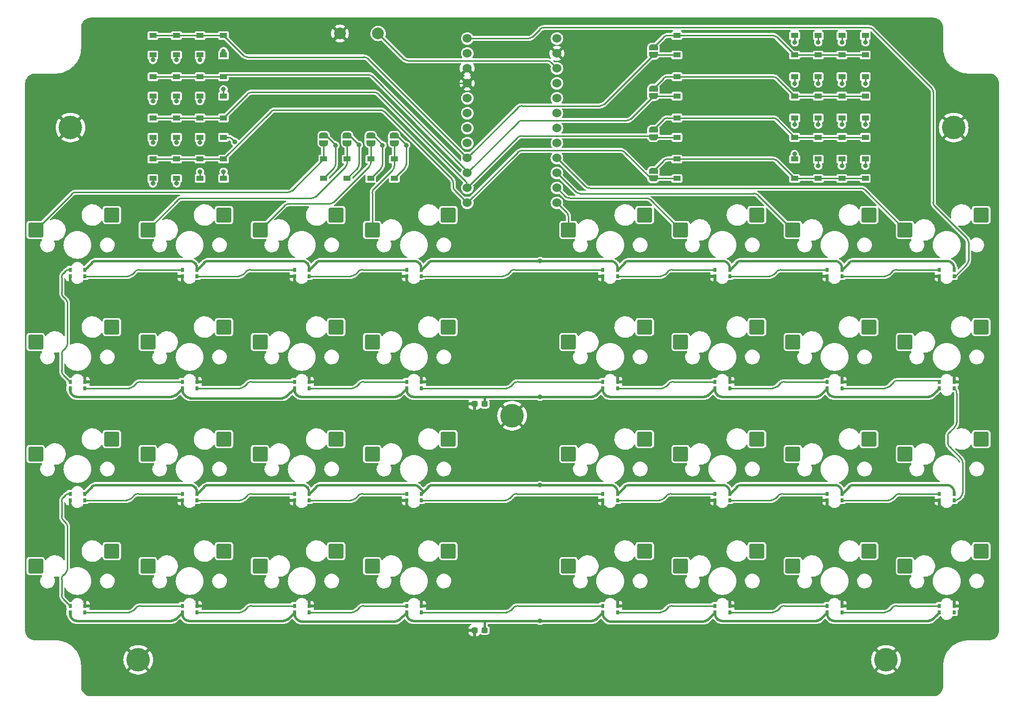
<source format=gbr>
%TF.GenerationSoftware,KiCad,Pcbnew,(6.0.1)*%
%TF.CreationDate,2022-06-19T08:49:54+09:00*%
%TF.ProjectId,yuiop32dm-main,7975696f-7033-4326-946d-2d6d61696e2e,1*%
%TF.SameCoordinates,Original*%
%TF.FileFunction,Copper,L2,Bot*%
%TF.FilePolarity,Positive*%
%FSLAX46Y46*%
G04 Gerber Fmt 4.6, Leading zero omitted, Abs format (unit mm)*
G04 Created by KiCad (PCBNEW (6.0.1)) date 2022-06-19 08:49:54*
%MOMM*%
%LPD*%
G01*
G04 APERTURE LIST*
G04 Aperture macros list*
%AMRoundRect*
0 Rectangle with rounded corners*
0 $1 Rounding radius*
0 $2 $3 $4 $5 $6 $7 $8 $9 X,Y pos of 4 corners*
0 Add a 4 corners polygon primitive as box body*
4,1,4,$2,$3,$4,$5,$6,$7,$8,$9,$2,$3,0*
0 Add four circle primitives for the rounded corners*
1,1,$1+$1,$2,$3*
1,1,$1+$1,$4,$5*
1,1,$1+$1,$6,$7*
1,1,$1+$1,$8,$9*
0 Add four rect primitives between the rounded corners*
20,1,$1+$1,$2,$3,$4,$5,0*
20,1,$1+$1,$4,$5,$6,$7,0*
20,1,$1+$1,$6,$7,$8,$9,0*
20,1,$1+$1,$8,$9,$2,$3,0*%
%AMFreePoly0*
4,1,22,0.500000,-0.750000,0.000000,-0.750000,0.000000,-0.745033,-0.079941,-0.743568,-0.215256,-0.701293,-0.333266,-0.622738,-0.424486,-0.514219,-0.481581,-0.384460,-0.499164,-0.250000,-0.500000,-0.250000,-0.500000,0.250000,-0.499164,0.250000,-0.499963,0.256109,-0.478152,0.396186,-0.417904,0.524511,-0.324060,0.630769,-0.204165,0.706417,-0.067858,0.745374,0.000000,0.744959,0.000000,0.750000,
0.500000,0.750000,0.500000,-0.750000,0.500000,-0.750000,$1*%
%AMFreePoly1*
4,1,20,0.000000,0.744959,0.073905,0.744508,0.209726,0.703889,0.328688,0.626782,0.421226,0.519385,0.479903,0.390333,0.500000,0.250000,0.500000,-0.250000,0.499851,-0.262216,0.476331,-0.402017,0.414519,-0.529596,0.319384,-0.634700,0.198574,-0.708877,0.061801,-0.746166,0.000000,-0.745033,0.000000,-0.750000,-0.500000,-0.750000,-0.500000,0.750000,0.000000,0.750000,0.000000,0.744959,
0.000000,0.744959,$1*%
G04 Aperture macros list end*
%TA.AperFunction,ComponentPad*%
%ADD10C,1.000000*%
%TD*%
%TA.AperFunction,SMDPad,CuDef*%
%ADD11RoundRect,0.250000X-1.025000X-1.000000X1.025000X-1.000000X1.025000X1.000000X-1.025000X1.000000X0*%
%TD*%
%TA.AperFunction,SMDPad,CuDef*%
%ADD12R,1.200000X0.900000*%
%TD*%
%TA.AperFunction,SMDPad,CuDef*%
%ADD13R,0.600000X0.700000*%
%TD*%
%TA.AperFunction,ComponentPad*%
%ADD14C,4.000000*%
%TD*%
%TA.AperFunction,ComponentPad*%
%ADD15C,2.000000*%
%TD*%
%TA.AperFunction,SMDPad,CuDef*%
%ADD16FreePoly0,90.000000*%
%TD*%
%TA.AperFunction,SMDPad,CuDef*%
%ADD17FreePoly1,90.000000*%
%TD*%
%TA.AperFunction,SMDPad,CuDef*%
%ADD18FreePoly0,270.000000*%
%TD*%
%TA.AperFunction,SMDPad,CuDef*%
%ADD19FreePoly1,270.000000*%
%TD*%
%TA.AperFunction,ComponentPad*%
%ADD20C,1.524000*%
%TD*%
%TA.AperFunction,SMDPad,CuDef*%
%ADD21RoundRect,0.237500X0.300000X0.237500X-0.300000X0.237500X-0.300000X-0.237500X0.300000X-0.237500X0*%
%TD*%
%TA.AperFunction,ViaPad*%
%ADD22C,0.800000*%
%TD*%
%TA.AperFunction,Conductor*%
%ADD23C,0.250000*%
%TD*%
%TA.AperFunction,Conductor*%
%ADD24C,0.400000*%
%TD*%
G04 APERTURE END LIST*
D10*
%TO.P,KSW14,1,1*%
%TO.N,/COL2*%
X197683750Y-125560000D03*
D11*
X197683750Y-125560000D03*
D10*
%TO.P,KSW14,2,2*%
%TO.N,Net-(D14-Pad2)*%
X210610750Y-123020000D03*
D11*
X210610750Y-123020000D03*
%TD*%
D12*
%TO.P,D30,1,K*%
%TO.N,Net-(D30-Pad1)*%
X97000000Y-59650000D03*
%TO.P,D30,2,A*%
%TO.N,/ROW4*%
X97000000Y-56350000D03*
%TD*%
%TO.P,D7,1,K*%
%TO.N,/ROW2B*%
X202000000Y-45650000D03*
%TO.P,D7,2,A*%
%TO.N,Net-(D7-Pad2)*%
X202000000Y-42350000D03*
%TD*%
D13*
%TO.P,LED20,1,DO*%
%TO.N,Net-(LED20-Pad1)*%
X165418750Y-113262500D03*
%TO.P,LED20,2,GND*%
%TO.N,GND*%
X165418750Y-114362500D03*
%TO.P,LED20,3,DI*%
%TO.N,Net-(LED19-Pad1)*%
X167918750Y-114362500D03*
%TO.P,LED20,4,VDD*%
%TO.N,VCC*%
X167918750Y-113262500D03*
%TD*%
D12*
%TO.P,D39,1,K*%
%TO.N,/COL3*%
X122000000Y-59650000D03*
%TO.P,D39,2,A*%
%TO.N,/COL3B*%
X122000000Y-56350000D03*
%TD*%
D13*
%TO.P,LED15,1,DO*%
%TO.N,Net-(LED15-Pad1)*%
X206018750Y-95312500D03*
%TO.P,LED15,2,GND*%
%TO.N,GND*%
X206018750Y-94212500D03*
%TO.P,LED15,3,DI*%
%TO.N,Net-(LED14-Pad1)*%
X203518750Y-94212500D03*
%TO.P,LED15,4,VDD*%
%TO.N,VCC*%
X203518750Y-95312500D03*
%TD*%
D10*
%TO.P,KSW8,1,1*%
%TO.N,/COL4*%
X159583750Y-87460000D03*
D11*
X159583750Y-87460000D03*
%TO.P,KSW8,2,2*%
%TO.N,Net-(D8-Pad2)*%
X172510750Y-84920000D03*
D10*
X172510750Y-84920000D03*
%TD*%
D13*
%TO.P,LED19,1,DO*%
%TO.N,Net-(LED19-Pad1)*%
X184468750Y-113262500D03*
%TO.P,LED19,2,GND*%
%TO.N,GND*%
X184468750Y-114362500D03*
%TO.P,LED19,3,DI*%
%TO.N,Net-(LED18-Pad1)*%
X186968750Y-114362500D03*
%TO.P,LED19,4,VDD*%
%TO.N,VCC*%
X186968750Y-113262500D03*
%TD*%
D12*
%TO.P,D25,1,K*%
%TO.N,Net-(D25-Pad1)*%
X101000000Y-52650000D03*
%TO.P,D25,2,A*%
%TO.N,/ROW3*%
X101000000Y-49350000D03*
%TD*%
%TO.P,D17,1,K*%
%TO.N,Net-(D17-Pad1)*%
X101000000Y-38650000D03*
%TO.P,D17,2,A*%
%TO.N,/ROW1*%
X101000000Y-35350000D03*
%TD*%
%TO.P,D23,1,K*%
%TO.N,Net-(D23-Pad1)*%
X93000000Y-45650000D03*
%TO.P,D23,2,A*%
%TO.N,/ROW2*%
X93000000Y-42350000D03*
%TD*%
D13*
%TO.P,LED1,1,DO*%
%TO.N,Net-(LED1-Pad1)*%
X222568750Y-75162500D03*
%TO.P,LED1,2,GND*%
%TO.N,GND*%
X222568750Y-76262500D03*
%TO.P,LED1,3,DI*%
%TO.N,/LED*%
X225068750Y-76262500D03*
%TO.P,LED1,4,VDD*%
%TO.N,VCC*%
X225068750Y-75162500D03*
%TD*%
D12*
%TO.P,D19,1,K*%
%TO.N,Net-(D19-Pad1)*%
X93000000Y-38650000D03*
%TO.P,D19,2,A*%
%TO.N,/ROW1*%
X93000000Y-35350000D03*
%TD*%
%TO.P,D1,1,K*%
%TO.N,/ROW1B*%
X210000000Y-38650000D03*
%TO.P,D1,2,A*%
%TO.N,Net-(D1-Pad2)*%
X210000000Y-35350000D03*
%TD*%
%TO.P,D14,1,K*%
%TO.N,/ROW4B*%
X206000000Y-59650000D03*
%TO.P,D14,2,A*%
%TO.N,Net-(D14-Pad2)*%
X206000000Y-56350000D03*
%TD*%
D14*
%TO.P,H4,1,1*%
%TO.N,GND*%
X213500000Y-141500000D03*
%TD*%
D12*
%TO.P,D40,1,K*%
%TO.N,/COL4*%
X118000000Y-59650000D03*
%TO.P,D40,2,A*%
%TO.N,/COL4B*%
X118000000Y-56350000D03*
%TD*%
%TO.P,D16,1,K*%
%TO.N,/ROW4B*%
X198000000Y-59650000D03*
%TO.P,D16,2,A*%
%TO.N,Net-(D16-Pad2)*%
X198000000Y-56350000D03*
%TD*%
%TO.P,D38,1,K*%
%TO.N,/COL2*%
X126000000Y-59650000D03*
%TO.P,D38,2,A*%
%TO.N,/COL2B*%
X126000000Y-56350000D03*
%TD*%
D13*
%TO.P,LED9,1,DO*%
%TO.N,Net-(LED10-Pad3)*%
X77431250Y-95312500D03*
%TO.P,LED9,2,GND*%
%TO.N,GND*%
X77431250Y-94212500D03*
%TO.P,LED9,3,DI*%
%TO.N,Net-(LED8-Pad1)*%
X74931250Y-94212500D03*
%TO.P,LED9,4,VDD*%
%TO.N,VCC*%
X74931250Y-95312500D03*
%TD*%
D12*
%TO.P,D33,1,K*%
%TO.N,/ROW1*%
X178000000Y-38650000D03*
%TO.P,D33,2,A*%
%TO.N,/ROW1B*%
X178000000Y-35350000D03*
%TD*%
D10*
%TO.P,KSW9,1,1*%
%TO.N,/COL1*%
X216733750Y-106510000D03*
D11*
X216733750Y-106510000D03*
D10*
%TO.P,KSW9,2,2*%
%TO.N,Net-(D9-Pad2)*%
X229660750Y-103970000D03*
D11*
X229660750Y-103970000D03*
%TD*%
%TO.P,KSW5,1,1*%
%TO.N,/COL1*%
X216733750Y-87460000D03*
D10*
X216733750Y-87460000D03*
%TO.P,KSW5,2,2*%
%TO.N,Net-(D5-Pad2)*%
X229660750Y-84920000D03*
D11*
X229660750Y-84920000D03*
%TD*%
D12*
%TO.P,D28,1,K*%
%TO.N,Net-(D28-Pad1)*%
X89000000Y-52650000D03*
%TO.P,D28,2,A*%
%TO.N,/ROW3*%
X89000000Y-49350000D03*
%TD*%
D15*
%TO.P,RSW1,1,1*%
%TO.N,/RESET*%
X127250000Y-35000000D03*
%TO.P,RSW1,2,2*%
%TO.N,GND*%
X120750000Y-35000000D03*
%TD*%
D13*
%TO.P,LED13,1,DO*%
%TO.N,Net-(LED13-Pad1)*%
X167918750Y-95312500D03*
%TO.P,LED13,2,GND*%
%TO.N,GND*%
X167918750Y-94212500D03*
%TO.P,LED13,3,DI*%
%TO.N,Net-(LED12-Pad1)*%
X165418750Y-94212500D03*
%TO.P,LED13,4,VDD*%
%TO.N,VCC*%
X165418750Y-95312500D03*
%TD*%
D10*
%TO.P,KSW3,1,1*%
%TO.N,/COL3*%
X178633750Y-68410000D03*
D11*
X178633750Y-68410000D03*
%TO.P,KSW3,2,2*%
%TO.N,Net-(D3-Pad2)*%
X191560750Y-65870000D03*
D10*
X191560750Y-65870000D03*
%TD*%
D11*
%TO.P,KSW26,1,1*%
%TO.N,/COL2B*%
X107196250Y-106510000D03*
D10*
X107196250Y-106510000D03*
%TO.P,KSW26,2,2*%
%TO.N,Net-(D26-Pad1)*%
X120123250Y-103970000D03*
D11*
X120123250Y-103970000D03*
%TD*%
D12*
%TO.P,D9,1,K*%
%TO.N,/ROW3B*%
X210000000Y-52650000D03*
%TO.P,D9,2,A*%
%TO.N,Net-(D9-Pad2)*%
X210000000Y-49350000D03*
%TD*%
D10*
%TO.P,KSW24,1,1*%
%TO.N,/COL4B*%
X69096250Y-87460000D03*
D11*
X69096250Y-87460000D03*
D10*
%TO.P,KSW24,2,2*%
%TO.N,Net-(D24-Pad1)*%
X82023250Y-84920000D03*
D11*
X82023250Y-84920000D03*
%TD*%
D13*
%TO.P,LED6,1,DO*%
%TO.N,Net-(LED6-Pad1)*%
X113031250Y-75162500D03*
%TO.P,LED6,2,GND*%
%TO.N,GND*%
X113031250Y-76262500D03*
%TO.P,LED6,3,DI*%
%TO.N,Net-(LED5-Pad1)*%
X115531250Y-76262500D03*
%TO.P,LED6,4,VDD*%
%TO.N,VCC*%
X115531250Y-75162500D03*
%TD*%
D11*
%TO.P,KSW15,1,1*%
%TO.N,/COL3*%
X178633750Y-125560000D03*
D10*
X178633750Y-125560000D03*
%TO.P,KSW15,2,2*%
%TO.N,Net-(D15-Pad2)*%
X191560750Y-123020000D03*
D11*
X191560750Y-123020000D03*
%TD*%
%TO.P,KSW29,1,1*%
%TO.N,/COL1B*%
X126246250Y-125560000D03*
D10*
X126246250Y-125560000D03*
%TO.P,KSW29,2,2*%
%TO.N,Net-(D29-Pad1)*%
X139173250Y-123020000D03*
D11*
X139173250Y-123020000D03*
%TD*%
D10*
%TO.P,KSW23,1,1*%
%TO.N,/COL3B*%
X88146250Y-87460000D03*
D11*
X88146250Y-87460000D03*
%TO.P,KSW23,2,2*%
%TO.N,Net-(D23-Pad1)*%
X101073250Y-84920000D03*
D10*
X101073250Y-84920000D03*
%TD*%
D13*
%TO.P,LED12,1,DO*%
%TO.N,Net-(LED12-Pad1)*%
X134581250Y-95312500D03*
%TO.P,LED12,2,GND*%
%TO.N,GND*%
X134581250Y-94212500D03*
%TO.P,LED12,3,DI*%
%TO.N,Net-(LED11-Pad1)*%
X132081250Y-94212500D03*
%TO.P,LED12,4,VDD*%
%TO.N,VCC*%
X132081250Y-95312500D03*
%TD*%
D10*
%TO.P,KSW21,1,1*%
%TO.N,/COL1B*%
X126246250Y-87460000D03*
D11*
X126246250Y-87460000D03*
D10*
%TO.P,KSW21,2,2*%
%TO.N,Net-(D21-Pad1)*%
X139173250Y-84920000D03*
D11*
X139173250Y-84920000D03*
%TD*%
D13*
%TO.P,LED26,1,DO*%
%TO.N,Net-(LED26-Pad1)*%
X96481250Y-133412500D03*
%TO.P,LED26,2,GND*%
%TO.N,GND*%
X96481250Y-132312500D03*
%TO.P,LED26,3,DI*%
%TO.N,Net-(LED25-Pad1)*%
X93981250Y-132312500D03*
%TO.P,LED26,4,VDD*%
%TO.N,VCC*%
X93981250Y-133412500D03*
%TD*%
D11*
%TO.P,KSW19,1,1*%
%TO.N,/COL3B*%
X88146250Y-68410000D03*
D10*
X88146250Y-68410000D03*
D11*
%TO.P,KSW19,2,2*%
%TO.N,Net-(D19-Pad1)*%
X101073250Y-65870000D03*
D10*
X101073250Y-65870000D03*
%TD*%
D13*
%TO.P,LED25,1,DO*%
%TO.N,Net-(LED25-Pad1)*%
X77431250Y-133412500D03*
%TO.P,LED25,2,GND*%
%TO.N,GND*%
X77431250Y-132312500D03*
%TO.P,LED25,3,DI*%
%TO.N,Net-(LED24-Pad1)*%
X74931250Y-132312500D03*
%TO.P,LED25,4,VDD*%
%TO.N,VCC*%
X74931250Y-133412500D03*
%TD*%
D10*
%TO.P,KSW30,1,1*%
%TO.N,/COL2B*%
X107196250Y-125560000D03*
D11*
X107196250Y-125560000D03*
D10*
%TO.P,KSW30,2,2*%
%TO.N,Net-(D30-Pad1)*%
X120123250Y-123020000D03*
D11*
X120123250Y-123020000D03*
%TD*%
D12*
%TO.P,D32,1,K*%
%TO.N,Net-(D32-Pad1)*%
X89000000Y-59650000D03*
%TO.P,D32,2,A*%
%TO.N,/ROW4*%
X89000000Y-56350000D03*
%TD*%
D10*
%TO.P,KSW20,1,1*%
%TO.N,/COL4B*%
X69096250Y-68410000D03*
D11*
X69096250Y-68410000D03*
%TO.P,KSW20,2,2*%
%TO.N,Net-(D20-Pad1)*%
X82023250Y-65870000D03*
D10*
X82023250Y-65870000D03*
%TD*%
D12*
%TO.P,D12,1,K*%
%TO.N,/ROW3B*%
X198000000Y-52650000D03*
%TO.P,D12,2,A*%
%TO.N,Net-(D12-Pad2)*%
X198000000Y-49350000D03*
%TD*%
%TO.P,D22,1,K*%
%TO.N,Net-(D22-Pad1)*%
X97000000Y-45650000D03*
%TO.P,D22,2,A*%
%TO.N,/ROW2*%
X97000000Y-42350000D03*
%TD*%
D11*
%TO.P,KSW10,1,1*%
%TO.N,/COL2*%
X197683750Y-106510000D03*
D10*
X197683750Y-106510000D03*
%TO.P,KSW10,2,2*%
%TO.N,Net-(D10-Pad2)*%
X210610750Y-103970000D03*
D11*
X210610750Y-103970000D03*
%TD*%
%TO.P,KSW7,1,1*%
%TO.N,/COL3*%
X178633750Y-87460000D03*
D10*
X178633750Y-87460000D03*
D11*
%TO.P,KSW7,2,2*%
%TO.N,Net-(D7-Pad2)*%
X191560750Y-84920000D03*
D10*
X191560750Y-84920000D03*
%TD*%
D11*
%TO.P,KSW13,1,1*%
%TO.N,/COL1*%
X216733750Y-125560000D03*
D10*
X216733750Y-125560000D03*
D11*
%TO.P,KSW13,2,2*%
%TO.N,Net-(D13-Pad2)*%
X229660750Y-123020000D03*
D10*
X229660750Y-123020000D03*
%TD*%
D11*
%TO.P,KSW18,1,1*%
%TO.N,/COL2B*%
X107196250Y-68410000D03*
D10*
X107196250Y-68410000D03*
%TO.P,KSW18,2,2*%
%TO.N,Net-(D18-Pad1)*%
X120123250Y-65870000D03*
D11*
X120123250Y-65870000D03*
%TD*%
%TO.P,KSW1,1,1*%
%TO.N,/COL1*%
X216733750Y-68410000D03*
D10*
X216733750Y-68410000D03*
%TO.P,KSW1,2,2*%
%TO.N,Net-(D1-Pad2)*%
X229660750Y-65870000D03*
D11*
X229660750Y-65870000D03*
%TD*%
D14*
%TO.P,H1,1,1*%
%TO.N,GND*%
X75000000Y-51000000D03*
%TD*%
D13*
%TO.P,LED17,1,DO*%
%TO.N,Net-(LED17-Pad1)*%
X222568750Y-113262500D03*
%TO.P,LED17,2,GND*%
%TO.N,GND*%
X222568750Y-114362500D03*
%TO.P,LED17,3,DI*%
%TO.N,Net-(LED16-Pad1)*%
X225068750Y-114362500D03*
%TO.P,LED17,4,VDD*%
%TO.N,VCC*%
X225068750Y-113262500D03*
%TD*%
D10*
%TO.P,KSW4,1,1*%
%TO.N,/COL4*%
X159583750Y-68410000D03*
D11*
X159583750Y-68410000D03*
%TO.P,KSW4,2,2*%
%TO.N,Net-(D4-Pad2)*%
X172510750Y-65870000D03*
D10*
X172510750Y-65870000D03*
%TD*%
D12*
%TO.P,D4,1,K*%
%TO.N,/ROW1B*%
X198000000Y-38650000D03*
%TO.P,D4,2,A*%
%TO.N,Net-(D4-Pad2)*%
X198000000Y-35350000D03*
%TD*%
D10*
%TO.P,KSW32,1,1*%
%TO.N,/COL4B*%
X69096250Y-125560000D03*
D11*
X69096250Y-125560000D03*
%TO.P,KSW32,2,2*%
%TO.N,Net-(D32-Pad1)*%
X82023250Y-123020000D03*
D10*
X82023250Y-123020000D03*
%TD*%
D12*
%TO.P,D27,1,K*%
%TO.N,Net-(D27-Pad1)*%
X93000000Y-52650000D03*
%TO.P,D27,2,A*%
%TO.N,/ROW3*%
X93000000Y-49350000D03*
%TD*%
%TO.P,D36,1,K*%
%TO.N,/ROW4*%
X178000000Y-59650000D03*
%TO.P,D36,2,A*%
%TO.N,/ROW4B*%
X178000000Y-56350000D03*
%TD*%
D13*
%TO.P,LED8,1,DO*%
%TO.N,Net-(LED8-Pad1)*%
X74931250Y-75162500D03*
%TO.P,LED8,2,GND*%
%TO.N,GND*%
X74931250Y-76262500D03*
%TO.P,LED8,3,DI*%
%TO.N,Net-(LED7-Pad1)*%
X77431250Y-76262500D03*
%TO.P,LED8,4,VDD*%
%TO.N,VCC*%
X77431250Y-75162500D03*
%TD*%
%TO.P,LED4,1,DO*%
%TO.N,Net-(LED4-Pad1)*%
X165418750Y-75162500D03*
%TO.P,LED4,2,GND*%
%TO.N,GND*%
X165418750Y-76262500D03*
%TO.P,LED4,3,DI*%
%TO.N,Net-(LED3-Pad1)*%
X167918750Y-76262500D03*
%TO.P,LED4,4,VDD*%
%TO.N,VCC*%
X167918750Y-75162500D03*
%TD*%
%TO.P,LED3,1,DO*%
%TO.N,Net-(LED3-Pad1)*%
X184468750Y-75162500D03*
%TO.P,LED3,2,GND*%
%TO.N,GND*%
X184468750Y-76262500D03*
%TO.P,LED3,3,DI*%
%TO.N,Net-(LED2-Pad1)*%
X186968750Y-76262500D03*
%TO.P,LED3,4,VDD*%
%TO.N,VCC*%
X186968750Y-75162500D03*
%TD*%
%TO.P,LED23,1,DO*%
%TO.N,Net-(LED23-Pad1)*%
X93981250Y-113262500D03*
%TO.P,LED23,2,GND*%
%TO.N,GND*%
X93981250Y-114362500D03*
%TO.P,LED23,3,DI*%
%TO.N,Net-(LED22-Pad1)*%
X96481250Y-114362500D03*
%TO.P,LED23,4,VDD*%
%TO.N,VCC*%
X96481250Y-113262500D03*
%TD*%
%TO.P,LED10,1,DO*%
%TO.N,Net-(LED10-Pad1)*%
X96481250Y-95312500D03*
%TO.P,LED10,2,GND*%
%TO.N,GND*%
X96481250Y-94212500D03*
%TO.P,LED10,3,DI*%
%TO.N,Net-(LED10-Pad3)*%
X93981250Y-94212500D03*
%TO.P,LED10,4,VDD*%
%TO.N,VCC*%
X93981250Y-95312500D03*
%TD*%
%TO.P,LED28,1,DO*%
%TO.N,Net-(LED28-Pad1)*%
X134581250Y-133412500D03*
%TO.P,LED28,2,GND*%
%TO.N,GND*%
X134581250Y-132312500D03*
%TO.P,LED28,3,DI*%
%TO.N,Net-(LED27-Pad1)*%
X132081250Y-132312500D03*
%TO.P,LED28,4,VDD*%
%TO.N,VCC*%
X132081250Y-133412500D03*
%TD*%
D10*
%TO.P,KSW31,1,1*%
%TO.N,/COL3B*%
X88146250Y-125560000D03*
D11*
X88146250Y-125560000D03*
D10*
%TO.P,KSW31,2,2*%
%TO.N,Net-(D31-Pad1)*%
X101073250Y-123020000D03*
D11*
X101073250Y-123020000D03*
%TD*%
D13*
%TO.P,LED24,1,DO*%
%TO.N,Net-(LED24-Pad1)*%
X74931250Y-113262500D03*
%TO.P,LED24,2,GND*%
%TO.N,GND*%
X74931250Y-114362500D03*
%TO.P,LED24,3,DI*%
%TO.N,Net-(LED23-Pad1)*%
X77431250Y-114362500D03*
%TO.P,LED24,4,VDD*%
%TO.N,VCC*%
X77431250Y-113262500D03*
%TD*%
D10*
%TO.P,KSW11,1,1*%
%TO.N,/COL3*%
X178633750Y-106510000D03*
D11*
X178633750Y-106510000D03*
D10*
%TO.P,KSW11,2,2*%
%TO.N,Net-(D11-Pad2)*%
X191560750Y-103970000D03*
D11*
X191560750Y-103970000D03*
%TD*%
D12*
%TO.P,D21,1,K*%
%TO.N,Net-(D21-Pad1)*%
X101000000Y-45650000D03*
%TO.P,D21,2,A*%
%TO.N,/ROW2*%
X101000000Y-42350000D03*
%TD*%
%TO.P,D34,1,K*%
%TO.N,/ROW2*%
X178000000Y-45650000D03*
%TO.P,D34,2,A*%
%TO.N,/ROW2B*%
X178000000Y-42350000D03*
%TD*%
D14*
%TO.P,H3,1,1*%
%TO.N,GND*%
X86500000Y-141500000D03*
%TD*%
D12*
%TO.P,D31,1,K*%
%TO.N,Net-(D31-Pad1)*%
X93000000Y-59650000D03*
%TO.P,D31,2,A*%
%TO.N,/ROW4*%
X93000000Y-56350000D03*
%TD*%
%TO.P,D15,1,K*%
%TO.N,/ROW4B*%
X202000000Y-59650000D03*
%TO.P,D15,2,A*%
%TO.N,Net-(D15-Pad2)*%
X202000000Y-56350000D03*
%TD*%
%TO.P,D29,1,K*%
%TO.N,Net-(D29-Pad1)*%
X101000000Y-59650000D03*
%TO.P,D29,2,A*%
%TO.N,/ROW4*%
X101000000Y-56350000D03*
%TD*%
D13*
%TO.P,LED7,1,DO*%
%TO.N,Net-(LED7-Pad1)*%
X93981250Y-75162500D03*
%TO.P,LED7,2,GND*%
%TO.N,GND*%
X93981250Y-76262500D03*
%TO.P,LED7,3,DI*%
%TO.N,Net-(LED6-Pad1)*%
X96481250Y-76262500D03*
%TO.P,LED7,4,VDD*%
%TO.N,VCC*%
X96481250Y-75162500D03*
%TD*%
D12*
%TO.P,D35,1,K*%
%TO.N,/ROW3*%
X178000000Y-52650000D03*
%TO.P,D35,2,A*%
%TO.N,/ROW3B*%
X178000000Y-49350000D03*
%TD*%
%TO.P,D13,1,K*%
%TO.N,/ROW4B*%
X210000000Y-59650000D03*
%TO.P,D13,2,A*%
%TO.N,Net-(D13-Pad2)*%
X210000000Y-56350000D03*
%TD*%
D11*
%TO.P,KSW2,1,1*%
%TO.N,/COL2*%
X197683750Y-68410000D03*
D10*
X197683750Y-68410000D03*
D11*
%TO.P,KSW2,2,2*%
%TO.N,Net-(D2-Pad2)*%
X210610750Y-65870000D03*
D10*
X210610750Y-65870000D03*
%TD*%
D13*
%TO.P,LED5,1,DO*%
%TO.N,Net-(LED5-Pad1)*%
X132081250Y-75162500D03*
%TO.P,LED5,2,GND*%
%TO.N,GND*%
X132081250Y-76262500D03*
%TO.P,LED5,3,DI*%
%TO.N,Net-(LED4-Pad1)*%
X134581250Y-76262500D03*
%TO.P,LED5,4,VDD*%
%TO.N,VCC*%
X134581250Y-75162500D03*
%TD*%
D11*
%TO.P,KSW25,1,1*%
%TO.N,/COL1B*%
X126246250Y-106510000D03*
D10*
X126246250Y-106510000D03*
D11*
%TO.P,KSW25,2,2*%
%TO.N,Net-(D25-Pad1)*%
X139173250Y-103970000D03*
D10*
X139173250Y-103970000D03*
%TD*%
D11*
%TO.P,KSW27,1,1*%
%TO.N,/COL3B*%
X88146250Y-106510000D03*
D10*
X88146250Y-106510000D03*
D11*
%TO.P,KSW27,2,2*%
%TO.N,Net-(D27-Pad1)*%
X101073250Y-103970000D03*
D10*
X101073250Y-103970000D03*
%TD*%
D13*
%TO.P,LED29,1,DO*%
%TO.N,Net-(LED29-Pad1)*%
X167918750Y-133412500D03*
%TO.P,LED29,2,GND*%
%TO.N,GND*%
X167918750Y-132312500D03*
%TO.P,LED29,3,DI*%
%TO.N,Net-(LED28-Pad1)*%
X165418750Y-132312500D03*
%TO.P,LED29,4,VDD*%
%TO.N,VCC*%
X165418750Y-133412500D03*
%TD*%
%TO.P,LED30,1,DO*%
%TO.N,Net-(LED30-Pad1)*%
X186968750Y-133412500D03*
%TO.P,LED30,2,GND*%
%TO.N,GND*%
X186968750Y-132312500D03*
%TO.P,LED30,3,DI*%
%TO.N,Net-(LED29-Pad1)*%
X184468750Y-132312500D03*
%TO.P,LED30,4,VDD*%
%TO.N,VCC*%
X184468750Y-133412500D03*
%TD*%
D14*
%TO.P,H5,1,1*%
%TO.N,GND*%
X150000000Y-100000000D03*
%TD*%
D10*
%TO.P,KSW28,1,1*%
%TO.N,/COL4B*%
X69096250Y-106510000D03*
D11*
X69096250Y-106510000D03*
%TO.P,KSW28,2,2*%
%TO.N,Net-(D28-Pad1)*%
X82023250Y-103970000D03*
D10*
X82023250Y-103970000D03*
%TD*%
D13*
%TO.P,LED2,1,DO*%
%TO.N,Net-(LED2-Pad1)*%
X203518750Y-75162500D03*
%TO.P,LED2,2,GND*%
%TO.N,GND*%
X203518750Y-76262500D03*
%TO.P,LED2,3,DI*%
%TO.N,Net-(LED1-Pad1)*%
X206018750Y-76262500D03*
%TO.P,LED2,4,VDD*%
%TO.N,VCC*%
X206018750Y-75162500D03*
%TD*%
D12*
%TO.P,D37,1,K*%
%TO.N,/COL1*%
X130000000Y-59650000D03*
%TO.P,D37,2,A*%
%TO.N,/COL1B*%
X130000000Y-56350000D03*
%TD*%
D13*
%TO.P,LED11,1,DO*%
%TO.N,Net-(LED11-Pad1)*%
X115531250Y-95312500D03*
%TO.P,LED11,2,GND*%
%TO.N,GND*%
X115531250Y-94212500D03*
%TO.P,LED11,3,DI*%
%TO.N,Net-(LED10-Pad1)*%
X113031250Y-94212500D03*
%TO.P,LED11,4,VDD*%
%TO.N,VCC*%
X113031250Y-95312500D03*
%TD*%
D12*
%TO.P,D11,1,K*%
%TO.N,/ROW3B*%
X202000000Y-52650000D03*
%TO.P,D11,2,A*%
%TO.N,Net-(D11-Pad2)*%
X202000000Y-49350000D03*
%TD*%
%TO.P,D5,1,K*%
%TO.N,/ROW2B*%
X210000000Y-45650000D03*
%TO.P,D5,2,A*%
%TO.N,Net-(D5-Pad2)*%
X210000000Y-42350000D03*
%TD*%
%TO.P,D8,1,K*%
%TO.N,/ROW2B*%
X198000000Y-45650000D03*
%TO.P,D8,2,A*%
%TO.N,Net-(D8-Pad2)*%
X198000000Y-42350000D03*
%TD*%
%TO.P,D2,1,K*%
%TO.N,/ROW1B*%
X206000000Y-38650000D03*
%TO.P,D2,2,A*%
%TO.N,Net-(D2-Pad2)*%
X206000000Y-35350000D03*
%TD*%
D13*
%TO.P,LED27,1,DO*%
%TO.N,Net-(LED27-Pad1)*%
X115531250Y-133412500D03*
%TO.P,LED27,2,GND*%
%TO.N,GND*%
X115531250Y-132312500D03*
%TO.P,LED27,3,DI*%
%TO.N,Net-(LED26-Pad1)*%
X113031250Y-132312500D03*
%TO.P,LED27,4,VDD*%
%TO.N,VCC*%
X113031250Y-133412500D03*
%TD*%
%TO.P,LED18,1,DO*%
%TO.N,Net-(LED18-Pad1)*%
X203518750Y-113262500D03*
%TO.P,LED18,2,GND*%
%TO.N,GND*%
X203518750Y-114362500D03*
%TO.P,LED18,3,DI*%
%TO.N,Net-(LED17-Pad1)*%
X206018750Y-114362500D03*
%TO.P,LED18,4,VDD*%
%TO.N,VCC*%
X206018750Y-113262500D03*
%TD*%
D12*
%TO.P,D26,1,K*%
%TO.N,Net-(D26-Pad1)*%
X97000000Y-52650000D03*
%TO.P,D26,2,A*%
%TO.N,/ROW3*%
X97000000Y-49350000D03*
%TD*%
%TO.P,D24,1,K*%
%TO.N,Net-(D24-Pad1)*%
X89000000Y-45650000D03*
%TO.P,D24,2,A*%
%TO.N,/ROW2*%
X89000000Y-42350000D03*
%TD*%
D13*
%TO.P,LED16,1,DO*%
%TO.N,Net-(LED16-Pad1)*%
X225068750Y-95312500D03*
%TO.P,LED16,2,GND*%
%TO.N,GND*%
X225068750Y-94212500D03*
%TO.P,LED16,3,DI*%
%TO.N,Net-(LED15-Pad1)*%
X222568750Y-94212500D03*
%TO.P,LED16,4,VDD*%
%TO.N,VCC*%
X222568750Y-95312500D03*
%TD*%
D10*
%TO.P,KSW12,1,1*%
%TO.N,/COL4*%
X159583750Y-106510000D03*
D11*
X159583750Y-106510000D03*
%TO.P,KSW12,2,2*%
%TO.N,Net-(D12-Pad2)*%
X172510750Y-103970000D03*
D10*
X172510750Y-103970000D03*
%TD*%
D14*
%TO.P,H2,1,1*%
%TO.N,GND*%
X225000000Y-51000000D03*
%TD*%
D12*
%TO.P,D3,1,K*%
%TO.N,/ROW1B*%
X202000000Y-38650000D03*
%TO.P,D3,2,A*%
%TO.N,Net-(D3-Pad2)*%
X202000000Y-35350000D03*
%TD*%
D10*
%TO.P,KSW22,1,1*%
%TO.N,/COL2B*%
X107196250Y-87460000D03*
D11*
X107196250Y-87460000D03*
%TO.P,KSW22,2,2*%
%TO.N,Net-(D22-Pad1)*%
X120123250Y-84920000D03*
D10*
X120123250Y-84920000D03*
%TD*%
D11*
%TO.P,KSW16,1,1*%
%TO.N,/COL4*%
X159583750Y-125560000D03*
D10*
X159583750Y-125560000D03*
D11*
%TO.P,KSW16,2,2*%
%TO.N,Net-(D16-Pad2)*%
X172510750Y-123020000D03*
D10*
X172510750Y-123020000D03*
%TD*%
D12*
%TO.P,D20,1,K*%
%TO.N,Net-(D20-Pad1)*%
X89000000Y-38650000D03*
%TO.P,D20,2,A*%
%TO.N,/ROW1*%
X89000000Y-35350000D03*
%TD*%
D10*
%TO.P,KSW17,1,1*%
%TO.N,/COL1B*%
X126246250Y-68410000D03*
D11*
X126246250Y-68410000D03*
D10*
%TO.P,KSW17,2,2*%
%TO.N,Net-(D17-Pad1)*%
X139173250Y-65870000D03*
D11*
X139173250Y-65870000D03*
%TD*%
D13*
%TO.P,LED31,1,DO*%
%TO.N,Net-(LED31-Pad1)*%
X206018750Y-133412500D03*
%TO.P,LED31,2,GND*%
%TO.N,GND*%
X206018750Y-132312500D03*
%TO.P,LED31,3,DI*%
%TO.N,Net-(LED30-Pad1)*%
X203518750Y-132312500D03*
%TO.P,LED31,4,VDD*%
%TO.N,VCC*%
X203518750Y-133412500D03*
%TD*%
%TO.P,LED21,1,DO*%
%TO.N,Net-(LED21-Pad1)*%
X132081250Y-113262500D03*
%TO.P,LED21,2,GND*%
%TO.N,GND*%
X132081250Y-114362500D03*
%TO.P,LED21,3,DI*%
%TO.N,Net-(LED20-Pad1)*%
X134581250Y-114362500D03*
%TO.P,LED21,4,VDD*%
%TO.N,VCC*%
X134581250Y-113262500D03*
%TD*%
D10*
%TO.P,KSW6,1,1*%
%TO.N,/COL2*%
X197683750Y-87460000D03*
D11*
X197683750Y-87460000D03*
D10*
%TO.P,KSW6,2,2*%
%TO.N,Net-(D6-Pad2)*%
X210610750Y-84920000D03*
D11*
X210610750Y-84920000D03*
%TD*%
D12*
%TO.P,D10,1,K*%
%TO.N,/ROW3B*%
X206000000Y-52650000D03*
%TO.P,D10,2,A*%
%TO.N,Net-(D10-Pad2)*%
X206000000Y-49350000D03*
%TD*%
D13*
%TO.P,LED32,1,DO*%
%TO.N,unconnected-(LED32-Pad1)*%
X225068750Y-133412500D03*
%TO.P,LED32,2,GND*%
%TO.N,GND*%
X225068750Y-132312500D03*
%TO.P,LED32,3,DI*%
%TO.N,Net-(LED31-Pad1)*%
X222568750Y-132312500D03*
%TO.P,LED32,4,VDD*%
%TO.N,VCC*%
X222568750Y-133412500D03*
%TD*%
%TO.P,LED22,1,DO*%
%TO.N,Net-(LED22-Pad1)*%
X113031250Y-113262500D03*
%TO.P,LED22,2,GND*%
%TO.N,GND*%
X113031250Y-114362500D03*
%TO.P,LED22,3,DI*%
%TO.N,Net-(LED21-Pad1)*%
X115531250Y-114362500D03*
%TO.P,LED22,4,VDD*%
%TO.N,VCC*%
X115531250Y-113262500D03*
%TD*%
%TO.P,LED14,1,DO*%
%TO.N,Net-(LED14-Pad1)*%
X186968750Y-95312500D03*
%TO.P,LED14,2,GND*%
%TO.N,GND*%
X186968750Y-94212500D03*
%TO.P,LED14,3,DI*%
%TO.N,Net-(LED13-Pad1)*%
X184468750Y-94212500D03*
%TO.P,LED14,4,VDD*%
%TO.N,VCC*%
X184468750Y-95312500D03*
%TD*%
D12*
%TO.P,D6,1,K*%
%TO.N,/ROW2B*%
X206000000Y-45650000D03*
%TO.P,D6,2,A*%
%TO.N,Net-(D6-Pad2)*%
X206000000Y-42350000D03*
%TD*%
%TO.P,D18,1,K*%
%TO.N,Net-(D18-Pad1)*%
X97000000Y-38650000D03*
%TO.P,D18,2,A*%
%TO.N,/ROW1*%
X97000000Y-35350000D03*
%TD*%
D16*
%TO.P,JP2,1,A*%
%TO.N,/ROW2*%
X174000000Y-45650000D03*
D17*
%TO.P,JP2,2,B*%
%TO.N,/ROW2B*%
X174000000Y-44350000D03*
%TD*%
D18*
%TO.P,JP8,1,A*%
%TO.N,/COL4*%
X118000000Y-52350000D03*
D19*
%TO.P,JP8,2,B*%
%TO.N,/COL4B*%
X118000000Y-53650000D03*
%TD*%
D16*
%TO.P,JP1,1,A*%
%TO.N,/ROW1*%
X174000000Y-38650000D03*
D17*
%TO.P,JP1,2,B*%
%TO.N,/ROW1B*%
X174000000Y-37350000D03*
%TD*%
D18*
%TO.P,JP5,1,A*%
%TO.N,/COL1*%
X130000000Y-52350000D03*
D19*
%TO.P,JP5,2,B*%
%TO.N,/COL1B*%
X130000000Y-53650000D03*
%TD*%
D20*
%TO.P,U1,1,TX0/D3*%
%TO.N,/LED*%
X142388600Y-35847000D03*
%TO.P,U1,2,RX1/D2*%
%TO.N,unconnected-(U1-Pad2)*%
X142388600Y-38387000D03*
%TO.P,U1,3,GND*%
%TO.N,GND*%
X142388600Y-40927000D03*
%TO.P,U1,4,GND*%
X142388600Y-43467000D03*
%TO.P,U1,5,2/D1/SDA*%
%TO.N,unconnected-(U1-Pad5)*%
X142388600Y-46007000D03*
%TO.P,U1,6,3/D0/SCL*%
%TO.N,unconnected-(U1-Pad6)*%
X142388600Y-48547000D03*
%TO.P,U1,7,4/D4*%
%TO.N,unconnected-(U1-Pad7)*%
X142388600Y-51087000D03*
%TO.P,U1,8,5/C6*%
%TO.N,unconnected-(U1-Pad8)*%
X142388600Y-53627000D03*
%TO.P,U1,9,6/D7*%
%TO.N,/ROW1*%
X142388600Y-56167000D03*
%TO.P,U1,10,7/E6*%
%TO.N,/ROW2*%
X142388600Y-58707000D03*
%TO.P,U1,11,8/B4*%
%TO.N,/ROW3*%
X142388600Y-61247000D03*
%TO.P,U1,12,9/B5*%
%TO.N,/ROW4*%
X142388600Y-63787000D03*
%TO.P,U1,13,B6/10*%
%TO.N,/COL4*%
X157608600Y-63787000D03*
%TO.P,U1,14,B2/16*%
%TO.N,/COL3*%
X157608600Y-61247000D03*
%TO.P,U1,15,B3/14*%
%TO.N,/COL2*%
X157608600Y-58707000D03*
%TO.P,U1,16,B1/15*%
%TO.N,/COL1*%
X157608600Y-56167000D03*
%TO.P,U1,17,F7/A0*%
%TO.N,unconnected-(U1-Pad17)*%
X157608600Y-53627000D03*
%TO.P,U1,18,F6/A1*%
%TO.N,unconnected-(U1-Pad18)*%
X157608600Y-51087000D03*
%TO.P,U1,19,F5/A2*%
%TO.N,unconnected-(U1-Pad19)*%
X157608600Y-48547000D03*
%TO.P,U1,20,F4/A3*%
%TO.N,unconnected-(U1-Pad20)*%
X157608600Y-46007000D03*
%TO.P,U1,21,VCC*%
%TO.N,VCC*%
X157608600Y-43467000D03*
%TO.P,U1,22,RST*%
%TO.N,/RESET*%
X157608600Y-40927000D03*
%TO.P,U1,23,GND*%
%TO.N,GND*%
X157608600Y-38387000D03*
%TO.P,U1,24,RAW*%
%TO.N,unconnected-(U1-Pad24)*%
X157608600Y-35847000D03*
%TD*%
D18*
%TO.P,JP7,1,A*%
%TO.N,/COL3*%
X122000000Y-52350000D03*
D19*
%TO.P,JP7,2,B*%
%TO.N,/COL3B*%
X122000000Y-53650000D03*
%TD*%
D21*
%TO.P,C2,1*%
%TO.N,VCC*%
X145362500Y-98000000D03*
%TO.P,C2,2*%
%TO.N,GND*%
X143637500Y-98000000D03*
%TD*%
D18*
%TO.P,JP6,1,A*%
%TO.N,/COL2*%
X126000000Y-52350000D03*
D19*
%TO.P,JP6,2,B*%
%TO.N,/COL2B*%
X126000000Y-53650000D03*
%TD*%
D16*
%TO.P,JP3,1,A*%
%TO.N,/ROW3*%
X174000000Y-52650000D03*
D17*
%TO.P,JP3,2,B*%
%TO.N,/ROW3B*%
X174000000Y-51350000D03*
%TD*%
D16*
%TO.P,JP4,1,A*%
%TO.N,/ROW4*%
X174000000Y-59650000D03*
D17*
%TO.P,JP4,2,B*%
%TO.N,/ROW4B*%
X174000000Y-58350000D03*
%TD*%
D21*
%TO.P,C1,1*%
%TO.N,VCC*%
X145362500Y-136500000D03*
%TO.P,C1,2*%
%TO.N,GND*%
X143637500Y-136500000D03*
%TD*%
D22*
%TO.N,Net-(D1-Pad2)*%
X210000000Y-36500000D03*
%TO.N,Net-(D2-Pad2)*%
X206000000Y-36500000D03*
%TO.N,Net-(D3-Pad2)*%
X202000000Y-36500000D03*
%TO.N,Net-(D4-Pad2)*%
X198000000Y-36500000D03*
%TO.N,Net-(D5-Pad2)*%
X210000000Y-43500000D03*
%TO.N,Net-(D6-Pad2)*%
X206000000Y-43500000D03*
%TO.N,Net-(D7-Pad2)*%
X202000000Y-43500000D03*
%TO.N,Net-(D8-Pad2)*%
X198000000Y-43500000D03*
%TO.N,Net-(D9-Pad2)*%
X210000000Y-50500000D03*
%TO.N,Net-(D10-Pad2)*%
X206000000Y-50500000D03*
%TO.N,Net-(D11-Pad2)*%
X202000000Y-50500000D03*
%TO.N,Net-(D12-Pad2)*%
X198000000Y-50500000D03*
%TO.N,Net-(D13-Pad2)*%
X210000000Y-57500000D03*
%TO.N,Net-(D14-Pad2)*%
X206000000Y-57500000D03*
%TO.N,Net-(D15-Pad2)*%
X202000000Y-57500000D03*
%TO.N,Net-(D16-Pad2)*%
X198000000Y-55500000D03*
%TO.N,Net-(D17-Pad1)*%
X101000000Y-38000000D03*
%TO.N,Net-(D18-Pad1)*%
X97000000Y-39500000D03*
%TO.N,Net-(D19-Pad1)*%
X93000000Y-39500000D03*
%TO.N,Net-(D20-Pad1)*%
X89000000Y-39500000D03*
%TO.N,Net-(D21-Pad1)*%
X101000000Y-44500000D03*
%TO.N,Net-(D22-Pad1)*%
X97000000Y-46500000D03*
%TO.N,Net-(D23-Pad1)*%
X93000000Y-46500000D03*
%TO.N,Net-(D24-Pad1)*%
X89000000Y-46500000D03*
%TO.N,Net-(D25-Pad1)*%
X102912701Y-53412701D03*
%TO.N,Net-(D26-Pad1)*%
X97000000Y-53500000D03*
%TO.N,Net-(D27-Pad1)*%
X93000000Y-53500000D03*
%TO.N,Net-(D28-Pad1)*%
X89000000Y-53500000D03*
%TO.N,Net-(D29-Pad1)*%
X101000000Y-58500000D03*
%TO.N,Net-(D30-Pad1)*%
X97000000Y-58500000D03*
%TO.N,Net-(D31-Pad1)*%
X93000000Y-60500000D03*
%TO.N,Net-(D32-Pad1)*%
X89000000Y-60500000D03*
%TO.N,/COL1*%
X132000000Y-54000000D03*
%TO.N,/COL2*%
X128000000Y-54000000D03*
%TO.N,/COL3*%
X124000000Y-53941060D03*
%TO.N,/COL4*%
X120000000Y-54000000D03*
%TO.N,VCC*%
X154762500Y-111800000D03*
X154762500Y-73687980D03*
X154762500Y-134900000D03*
X154762500Y-96800000D03*
%TD*%
D23*
%TO.N,/ROW1B*%
X198000000Y-38650000D02*
X202000000Y-38650000D01*
X202000000Y-38650000D02*
X206000000Y-38650000D01*
X206000000Y-38650000D02*
X210000000Y-38650000D01*
X178000000Y-35350000D02*
X176414214Y-35350000D01*
X175707107Y-35642893D02*
X174000000Y-37350000D01*
X194992893Y-35642893D02*
X198000000Y-38650000D01*
X178000000Y-35350000D02*
X194285786Y-35350000D01*
X194285786Y-35350001D02*
G75*
G02*
X194992892Y-35642894I3J-999993D01*
G01*
X175707107Y-35642893D02*
G75*
G02*
X176414214Y-35350000I707106J-707106D01*
G01*
%TO.N,Net-(D1-Pad2)*%
X210000000Y-36500000D02*
X210000000Y-35350000D01*
%TO.N,Net-(D2-Pad2)*%
X206000000Y-36500000D02*
X206000000Y-35350000D01*
%TO.N,Net-(D3-Pad2)*%
X202000000Y-36500000D02*
X202000000Y-35350000D01*
%TO.N,Net-(D4-Pad2)*%
X198000000Y-36500000D02*
X198000000Y-35350000D01*
%TO.N,/ROW2B*%
X206000000Y-45650000D02*
X210000000Y-45650000D01*
X178000000Y-42350000D02*
X194285786Y-42350000D01*
X194992893Y-42642893D02*
X198000000Y-45650000D01*
X176414214Y-42350000D02*
X178000000Y-42350000D01*
X198000000Y-45650000D02*
X202000000Y-45650000D01*
X202000000Y-45650000D02*
X206000000Y-45650000D01*
X174000000Y-44350000D02*
X175707107Y-42642893D01*
X176414214Y-42350001D02*
G75*
G03*
X175707108Y-42642894I-3J-999993D01*
G01*
X194992893Y-42642893D02*
G75*
G03*
X194285786Y-42350000I-707106J-707106D01*
G01*
%TO.N,Net-(D5-Pad2)*%
X210000000Y-43500000D02*
X210000000Y-42350000D01*
%TO.N,Net-(D6-Pad2)*%
X206000000Y-43500000D02*
X206000000Y-42350000D01*
%TO.N,Net-(D7-Pad2)*%
X202000000Y-43500000D02*
X202000000Y-42350000D01*
%TO.N,Net-(D8-Pad2)*%
X198000000Y-43500000D02*
X198000000Y-42350000D01*
%TO.N,/ROW3B*%
X194992893Y-49642893D02*
X198000000Y-52650000D01*
X178000000Y-49350000D02*
X176414214Y-49350000D01*
X175707107Y-49642893D02*
X174000000Y-51350000D01*
X206000000Y-52650000D02*
X210000000Y-52650000D01*
X198000000Y-52650000D02*
X202000000Y-52650000D01*
X202000000Y-52650000D02*
X206000000Y-52650000D01*
X178000000Y-49350000D02*
X194285786Y-49350000D01*
X175707107Y-49642893D02*
G75*
G02*
X176414214Y-49350000I707106J-707106D01*
G01*
X194285786Y-49350001D02*
G75*
G02*
X194992892Y-49642894I3J-999993D01*
G01*
%TO.N,Net-(D9-Pad2)*%
X210000000Y-50500000D02*
X210000000Y-49350000D01*
%TO.N,Net-(D10-Pad2)*%
X206000000Y-50500000D02*
X206000000Y-49350000D01*
%TO.N,Net-(D11-Pad2)*%
X202000000Y-50500000D02*
X202000000Y-49350000D01*
%TO.N,Net-(D12-Pad2)*%
X198000000Y-50500000D02*
X198000000Y-49350000D01*
%TO.N,/ROW4B*%
X194992893Y-56642893D02*
X198000000Y-59650000D01*
X178000000Y-56350000D02*
X176414214Y-56350000D01*
X175707107Y-56642893D02*
X174000000Y-58350000D01*
X206000000Y-59650000D02*
X210000000Y-59650000D01*
X202000000Y-59650000D02*
X206000000Y-59650000D01*
X198000000Y-59650000D02*
X202000000Y-59650000D01*
X178000000Y-56350000D02*
X194285786Y-56350000D01*
X194285786Y-56350001D02*
G75*
G02*
X194992892Y-56642894I3J-999993D01*
G01*
X175707107Y-56642893D02*
G75*
G02*
X176414214Y-56350000I707106J-707106D01*
G01*
%TO.N,Net-(D13-Pad2)*%
X210000000Y-57500000D02*
X210000000Y-56350000D01*
%TO.N,Net-(D14-Pad2)*%
X206000000Y-57500000D02*
X206000000Y-56350000D01*
%TO.N,Net-(D15-Pad2)*%
X202000000Y-57500000D02*
X202000000Y-56350000D01*
%TO.N,Net-(D16-Pad2)*%
X198000000Y-55500000D02*
X198000000Y-56350000D01*
%TO.N,Net-(D17-Pad1)*%
X101000000Y-38000000D02*
X101000000Y-38650000D01*
%TO.N,/ROW1*%
X89000000Y-35350000D02*
X93000000Y-35350000D01*
X124807386Y-39000000D02*
X105064214Y-39000000D01*
X104357107Y-38707107D02*
X101000000Y-35350000D01*
X151669814Y-47300000D02*
X164935786Y-47300000D01*
X142388600Y-56167000D02*
X150962707Y-47592893D01*
X93000000Y-35350000D02*
X97000000Y-35350000D01*
X142388600Y-56167000D02*
X125514493Y-39292893D01*
X165642893Y-47007107D02*
X174000000Y-38650000D01*
X174000000Y-38650000D02*
X178000000Y-38650000D01*
X97000000Y-35350000D02*
X101000000Y-35350000D01*
X150962707Y-47592893D02*
G75*
G02*
X151669814Y-47300000I707106J-707106D01*
G01*
X165642893Y-47007107D02*
G75*
G02*
X164935786Y-47300000I-707106J707106D01*
G01*
X124807386Y-39000001D02*
G75*
G02*
X125514492Y-39292894I3J-999993D01*
G01*
X105064214Y-38999999D02*
G75*
G02*
X104357108Y-38707106I-3J999993D01*
G01*
%TO.N,Net-(D18-Pad1)*%
X97000000Y-39500000D02*
X97000000Y-38650000D01*
%TO.N,Net-(D19-Pad1)*%
X93000000Y-39500000D02*
X93000000Y-38650000D01*
%TO.N,Net-(D20-Pad1)*%
X89000000Y-39500000D02*
X89000000Y-38650000D01*
%TO.N,Net-(D21-Pad1)*%
X101000000Y-44500000D02*
X101000000Y-45650000D01*
%TO.N,/ROW2*%
X125585786Y-42000000D02*
X101764214Y-42000000D01*
X174000000Y-45650000D02*
X178000000Y-45650000D01*
X93000000Y-42350000D02*
X97000000Y-42350000D01*
X142388600Y-58707000D02*
X151002707Y-50092893D01*
X151709814Y-49800000D02*
X169435786Y-49800000D01*
X142388600Y-58707000D02*
X142388600Y-58388600D01*
X89000000Y-42350000D02*
X93000000Y-42350000D01*
X101057107Y-42292893D02*
X101000000Y-42350000D01*
X97000000Y-42350000D02*
X101000000Y-42350000D01*
X142388600Y-58388600D02*
X126292893Y-42292893D01*
X170142893Y-49507107D02*
X174000000Y-45650000D01*
X126292893Y-42292893D02*
G75*
G03*
X125585786Y-42000000I-707106J-707106D01*
G01*
X101764214Y-42000001D02*
G75*
G03*
X101057108Y-42292894I-3J-999993D01*
G01*
X169435786Y-49799999D02*
G75*
G03*
X170142892Y-49507106I3J999993D01*
G01*
X151709814Y-49800001D02*
G75*
G03*
X151002708Y-50092894I-3J-999993D01*
G01*
%TO.N,Net-(D22-Pad1)*%
X97000000Y-45650000D02*
X97000000Y-46500000D01*
%TO.N,Net-(D23-Pad1)*%
X93000000Y-45650000D02*
X93000000Y-46500000D01*
%TO.N,Net-(D24-Pad1)*%
X89000000Y-46500000D02*
X89000000Y-45650000D01*
%TO.N,Net-(D25-Pad1)*%
X101000000Y-52650000D02*
X101735786Y-52650000D01*
X102442893Y-52942893D02*
X102912701Y-53412701D01*
X102442893Y-52942893D02*
G75*
G03*
X101735786Y-52650000I-707106J-707106D01*
G01*
%TO.N,/ROW3*%
X142095707Y-60095707D02*
X127292893Y-45292893D01*
X105057107Y-45292893D02*
X101000000Y-49350000D01*
X93000000Y-49350000D02*
X97000000Y-49350000D01*
X101000000Y-49350000D02*
X97000000Y-49350000D01*
X93000000Y-49350000D02*
X89000000Y-49350000D01*
X151649814Y-52400000D02*
X173750000Y-52400000D01*
X126585786Y-45000000D02*
X105764214Y-45000000D01*
X142388600Y-61247000D02*
X142388600Y-60802814D01*
X173750000Y-52400000D02*
X174000000Y-52650000D01*
X174000000Y-52650000D02*
X178000000Y-52650000D01*
X142388600Y-61247000D02*
X150942707Y-52692893D01*
X151649814Y-52400001D02*
G75*
G03*
X150942708Y-52692894I-3J-999993D01*
G01*
X142388599Y-60802814D02*
G75*
G03*
X142095706Y-60095708I-999993J3D01*
G01*
X126585786Y-45000001D02*
G75*
G02*
X127292892Y-45292894I3J-999993D01*
G01*
X105057107Y-45292893D02*
G75*
G02*
X105764214Y-45000000I707106J-707106D01*
G01*
%TO.N,Net-(D26-Pad1)*%
X97000000Y-52650000D02*
X97000000Y-53500000D01*
%TO.N,Net-(D27-Pad1)*%
X93000000Y-52650000D02*
X93000000Y-53500000D01*
%TO.N,Net-(D28-Pad1)*%
X89000000Y-53500000D02*
X89000000Y-52650000D01*
%TO.N,Net-(D29-Pad1)*%
X101000000Y-59650000D02*
X101000000Y-58500000D01*
%TO.N,/ROW4*%
X109057107Y-48292893D02*
X101000000Y-56350000D01*
X174000000Y-59650000D02*
X178000000Y-59650000D01*
X89000000Y-56350000D02*
X93000000Y-56350000D01*
X142388600Y-63787000D02*
X150982707Y-55192893D01*
X97000000Y-56350000D02*
X101000000Y-56350000D01*
X151689814Y-54900000D02*
X168426846Y-54900000D01*
X142388600Y-63787000D02*
X140292893Y-61691293D01*
X93000000Y-56350000D02*
X97000000Y-56350000D01*
X169133953Y-55192893D02*
X173591060Y-59650000D01*
X140000000Y-60984186D02*
X140000000Y-60414214D01*
X139707107Y-59707107D02*
X128292893Y-48292893D01*
X173591060Y-59650000D02*
X174000000Y-59650000D01*
X127585786Y-48000000D02*
X109764214Y-48000000D01*
X127585786Y-48000001D02*
G75*
G02*
X128292892Y-48292894I3J-999993D01*
G01*
X139707107Y-59707107D02*
G75*
G02*
X140000000Y-60414214I-707106J-707106D01*
G01*
X109057107Y-48292893D02*
G75*
G02*
X109764214Y-48000000I707106J-707106D01*
G01*
X168426846Y-54900001D02*
G75*
G02*
X169133952Y-55192894I3J-999993D01*
G01*
X151689814Y-54900001D02*
G75*
G03*
X150982708Y-55192894I-3J-999993D01*
G01*
X140000001Y-60984186D02*
G75*
G03*
X140292894Y-61691292I999993J-3D01*
G01*
%TO.N,Net-(D30-Pad1)*%
X97000000Y-59650000D02*
X97000000Y-58500000D01*
%TO.N,Net-(D31-Pad1)*%
X93000000Y-59650000D02*
X93000000Y-60500000D01*
%TO.N,Net-(D32-Pad1)*%
X89000000Y-60500000D02*
X89000000Y-59650000D01*
%TO.N,/COL1B*%
X130000000Y-53650000D02*
X130000000Y-56350000D01*
X126246250Y-62118942D02*
X126246250Y-68410000D01*
X130000000Y-56350000D02*
X130000000Y-57536764D01*
X129707107Y-58243871D02*
X126539143Y-61411835D01*
X129707107Y-58243871D02*
G75*
G03*
X130000000Y-57536764I-707106J707106D01*
G01*
X126539143Y-61411835D02*
G75*
G03*
X126246250Y-62118942I707106J-707106D01*
G01*
%TO.N,/COL1*%
X130000000Y-52350000D02*
X130408940Y-52350000D01*
X157608600Y-56167000D02*
X162448707Y-61007107D01*
X132000000Y-53941060D02*
X132000000Y-54000000D01*
X130408940Y-52350000D02*
X132000000Y-53941060D01*
X132000000Y-53941060D02*
X132000000Y-57235786D01*
X209916643Y-61592893D02*
X216733750Y-68410000D01*
X131707107Y-57942893D02*
X130000000Y-59650000D01*
X163155814Y-61300000D02*
X209209536Y-61300000D01*
X162448707Y-61007107D02*
G75*
G03*
X163155814Y-61300000I707106J707106D01*
G01*
X131707107Y-57942893D02*
G75*
G03*
X132000000Y-57235786I-707106J707106D01*
G01*
X209209536Y-61300001D02*
G75*
G02*
X209916642Y-61592894I3J-999993D01*
G01*
%TO.N,/COL2B*%
X111342878Y-64263372D02*
X107196250Y-68410000D01*
X126000000Y-53650000D02*
X126000000Y-56350000D01*
X126000000Y-56350000D02*
X126000000Y-56934808D01*
X125707107Y-57641915D02*
X119671436Y-63677586D01*
X118964329Y-63970479D02*
X112049985Y-63970479D01*
X112049985Y-63970480D02*
G75*
G03*
X111342879Y-64263373I-3J-999993D01*
G01*
X125707107Y-57641915D02*
G75*
G03*
X126000000Y-56934808I-707106J707106D01*
G01*
X118964329Y-63970478D02*
G75*
G03*
X119671435Y-63677585I3J999993D01*
G01*
%TO.N,/COL2*%
X161515814Y-62200000D02*
X191059536Y-62200000D01*
X127707107Y-57942893D02*
X126000000Y-59650000D01*
X128000000Y-53941060D02*
X128000000Y-57235786D01*
X126408940Y-52350000D02*
X128000000Y-53941060D01*
X128000000Y-53941060D02*
X128000000Y-54000000D01*
X157608600Y-58707000D02*
X160808707Y-61907107D01*
X191766643Y-62492893D02*
X197683750Y-68410000D01*
X126000000Y-52350000D02*
X126408940Y-52350000D01*
X127999999Y-57235786D02*
G75*
G02*
X127707106Y-57942892I-999993J-3D01*
G01*
X191059536Y-62200001D02*
G75*
G02*
X191766642Y-62492894I3J-999993D01*
G01*
X161515814Y-62199999D02*
G75*
G02*
X160808708Y-61907106I-3J999993D01*
G01*
%TO.N,/COL3B*%
X93263357Y-63292893D02*
X88146250Y-68410000D01*
X115934808Y-63000000D02*
X93970464Y-63000000D01*
X121707107Y-57641915D02*
X116641915Y-62707107D01*
X122000000Y-53650000D02*
X122000000Y-56350000D01*
X122000000Y-56350000D02*
X122000000Y-56934808D01*
X116641915Y-62707107D02*
G75*
G02*
X115934808Y-63000000I-707106J707106D01*
G01*
X93970464Y-63000001D02*
G75*
G03*
X93263358Y-63292894I-3J-999993D01*
G01*
X121999999Y-56934808D02*
G75*
G02*
X121707106Y-57641914I-999993J-3D01*
G01*
%TO.N,/COL3*%
X173516643Y-63292893D02*
X178633750Y-68410000D01*
X124000000Y-53941060D02*
X124000000Y-57235786D01*
X122000000Y-52350000D02*
X122408940Y-52350000D01*
X157608600Y-61247000D02*
X159068707Y-62707107D01*
X159775814Y-63000000D02*
X172809536Y-63000000D01*
X122408940Y-52350000D02*
X124000000Y-53941060D01*
X123707107Y-57942893D02*
X122000000Y-59650000D01*
X172809536Y-63000001D02*
G75*
G02*
X173516642Y-63292894I3J-999993D01*
G01*
X123999999Y-57235786D02*
G75*
G02*
X123707106Y-57942892I-999993J-3D01*
G01*
X159775814Y-62999999D02*
G75*
G02*
X159068708Y-62707106I-3J999993D01*
G01*
%TO.N,/COL4B*%
X118000000Y-53650000D02*
X118000000Y-56350000D01*
X111935786Y-62000000D02*
X75920464Y-62000000D01*
X118000000Y-56350000D02*
X112642893Y-61707107D01*
X75213357Y-62292893D02*
X69096250Y-68410000D01*
X112642893Y-61707107D02*
G75*
G02*
X111935786Y-62000000I-707106J707106D01*
G01*
X75920464Y-62000001D02*
G75*
G03*
X75213358Y-62292894I-3J-999993D01*
G01*
%TO.N,/COL4*%
X120000000Y-53941060D02*
X120000000Y-57235786D01*
X118408940Y-52350000D02*
X120000000Y-53941060D01*
X157608600Y-63787000D02*
X159290857Y-65469257D01*
X159583750Y-66176364D02*
X159583750Y-68410000D01*
X120000000Y-53941060D02*
X120000000Y-54000000D01*
X119707107Y-57942893D02*
X118000000Y-59650000D01*
X118000000Y-52350000D02*
X118408940Y-52350000D01*
X119999999Y-57235786D02*
G75*
G02*
X119707106Y-57942892I-999993J-3D01*
G01*
X159583749Y-66176364D02*
G75*
G03*
X159290856Y-65469258I-999993J3D01*
G01*
%TO.N,GND*%
X126292893Y-38292893D02*
X131174107Y-43174107D01*
X120750000Y-35000000D02*
X123457107Y-37707107D01*
X124164214Y-38000000D02*
X125585786Y-38000000D01*
X131881214Y-43467000D02*
X142388600Y-43467000D01*
X131881214Y-43466999D02*
G75*
G02*
X131174108Y-43174106I-3J999993D01*
G01*
X125585786Y-38000001D02*
G75*
G02*
X126292892Y-38292894I3J-999993D01*
G01*
X123457107Y-37707107D02*
G75*
G03*
X124164214Y-38000000I707106J707106D01*
G01*
%TO.N,Net-(LED1-Pad1)*%
X214550857Y-75455393D02*
X214036643Y-75969607D01*
X222568750Y-75162500D02*
X215257964Y-75162500D01*
X213329536Y-76262500D02*
X206018750Y-76262500D01*
X214550857Y-75455393D02*
G75*
G02*
X215257964Y-75162500I707106J-707106D01*
G01*
X214036643Y-75969607D02*
G75*
G02*
X213329536Y-76262500I-707106J707106D01*
G01*
D24*
%TO.N,VCC*%
X132081250Y-95312500D02*
X132081250Y-95648286D01*
X130786643Y-134707107D02*
X132081250Y-133412500D01*
X154762500Y-111800000D02*
X154750480Y-111787980D01*
X166557484Y-96787020D02*
X182580016Y-96787020D01*
X204657484Y-134887020D02*
X220680016Y-134887020D01*
X111636643Y-96707107D02*
X113031250Y-95312500D01*
X154775480Y-134887020D02*
X163530016Y-134887020D01*
X186675857Y-112219607D02*
X186537123Y-112080873D01*
X134581250Y-75162500D02*
X134581250Y-74826714D01*
X113031250Y-133412500D02*
X113031250Y-133748286D01*
X184468750Y-133412500D02*
X184468750Y-133748286D01*
X206018750Y-75162500D02*
X206018750Y-74826714D01*
X188150377Y-73980873D02*
X186968750Y-75162500D01*
X169100377Y-112080873D02*
X167918750Y-113262500D01*
X184761643Y-96355393D02*
X184900377Y-96494127D01*
X115238357Y-112219607D02*
X115099623Y-112080873D01*
X203518750Y-95312500D02*
X203518750Y-95648286D01*
X113324143Y-134455393D02*
X113575857Y-134707107D01*
X145362500Y-98000000D02*
X145362500Y-96862500D01*
X133442516Y-73687980D02*
X117419984Y-73687980D01*
X169100377Y-73980873D02*
X167918750Y-75162500D01*
X92799623Y-134594127D02*
X93981250Y-133412500D01*
X96481250Y-113262500D02*
X96481250Y-112926714D01*
X167487123Y-112080873D02*
X167625857Y-112219607D01*
X221387123Y-96494127D02*
X222568750Y-95312500D01*
X114392516Y-111787980D02*
X98369984Y-111787980D01*
X76069984Y-134887020D02*
X92092516Y-134887020D01*
X185607484Y-96787020D02*
X201630016Y-96787020D01*
X132374143Y-96355393D02*
X132512877Y-96494127D01*
X205725857Y-112219607D02*
X205587123Y-112080873D01*
X145362500Y-96862500D02*
X145287020Y-96787020D01*
X134921875Y-112921875D02*
X134921875Y-112881748D01*
X154750480Y-111787980D02*
X136469984Y-111787980D01*
X223930016Y-111787980D02*
X207907484Y-111787980D01*
X94274143Y-134455393D02*
X94412877Y-134594127D01*
X203518750Y-133412500D02*
X203518750Y-133748286D01*
X154774520Y-111787980D02*
X166780016Y-111787980D01*
X133413893Y-111787980D02*
X117419984Y-111787980D01*
X132512877Y-134594127D02*
X132374143Y-134455393D01*
X145387020Y-134887020D02*
X133219984Y-134887020D01*
X221387123Y-134594127D02*
X222568750Y-133412500D01*
X95332964Y-97000000D02*
X110929536Y-97000000D01*
X96481250Y-75162500D02*
X96481250Y-74826714D01*
X133219984Y-96787020D02*
X145287020Y-96787020D01*
X223930016Y-73687980D02*
X207907484Y-73687980D01*
X204657484Y-96787020D02*
X220680016Y-96787020D01*
X202337123Y-134594127D02*
X203518750Y-133412500D01*
X115238357Y-74119607D02*
X115099623Y-73980873D01*
X145362500Y-136500000D02*
X145362500Y-134911540D01*
X116712877Y-112080873D02*
X115531250Y-113262500D01*
X114392516Y-73687980D02*
X98369984Y-73687980D01*
X164237123Y-96494127D02*
X165418750Y-95312500D01*
X154749520Y-134887020D02*
X145387020Y-134887020D01*
X130899623Y-96494127D02*
X132081250Y-95312500D01*
X165711643Y-96355393D02*
X165850377Y-96494127D01*
X154762500Y-134900000D02*
X154749520Y-134887020D01*
X95119984Y-134887020D02*
X111142516Y-134887020D01*
X95342516Y-111787980D02*
X79319984Y-111787980D01*
X202337123Y-96494127D02*
X203518750Y-95312500D01*
X204880016Y-73687980D02*
X188857484Y-73687980D01*
X166780016Y-73687980D02*
X136469984Y-73687980D01*
X145287020Y-96787020D02*
X163530016Y-96787020D01*
X75224143Y-134455393D02*
X75362877Y-134594127D01*
X166670464Y-135000000D02*
X182467036Y-135000000D01*
X95342516Y-73687980D02*
X79319984Y-73687980D01*
X185830016Y-73687980D02*
X169807484Y-73687980D01*
X113324143Y-96355393D02*
X113462877Y-96494127D01*
X114282964Y-135000000D02*
X130079536Y-135000000D01*
X74931250Y-133412500D02*
X74931250Y-133748286D01*
X185607484Y-134887020D02*
X201630016Y-134887020D01*
X203811643Y-96355393D02*
X203950377Y-96494127D01*
X167918750Y-75162500D02*
X167918750Y-74826714D01*
X78612877Y-112080873D02*
X77431250Y-113262500D01*
X207200377Y-73980873D02*
X206018750Y-75162500D01*
X115531250Y-113262500D02*
X115531250Y-112926714D01*
X134921875Y-112921875D02*
X134581250Y-113262500D01*
X135762877Y-73980873D02*
X134581250Y-75162500D01*
X164237123Y-134594127D02*
X165418750Y-133412500D01*
X203811643Y-134455393D02*
X203950377Y-134594127D01*
X183287123Y-96494127D02*
X184468750Y-95312500D01*
X113031250Y-95312500D02*
X113031250Y-95648286D01*
X165418750Y-95312500D02*
X165418750Y-95648286D01*
X224775857Y-74119607D02*
X224637123Y-73980873D01*
X154762500Y-134900000D02*
X154775480Y-134887020D01*
X225068750Y-113262500D02*
X225068750Y-112926714D01*
X186675857Y-74119607D02*
X186537123Y-73980873D01*
X97662877Y-112080873D02*
X96481250Y-113262500D01*
X92799623Y-96494127D02*
X93981250Y-95312500D01*
X206018750Y-113262500D02*
X206018750Y-112926714D01*
X165418750Y-133412500D02*
X165418750Y-133748286D01*
X93981250Y-95312500D02*
X93981250Y-95648286D01*
X145362500Y-134911540D02*
X145387020Y-134887020D01*
X97662877Y-73980873D02*
X96481250Y-75162500D01*
X134288357Y-74119607D02*
X134149623Y-73980873D01*
X186968750Y-75162500D02*
X186968750Y-74826714D01*
X135762877Y-112080873D02*
X134921875Y-112921875D01*
X183174143Y-134707107D02*
X184468750Y-133412500D01*
X225068750Y-75162500D02*
X225068750Y-74826714D01*
X132081250Y-133748286D02*
X132081250Y-133412500D01*
X165711643Y-134455393D02*
X165963357Y-134707107D01*
X204880016Y-111787980D02*
X188857484Y-111787980D01*
X74931250Y-95312500D02*
X74931250Y-95648286D01*
X116712877Y-73980873D02*
X115531250Y-75162500D01*
X114169984Y-96787020D02*
X130192516Y-96787020D01*
X96188357Y-74119607D02*
X96049623Y-73980873D01*
X154762500Y-111800000D02*
X154774520Y-111787980D01*
X167625857Y-74119607D02*
X167487123Y-73980873D01*
X76069984Y-96787020D02*
X92092516Y-96787020D01*
X184761643Y-134455393D02*
X184900377Y-134594127D01*
X185830016Y-111787980D02*
X169807484Y-111787980D01*
X134921875Y-112881748D02*
X134121000Y-112080873D01*
X94274143Y-96355393D02*
X94625857Y-96707107D01*
X111849623Y-134594127D02*
X113031250Y-133412500D01*
X184468750Y-95312500D02*
X184468750Y-95648286D01*
X96188357Y-112219607D02*
X96049623Y-112080873D01*
X75224143Y-96355393D02*
X75362877Y-96494127D01*
X167918750Y-112926714D02*
X167918750Y-113262500D01*
X186968750Y-113262500D02*
X186968750Y-112926714D01*
X205725857Y-74119607D02*
X205587123Y-73980873D01*
X78612877Y-73980873D02*
X77431250Y-75162500D01*
X93981250Y-133412500D02*
X93981250Y-133748286D01*
X188150377Y-112080873D02*
X186968750Y-113262500D01*
X224775857Y-112219607D02*
X224637123Y-112080873D01*
X115531250Y-75162500D02*
X115531250Y-74826714D01*
X207200377Y-112080873D02*
X206018750Y-113262500D01*
X184900377Y-96494127D02*
G75*
G03*
X185607484Y-96787020I707106J707106D01*
G01*
X184900377Y-134594127D02*
G75*
G03*
X185607484Y-134887020I707106J707106D01*
G01*
X224637123Y-73980873D02*
G75*
G03*
X223930016Y-73687980I-707106J-707106D01*
G01*
X114392516Y-73687981D02*
G75*
G02*
X115099622Y-73980874I3J-999993D01*
G01*
X165850377Y-96494127D02*
G75*
G03*
X166557484Y-96787020I707106J707106D01*
G01*
X188857484Y-111787981D02*
G75*
G03*
X188150378Y-112080874I-3J-999993D01*
G01*
X130192516Y-96787019D02*
G75*
G03*
X130899622Y-96494126I3J999993D01*
G01*
X225068749Y-112926714D02*
G75*
G03*
X224775856Y-112219608I-999993J3D01*
G01*
X96049623Y-73980873D02*
G75*
G03*
X95342516Y-73687980I-707106J-707106D01*
G01*
X97662877Y-73980873D02*
G75*
G02*
X98369984Y-73687980I707106J-707106D01*
G01*
X79319984Y-111787981D02*
G75*
G03*
X78612878Y-112080874I-3J-999993D01*
G01*
X133219984Y-96787019D02*
G75*
G02*
X132512878Y-96494126I-3J999993D01*
G01*
X202337123Y-96494127D02*
G75*
G02*
X201630016Y-96787020I-707106J707106D01*
G01*
X132081251Y-133748286D02*
G75*
G03*
X132374144Y-134455392I999993J-3D01*
G01*
X94625857Y-96707107D02*
G75*
G03*
X95332964Y-97000000I707106J707106D01*
G01*
X224775857Y-74119607D02*
G75*
G02*
X225068750Y-74826714I-707106J-707106D01*
G01*
X207200377Y-112080873D02*
G75*
G02*
X207907484Y-111787980I707106J-707106D01*
G01*
X97662877Y-112080873D02*
G75*
G02*
X98369984Y-111787980I707106J-707106D01*
G01*
X113324143Y-134455393D02*
G75*
G02*
X113031250Y-133748286I707106J707106D01*
G01*
X204657484Y-96787019D02*
G75*
G02*
X203950378Y-96494126I-3J999993D01*
G01*
X183174143Y-134707107D02*
G75*
G02*
X182467036Y-135000000I-707106J707106D01*
G01*
X111849623Y-134594127D02*
G75*
G02*
X111142516Y-134887020I-707106J707106D01*
G01*
X92092516Y-134887019D02*
G75*
G03*
X92799622Y-134594126I3J999993D01*
G01*
X115099623Y-112080873D02*
G75*
G03*
X114392516Y-111787980I-707106J-707106D01*
G01*
X96049623Y-112080873D02*
G75*
G03*
X95342516Y-111787980I-707106J-707106D01*
G01*
X134288357Y-74119607D02*
G75*
G02*
X134581250Y-74826714I-707106J-707106D01*
G01*
X114169984Y-96787019D02*
G75*
G02*
X113462878Y-96494126I-3J999993D01*
G01*
X165963357Y-134707107D02*
G75*
G03*
X166670464Y-135000000I707106J707106D01*
G01*
X133219984Y-134887019D02*
G75*
G02*
X132512878Y-134594126I-3J999993D01*
G01*
X96188357Y-112219607D02*
G75*
G02*
X96481250Y-112926714I-707106J-707106D01*
G01*
X113031251Y-95648286D02*
G75*
G03*
X113324144Y-96355392I999993J-3D01*
G01*
X224637123Y-112080873D02*
G75*
G03*
X223930016Y-111787980I-707106J-707106D01*
G01*
X116712877Y-73980873D02*
G75*
G02*
X117419984Y-73687980I707106J-707106D01*
G01*
X205725857Y-74119607D02*
G75*
G02*
X206018750Y-74826714I-707106J-707106D01*
G01*
X203811643Y-134455393D02*
G75*
G02*
X203518750Y-133748286I707106J707106D01*
G01*
X163530016Y-96787019D02*
G75*
G03*
X164237122Y-96494126I3J999993D01*
G01*
X169807484Y-111787981D02*
G75*
G03*
X169100378Y-112080874I-3J-999993D01*
G01*
X183287123Y-96494127D02*
G75*
G02*
X182580016Y-96787020I-707106J707106D01*
G01*
X186968749Y-112926714D02*
G75*
G03*
X186675856Y-112219608I-999993J3D01*
G01*
X203950377Y-134594127D02*
G75*
G03*
X204657484Y-134887020I707106J707106D01*
G01*
X205587123Y-73980873D02*
G75*
G03*
X204880016Y-73687980I-707106J-707106D01*
G01*
X115531249Y-112926714D02*
G75*
G03*
X115238356Y-112219608I-999993J3D01*
G01*
X134121000Y-112080873D02*
G75*
G03*
X133413893Y-111787980I-707106J-707106D01*
G01*
X95119984Y-134887019D02*
G75*
G02*
X94412878Y-134594126I-3J999993D01*
G01*
X75362877Y-96494127D02*
G75*
G03*
X76069984Y-96787020I707106J707106D01*
G01*
X75224143Y-96355393D02*
G75*
G02*
X74931250Y-95648286I707106J707106D01*
G01*
X188150377Y-73980873D02*
G75*
G02*
X188857484Y-73687980I707106J-707106D01*
G01*
X93981251Y-133748286D02*
G75*
G03*
X94274144Y-134455392I999993J-3D01*
G01*
X164237123Y-134594127D02*
G75*
G02*
X163530016Y-134887020I-707106J707106D01*
G01*
X130079536Y-134999999D02*
G75*
G03*
X130786642Y-134707106I3J999993D01*
G01*
X201630016Y-134887019D02*
G75*
G03*
X202337122Y-134594126I3J999993D01*
G01*
X167487123Y-73980873D02*
G75*
G03*
X166780016Y-73687980I-707106J-707106D01*
G01*
X96188357Y-74119607D02*
G75*
G02*
X96481250Y-74826714I-707106J-707106D01*
G01*
X221387123Y-134594127D02*
G75*
G02*
X220680016Y-134887020I-707106J707106D01*
G01*
X134149623Y-73980873D02*
G75*
G03*
X133442516Y-73687980I-707106J-707106D01*
G01*
X75362877Y-134594127D02*
G75*
G03*
X76069984Y-134887020I707106J707106D01*
G01*
X186968749Y-74826714D02*
G75*
G03*
X186675856Y-74119608I-999993J3D01*
G01*
X203518751Y-95648286D02*
G75*
G03*
X203811644Y-96355392I999993J-3D01*
G01*
X167625857Y-74119607D02*
G75*
G02*
X167918750Y-74826714I-707106J-707106D01*
G01*
X185830016Y-111787981D02*
G75*
G02*
X186537122Y-112080874I3J-999993D01*
G01*
X184761643Y-134455393D02*
G75*
G02*
X184468750Y-133748286I707106J707106D01*
G01*
X167487123Y-112080873D02*
G75*
G03*
X166780016Y-111787980I-707106J-707106D01*
G01*
X186537123Y-73980873D02*
G75*
G03*
X185830016Y-73687980I-707106J-707106D01*
G01*
X165418751Y-95648286D02*
G75*
G03*
X165711644Y-96355392I999993J-3D01*
G01*
X221387123Y-96494127D02*
G75*
G02*
X220680016Y-96787020I-707106J707106D01*
G01*
X92092516Y-96787019D02*
G75*
G03*
X92799622Y-96494126I3J999993D01*
G01*
X115531249Y-74826714D02*
G75*
G03*
X115238356Y-74119608I-999993J3D01*
G01*
X207907484Y-73687981D02*
G75*
G03*
X207200378Y-73980874I-3J-999993D01*
G01*
X110929536Y-96999999D02*
G75*
G03*
X111636642Y-96707106I3J999993D01*
G01*
X167918749Y-112926714D02*
G75*
G03*
X167625856Y-112219608I-999993J3D01*
G01*
X75224143Y-134455393D02*
G75*
G02*
X74931250Y-133748286I707106J707106D01*
G01*
X169100377Y-73980873D02*
G75*
G02*
X169807484Y-73687980I707106J-707106D01*
G01*
X204880016Y-111787981D02*
G75*
G02*
X205587122Y-112080874I3J-999993D01*
G01*
X78612877Y-73980873D02*
G75*
G02*
X79319984Y-73687980I707106J-707106D01*
G01*
X114282964Y-134999999D02*
G75*
G02*
X113575858Y-134707106I-3J999993D01*
G01*
X165418751Y-133748286D02*
G75*
G03*
X165711644Y-134455392I999993J-3D01*
G01*
X132374143Y-96355393D02*
G75*
G02*
X132081250Y-95648286I707106J707106D01*
G01*
X135762877Y-112080873D02*
G75*
G02*
X136469984Y-111787980I707106J-707106D01*
G01*
X117419984Y-111787981D02*
G75*
G03*
X116712878Y-112080874I-3J-999993D01*
G01*
X184468751Y-95648286D02*
G75*
G03*
X184761644Y-96355392I999993J-3D01*
G01*
X94274143Y-96355393D02*
G75*
G02*
X93981250Y-95648286I707106J707106D01*
G01*
X135762877Y-73980873D02*
G75*
G02*
X136469984Y-73687980I707106J-707106D01*
G01*
X206018749Y-112926714D02*
G75*
G03*
X205725856Y-112219608I-999993J3D01*
G01*
D23*
%TO.N,/LED*%
X227500000Y-70513004D02*
X227500000Y-73585786D01*
X221792893Y-64391683D02*
X227207107Y-69805897D01*
X227207107Y-74292893D02*
X225237500Y-76262500D01*
X142388600Y-35847000D02*
X152738786Y-35847000D01*
X153445893Y-35554107D02*
X154707107Y-34292893D01*
X221500000Y-44914214D02*
X221500000Y-63684576D01*
X211292893Y-34292893D02*
X221207107Y-44207107D01*
X225237500Y-76262500D02*
X225068750Y-76262500D01*
X155414214Y-34000000D02*
X210585786Y-34000000D01*
X210585786Y-34000001D02*
G75*
G02*
X211292892Y-34292894I3J-999993D01*
G01*
X221500001Y-63684576D02*
G75*
G03*
X221792894Y-64391682I999993J-3D01*
G01*
X227499999Y-70513004D02*
G75*
G03*
X227207106Y-69805898I-999993J3D01*
G01*
X153445893Y-35554107D02*
G75*
G02*
X152738786Y-35847000I-707106J707106D01*
G01*
X227499999Y-73585786D02*
G75*
G02*
X227207106Y-74292892I-999993J-3D01*
G01*
X154707107Y-34292893D02*
G75*
G02*
X155414214Y-34000000I707106J-707106D01*
G01*
X221207107Y-44207107D02*
G75*
G02*
X221500000Y-44914214I-707106J-707106D01*
G01*
%TO.N,Net-(LED2-Pad1)*%
X194950857Y-75455393D02*
X194436643Y-75969607D01*
X203518750Y-75162500D02*
X195657964Y-75162500D01*
X193729536Y-76262500D02*
X186968750Y-76262500D01*
X194436643Y-75969607D02*
G75*
G02*
X193729536Y-76262500I-707106J707106D01*
G01*
X194950857Y-75455393D02*
G75*
G02*
X195657964Y-75162500I707106J-707106D01*
G01*
%TO.N,Net-(LED3-Pad1)*%
X184468750Y-75162500D02*
X177157964Y-75162500D01*
X176450857Y-75455393D02*
X175936643Y-75969607D01*
X175229536Y-76262500D02*
X167918750Y-76262500D01*
X176450857Y-75455393D02*
G75*
G02*
X177157964Y-75162500I707106J-707106D01*
G01*
X175229536Y-76262499D02*
G75*
G03*
X175936642Y-75969606I3J999993D01*
G01*
%TO.N,Net-(LED4-Pad1)*%
X148485786Y-76262500D02*
X134581250Y-76262500D01*
X165418750Y-75162500D02*
X150414214Y-75162500D01*
X149707107Y-75455393D02*
X149192893Y-75969607D01*
X150414214Y-75162501D02*
G75*
G03*
X149707108Y-75455394I-3J-999993D01*
G01*
X149192893Y-75969607D02*
G75*
G02*
X148485786Y-76262500I-707106J707106D01*
G01*
%TO.N,Net-(LED5-Pad1)*%
X122650922Y-76262500D02*
X115531250Y-76262500D01*
X123872243Y-75455393D02*
X123358029Y-75969607D01*
X132081250Y-75162500D02*
X124579350Y-75162500D01*
X123358029Y-75969607D02*
G75*
G02*
X122650922Y-76262500I-707106J707106D01*
G01*
X124579350Y-75162501D02*
G75*
G03*
X123872244Y-75455394I-3J-999993D01*
G01*
%TO.N,Net-(LED6-Pad1)*%
X104822243Y-75455393D02*
X104308029Y-75969607D01*
X113031250Y-75162500D02*
X105529350Y-75162500D01*
X103600922Y-76262500D02*
X96481250Y-76262500D01*
X104308029Y-75969607D02*
G75*
G02*
X103600922Y-76262500I-707106J707106D01*
G01*
X104822243Y-75455393D02*
G75*
G02*
X105529350Y-75162500I707106J-707106D01*
G01*
%TO.N,Net-(LED7-Pad1)*%
X85963357Y-75455393D02*
X85449143Y-75969607D01*
X84742036Y-76262500D02*
X77431250Y-76262500D01*
X93981250Y-75162500D02*
X86670464Y-75162500D01*
X84742036Y-76262499D02*
G75*
G03*
X85449142Y-75969606I3J999993D01*
G01*
X85963357Y-75455393D02*
G75*
G02*
X86670464Y-75162500I707106J-707106D01*
G01*
%TO.N,Net-(LED8-Pad1)*%
X73792893Y-88833336D02*
X74207107Y-88419122D01*
X73500000Y-92367036D02*
X73500000Y-89540443D01*
X74931250Y-94212500D02*
X73792893Y-93074143D01*
X74795464Y-75162500D02*
X74931250Y-75162500D01*
X73792893Y-75750857D02*
X74088357Y-75455393D01*
X74500000Y-87712015D02*
X74500000Y-80914214D01*
X74207107Y-80207107D02*
X73792893Y-79792893D01*
X73500000Y-79085786D02*
X73500000Y-76457964D01*
X73500001Y-79085786D02*
G75*
G03*
X73792894Y-79792892I999993J-3D01*
G01*
X74207107Y-80207107D02*
G75*
G02*
X74500000Y-80914214I-707106J-707106D01*
G01*
X73792893Y-75750857D02*
G75*
G03*
X73500000Y-76457964I707106J-707106D01*
G01*
X73792893Y-93074143D02*
G75*
G02*
X73500000Y-92367036I707106J707106D01*
G01*
X73500001Y-89540443D02*
G75*
G02*
X73792894Y-88833337I999993J3D01*
G01*
X74207107Y-88419122D02*
G75*
G03*
X74500000Y-87712015I-707106J707106D01*
G01*
X74088357Y-75455393D02*
G75*
G02*
X74795464Y-75162500I707106J-707106D01*
G01*
%TO.N,Net-(LED10-Pad3)*%
X85640257Y-95019607D02*
X86154471Y-94505393D01*
X77431250Y-95312500D02*
X84933150Y-95312500D01*
X86861578Y-94212500D02*
X93981250Y-94212500D01*
X86154471Y-94505393D02*
G75*
G02*
X86861578Y-94212500I707106J-707106D01*
G01*
X85640257Y-95019607D02*
G75*
G02*
X84933150Y-95312500I-707106J707106D01*
G01*
%TO.N,Net-(LED10-Pad1)*%
X96481250Y-95312500D02*
X103792036Y-95312500D01*
X105720464Y-94212500D02*
X113031250Y-94212500D01*
X104499143Y-95019607D02*
X105013357Y-94505393D01*
X105013357Y-94505393D02*
G75*
G02*
X105720464Y-94212500I707106J-707106D01*
G01*
X104499143Y-95019607D02*
G75*
G02*
X103792036Y-95312500I-707106J707106D01*
G01*
%TO.N,Net-(LED11-Pad1)*%
X115531250Y-95312500D02*
X122842036Y-95312500D01*
X124770464Y-94212500D02*
X132081250Y-94212500D01*
X123549143Y-95019607D02*
X124063357Y-94505393D01*
X124770464Y-94212501D02*
G75*
G03*
X124063358Y-94505394I-3J-999993D01*
G01*
X122842036Y-95312499D02*
G75*
G03*
X123549142Y-95019606I3J999993D01*
G01*
%TO.N,Net-(LED12-Pad1)*%
X134581250Y-95312500D02*
X149035786Y-95312500D01*
X149742893Y-95019607D02*
X150257107Y-94505393D01*
X150964214Y-94212500D02*
X165418750Y-94212500D01*
X150257107Y-94505393D02*
G75*
G02*
X150964214Y-94212500I707106J-707106D01*
G01*
X149742893Y-95019607D02*
G75*
G02*
X149035786Y-95312500I-707106J707106D01*
G01*
%TO.N,Net-(LED13-Pad1)*%
X176127757Y-95019607D02*
X176641971Y-94505393D01*
X177349078Y-94212500D02*
X184468750Y-94212500D01*
X167918750Y-95312500D02*
X175420650Y-95312500D01*
X175420650Y-95312499D02*
G75*
G03*
X176127756Y-95019606I3J999993D01*
G01*
X177349078Y-94212501D02*
G75*
G03*
X176641972Y-94505394I-3J-999993D01*
G01*
%TO.N,Net-(LED14-Pad1)*%
X203518750Y-94212500D02*
X196207964Y-94212500D01*
X195500857Y-94505393D02*
X194986643Y-95019607D01*
X194279536Y-95312500D02*
X186968750Y-95312500D01*
X196207964Y-94212501D02*
G75*
G03*
X195500858Y-94505394I-3J-999993D01*
G01*
X194279536Y-95312499D02*
G75*
G03*
X194986642Y-95019606I3J999993D01*
G01*
%TO.N,Net-(LED15-Pad1)*%
X214036643Y-95019607D02*
X214763357Y-94292893D01*
X206018750Y-95312500D02*
X213329536Y-95312500D01*
X215470464Y-94000000D02*
X222694230Y-94000000D01*
X215470464Y-94000001D02*
G75*
G03*
X214763358Y-94292894I-3J-999993D01*
G01*
X213329536Y-95312499D02*
G75*
G03*
X214036642Y-95019606I3J999993D01*
G01*
%TO.N,Net-(LED16-Pad1)*%
X225068750Y-95312500D02*
X225207107Y-95450857D01*
X225500000Y-96157964D02*
X225500000Y-101156997D01*
X224000000Y-103485425D02*
X224000000Y-104585786D01*
X225223286Y-114362500D02*
X225068750Y-114362500D01*
X226207107Y-113792893D02*
X225930393Y-114069607D01*
X224292893Y-105292893D02*
X226207107Y-107207107D01*
X226500000Y-107914214D02*
X226500000Y-113085786D01*
X225207107Y-101864104D02*
X224292893Y-102778318D01*
X225223286Y-114362499D02*
G75*
G03*
X225930392Y-114069606I3J999993D01*
G01*
X226499999Y-113085786D02*
G75*
G02*
X226207106Y-113792892I-999993J-3D01*
G01*
X225207107Y-101864104D02*
G75*
G03*
X225500000Y-101156997I-707106J707106D01*
G01*
X224292893Y-102778318D02*
G75*
G03*
X224000000Y-103485425I707106J-707106D01*
G01*
X226499999Y-107914214D02*
G75*
G03*
X226207106Y-107207108I-999993J3D01*
G01*
X224292893Y-105292893D02*
G75*
G02*
X224000000Y-104585786I707106J707106D01*
G01*
X225499999Y-96157964D02*
G75*
G03*
X225207106Y-95450858I-999993J3D01*
G01*
%TO.N,Net-(LED17-Pad1)*%
X222568750Y-113262500D02*
X215807964Y-113262500D01*
X215100857Y-113555393D02*
X214586643Y-114069607D01*
X213879536Y-114362500D02*
X206018750Y-114362500D01*
X215100857Y-113555393D02*
G75*
G02*
X215807964Y-113262500I707106J-707106D01*
G01*
X214586643Y-114069607D02*
G75*
G02*
X213879536Y-114362500I-707106J707106D01*
G01*
%TO.N,Net-(LED18-Pad1)*%
X193994921Y-114362500D02*
X186968750Y-114362500D01*
X195216242Y-113555393D02*
X194702028Y-114069607D01*
X203518750Y-113262500D02*
X195923349Y-113262500D01*
X194702028Y-114069607D02*
G75*
G02*
X193994921Y-114362500I-707106J707106D01*
G01*
X195923349Y-113262501D02*
G75*
G03*
X195216243Y-113555394I-3J-999993D01*
G01*
%TO.N,Net-(LED19-Pad1)*%
X184468750Y-113262500D02*
X176966850Y-113262500D01*
X175038422Y-114362500D02*
X167918750Y-114362500D01*
X176259743Y-113555393D02*
X175745529Y-114069607D01*
X175745529Y-114069607D02*
G75*
G02*
X175038422Y-114362500I-707106J707106D01*
G01*
X176259743Y-113555393D02*
G75*
G02*
X176966850Y-113262500I707106J-707106D01*
G01*
%TO.N,Net-(LED20-Pad1)*%
X148844672Y-114362500D02*
X134581250Y-114362500D01*
X150065993Y-113555393D02*
X149551779Y-114069607D01*
X165418750Y-113262500D02*
X150773100Y-113262500D01*
X150065993Y-113555393D02*
G75*
G02*
X150773100Y-113262500I707106J-707106D01*
G01*
X149551779Y-114069607D02*
G75*
G02*
X148844672Y-114362500I-707106J707106D01*
G01*
%TO.N,Net-(LED21-Pad1)*%
X132081250Y-113262500D02*
X124579350Y-113262500D01*
X122650922Y-114362500D02*
X115531250Y-114362500D01*
X123872243Y-113555393D02*
X123358029Y-114069607D01*
X123872243Y-113555393D02*
G75*
G02*
X124579350Y-113262500I707106J-707106D01*
G01*
X123358029Y-114069607D02*
G75*
G02*
X122650922Y-114362500I-707106J707106D01*
G01*
%TO.N,Net-(LED22-Pad1)*%
X105013357Y-113555393D02*
X104499143Y-114069607D01*
X103792036Y-114362500D02*
X96481250Y-114362500D01*
X113031250Y-113262500D02*
X105720464Y-113262500D01*
X104499143Y-114069607D02*
G75*
G02*
X103792036Y-114362500I-707106J707106D01*
G01*
X105013357Y-113555393D02*
G75*
G02*
X105720464Y-113262500I707106J-707106D01*
G01*
%TO.N,Net-(LED23-Pad1)*%
X93981250Y-113262500D02*
X86479350Y-113262500D01*
X85772243Y-113555393D02*
X85258029Y-114069607D01*
X84550922Y-114362500D02*
X77431250Y-114362500D01*
X85772243Y-113555393D02*
G75*
G02*
X86479350Y-113262500I707106J-707106D01*
G01*
X84550922Y-114362499D02*
G75*
G03*
X85258028Y-114069606I3J999993D01*
G01*
%TO.N,Net-(LED24-Pad1)*%
X74207107Y-126645351D02*
X73792893Y-127059565D01*
X74500000Y-118914214D02*
X74500000Y-125938244D01*
X73500000Y-114557964D02*
X73500000Y-117085786D01*
X73500000Y-127766672D02*
X73500000Y-130467036D01*
X73792893Y-131174143D02*
X74931250Y-132312500D01*
X73792893Y-117792893D02*
X74207107Y-118207107D01*
X74088357Y-113555393D02*
X73792893Y-113850857D01*
X74931250Y-113262500D02*
X74795464Y-113262500D01*
X73500001Y-130467036D02*
G75*
G03*
X73792894Y-131174142I999993J-3D01*
G01*
X73792893Y-127059565D02*
G75*
G03*
X73500000Y-127766672I707106J-707106D01*
G01*
X74499999Y-118914214D02*
G75*
G03*
X74207106Y-118207108I-999993J3D01*
G01*
X74795464Y-113262501D02*
G75*
G03*
X74088358Y-113555394I-3J-999993D01*
G01*
X74207107Y-126645351D02*
G75*
G03*
X74500000Y-125938244I-707106J707106D01*
G01*
X73792893Y-117792893D02*
G75*
G02*
X73500000Y-117085786I707106J707106D01*
G01*
X73792893Y-113850857D02*
G75*
G03*
X73500000Y-114557964I707106J-707106D01*
G01*
%TO.N,Net-(LED25-Pad1)*%
X85640257Y-133119607D02*
X86154471Y-132605393D01*
X86861578Y-132312500D02*
X93981250Y-132312500D01*
X77431250Y-133412500D02*
X84933150Y-133412500D01*
X84933150Y-133412499D02*
G75*
G03*
X85640256Y-133119606I3J999993D01*
G01*
X86861578Y-132312501D02*
G75*
G03*
X86154472Y-132605394I-3J-999993D01*
G01*
%TO.N,Net-(LED26-Pad1)*%
X105720464Y-132312500D02*
X113031250Y-132312500D01*
X96481250Y-133412500D02*
X103792036Y-133412500D01*
X104499143Y-133119607D02*
X105013357Y-132605393D01*
X105013357Y-132605393D02*
G75*
G02*
X105720464Y-132312500I707106J-707106D01*
G01*
X104499143Y-133119607D02*
G75*
G02*
X103792036Y-133412500I-707106J707106D01*
G01*
%TO.N,Net-(LED27-Pad1)*%
X115531250Y-133412500D02*
X122842036Y-133412500D01*
X124770464Y-132312500D02*
X132081250Y-132312500D01*
X123549143Y-133119607D02*
X124063357Y-132605393D01*
X124063357Y-132605393D02*
G75*
G02*
X124770464Y-132312500I707106J-707106D01*
G01*
X122842036Y-133412499D02*
G75*
G03*
X123549142Y-133119606I3J999993D01*
G01*
%TO.N,Net-(LED28-Pad1)*%
X150964214Y-132312500D02*
X165418750Y-132312500D01*
X134581250Y-133412500D02*
X149035786Y-133412500D01*
X149742893Y-133119607D02*
X150257107Y-132605393D01*
X150964214Y-132312501D02*
G75*
G03*
X150257108Y-132605394I-3J-999993D01*
G01*
X149035786Y-133412499D02*
G75*
G03*
X149742892Y-133119606I3J999993D01*
G01*
%TO.N,Net-(LED29-Pad1)*%
X175936643Y-133119607D02*
X176450857Y-132605393D01*
X167918750Y-133412500D02*
X175229536Y-133412500D01*
X177157964Y-132312500D02*
X184468750Y-132312500D01*
X177157964Y-132312501D02*
G75*
G03*
X176450858Y-132605394I-3J-999993D01*
G01*
X175229536Y-133412499D02*
G75*
G03*
X175936642Y-133119606I3J999993D01*
G01*
%TO.N,Net-(LED30-Pad1)*%
X194986643Y-133119607D02*
X195500857Y-132605393D01*
X196207964Y-132312500D02*
X203518750Y-132312500D01*
X186968750Y-133412500D02*
X194279536Y-133412500D01*
X194986643Y-133119607D02*
G75*
G02*
X194279536Y-133412500I-707106J707106D01*
G01*
X195500857Y-132605393D02*
G75*
G02*
X196207964Y-132312500I707106J-707106D01*
G01*
%TO.N,Net-(LED31-Pad1)*%
X214036643Y-133119607D02*
X214550857Y-132605393D01*
X206018750Y-133412500D02*
X213329536Y-133412500D01*
X215257964Y-132312500D02*
X222568750Y-132312500D01*
X214036643Y-133119607D02*
G75*
G02*
X213329536Y-133412500I-707106J707106D01*
G01*
X214550857Y-132605393D02*
G75*
G02*
X215257964Y-132312500I707106J-707106D01*
G01*
%TO.N,/RESET*%
X131557107Y-39307107D02*
X127250000Y-35000000D01*
X157608600Y-40927000D02*
X156574493Y-39892893D01*
X155867386Y-39600000D02*
X132264214Y-39600000D01*
X155867386Y-39600001D02*
G75*
G02*
X156574492Y-39892894I3J-999993D01*
G01*
X131557107Y-39307107D02*
G75*
G03*
X132264214Y-39600000I707106J707106D01*
G01*
%TD*%
%TA.AperFunction,Conductor*%
%TO.N,GND*%
G36*
X221482282Y-32301504D02*
G01*
X221500000Y-32304628D01*
X221508528Y-32303124D01*
X221513146Y-32303124D01*
X221530879Y-32302208D01*
X221734871Y-32316798D01*
X221748852Y-32318809D01*
X221972030Y-32367359D01*
X221985583Y-32371338D01*
X222199572Y-32451151D01*
X222212421Y-32457019D01*
X222412875Y-32566476D01*
X222424757Y-32574112D01*
X222607592Y-32710979D01*
X222618268Y-32720229D01*
X222779771Y-32881732D01*
X222789021Y-32892408D01*
X222925888Y-33075243D01*
X222933524Y-33087125D01*
X223042981Y-33287579D01*
X223048849Y-33300428D01*
X223128662Y-33514417D01*
X223132641Y-33527970D01*
X223181191Y-33751148D01*
X223183202Y-33765129D01*
X223197792Y-33969121D01*
X223196876Y-33986854D01*
X223196876Y-33991472D01*
X223195372Y-34000000D01*
X223196876Y-34008530D01*
X223198496Y-34017717D01*
X223200000Y-34034908D01*
X223200000Y-37465092D01*
X223198496Y-37482282D01*
X223195372Y-37500000D01*
X223195419Y-37500269D01*
X223213770Y-37897178D01*
X223214083Y-37899423D01*
X223214084Y-37899432D01*
X223231858Y-38026847D01*
X223268701Y-38290967D01*
X223269223Y-38293187D01*
X223269225Y-38293197D01*
X223351120Y-38641394D01*
X223359732Y-38678008D01*
X223486087Y-39054998D01*
X223487008Y-39057084D01*
X223487010Y-39057089D01*
X223537954Y-39172466D01*
X223646686Y-39418722D01*
X223840161Y-39766076D01*
X223841447Y-39767953D01*
X223841448Y-39767955D01*
X224011595Y-40016338D01*
X224064861Y-40094097D01*
X224318867Y-40399986D01*
X224600014Y-40681133D01*
X224905903Y-40935139D01*
X225233924Y-41159839D01*
X225581278Y-41353314D01*
X225763140Y-41433614D01*
X225942911Y-41512990D01*
X225942916Y-41512992D01*
X225945002Y-41513913D01*
X226321992Y-41640268D01*
X226324223Y-41640793D01*
X226324231Y-41640795D01*
X226706803Y-41730775D01*
X226706813Y-41730777D01*
X226709033Y-41731299D01*
X226924792Y-41761396D01*
X227100568Y-41785916D01*
X227100577Y-41785917D01*
X227102822Y-41786230D01*
X227380467Y-41799067D01*
X227488372Y-41804056D01*
X227488373Y-41804056D01*
X227499731Y-41804581D01*
X227500000Y-41804628D01*
X227508490Y-41803131D01*
X227508492Y-41803131D01*
X227517717Y-41801504D01*
X227534908Y-41800000D01*
X230965092Y-41800000D01*
X230982282Y-41801504D01*
X231000000Y-41804628D01*
X231008528Y-41803124D01*
X231013146Y-41803124D01*
X231030879Y-41802208D01*
X231234871Y-41816798D01*
X231248852Y-41818809D01*
X231472030Y-41867359D01*
X231485583Y-41871338D01*
X231699572Y-41951151D01*
X231712421Y-41957019D01*
X231912875Y-42066476D01*
X231924757Y-42074112D01*
X232107592Y-42210979D01*
X232118268Y-42220229D01*
X232279771Y-42381732D01*
X232289021Y-42392408D01*
X232425888Y-42575243D01*
X232433524Y-42587125D01*
X232542981Y-42787579D01*
X232548849Y-42800428D01*
X232628662Y-43014417D01*
X232632641Y-43027970D01*
X232681191Y-43251148D01*
X232683202Y-43265129D01*
X232697792Y-43469121D01*
X232696876Y-43486854D01*
X232696876Y-43491472D01*
X232695372Y-43500000D01*
X232696876Y-43508530D01*
X232698496Y-43517717D01*
X232700000Y-43534908D01*
X232700000Y-136465092D01*
X232698496Y-136482282D01*
X232695372Y-136500000D01*
X232696876Y-136508528D01*
X232696876Y-136513146D01*
X232697792Y-136530879D01*
X232683202Y-136734871D01*
X232681191Y-136748852D01*
X232632641Y-136972030D01*
X232628662Y-136985583D01*
X232548849Y-137199572D01*
X232542981Y-137212421D01*
X232433524Y-137412875D01*
X232425888Y-137424757D01*
X232289021Y-137607592D01*
X232279771Y-137618268D01*
X232118268Y-137779771D01*
X232107592Y-137789021D01*
X231924757Y-137925888D01*
X231912875Y-137933524D01*
X231712421Y-138042981D01*
X231699572Y-138048849D01*
X231485583Y-138128662D01*
X231472030Y-138132641D01*
X231248852Y-138181191D01*
X231234871Y-138183202D01*
X231030879Y-138197792D01*
X231013146Y-138196876D01*
X231008528Y-138196876D01*
X231000000Y-138195372D01*
X230991470Y-138196876D01*
X230982283Y-138198496D01*
X230965092Y-138200000D01*
X227534908Y-138200000D01*
X227517717Y-138198496D01*
X227508492Y-138196869D01*
X227508490Y-138196869D01*
X227500000Y-138195372D01*
X227499731Y-138195419D01*
X227102822Y-138213770D01*
X227100577Y-138214083D01*
X227100568Y-138214084D01*
X226929623Y-138237930D01*
X226709033Y-138268701D01*
X226706813Y-138269223D01*
X226706803Y-138269225D01*
X226324231Y-138359205D01*
X226324223Y-138359207D01*
X226321992Y-138359732D01*
X225945002Y-138486087D01*
X225942916Y-138487008D01*
X225942911Y-138487010D01*
X225822284Y-138540272D01*
X225581278Y-138646686D01*
X225233924Y-138840161D01*
X224905903Y-139064861D01*
X224600014Y-139318867D01*
X224318867Y-139600014D01*
X224064861Y-139905903D01*
X224063570Y-139907788D01*
X224063569Y-139907789D01*
X224055076Y-139920188D01*
X223840161Y-140233924D01*
X223646686Y-140581278D01*
X223486087Y-140945002D01*
X223359732Y-141321992D01*
X223359207Y-141324223D01*
X223359205Y-141324231D01*
X223315258Y-141511086D01*
X223268701Y-141709033D01*
X223213770Y-142102822D01*
X223195419Y-142499731D01*
X223195372Y-142500000D01*
X223196869Y-142508490D01*
X223196869Y-142508492D01*
X223198496Y-142517717D01*
X223200000Y-142534908D01*
X223200000Y-145965092D01*
X223198496Y-145982282D01*
X223195372Y-146000000D01*
X223196876Y-146008528D01*
X223196876Y-146013146D01*
X223197792Y-146030879D01*
X223183202Y-146234871D01*
X223181191Y-146248852D01*
X223132641Y-146472030D01*
X223128662Y-146485583D01*
X223048849Y-146699572D01*
X223042981Y-146712421D01*
X222933524Y-146912875D01*
X222925888Y-146924757D01*
X222789021Y-147107592D01*
X222779771Y-147118268D01*
X222618268Y-147279771D01*
X222607592Y-147289021D01*
X222424757Y-147425888D01*
X222412875Y-147433524D01*
X222212421Y-147542981D01*
X222199572Y-147548849D01*
X221985583Y-147628662D01*
X221972030Y-147632641D01*
X221748852Y-147681191D01*
X221734871Y-147683202D01*
X221530879Y-147697792D01*
X221513146Y-147696876D01*
X221508528Y-147696876D01*
X221500000Y-147695372D01*
X221491470Y-147696876D01*
X221482283Y-147698496D01*
X221465092Y-147700000D01*
X78534908Y-147700000D01*
X78517717Y-147698496D01*
X78508530Y-147696876D01*
X78500000Y-147695372D01*
X78491472Y-147696876D01*
X78486854Y-147696876D01*
X78469121Y-147697792D01*
X78265129Y-147683202D01*
X78251148Y-147681191D01*
X78027970Y-147632641D01*
X78014417Y-147628662D01*
X77800428Y-147548849D01*
X77787579Y-147542981D01*
X77587125Y-147433524D01*
X77575243Y-147425888D01*
X77392408Y-147289021D01*
X77381732Y-147279771D01*
X77220229Y-147118268D01*
X77210979Y-147107592D01*
X77074112Y-146924757D01*
X77066476Y-146912875D01*
X76957019Y-146712421D01*
X76951151Y-146699572D01*
X76871338Y-146485583D01*
X76867359Y-146472030D01*
X76818809Y-146248852D01*
X76816798Y-146234871D01*
X76802208Y-146030879D01*
X76803124Y-146013146D01*
X76803124Y-146008528D01*
X76804628Y-146000000D01*
X76801504Y-145982282D01*
X76800000Y-145965092D01*
X76800000Y-143447485D01*
X84917554Y-143447485D01*
X84917725Y-143448570D01*
X84921999Y-143453573D01*
X85150975Y-143619934D01*
X85156216Y-143623260D01*
X85427312Y-143772297D01*
X85432921Y-143774936D01*
X85720563Y-143888822D01*
X85726462Y-143890739D01*
X86026111Y-143967676D01*
X86032203Y-143968838D01*
X86339126Y-144007610D01*
X86345315Y-144008000D01*
X86654685Y-144008000D01*
X86660874Y-144007610D01*
X86967797Y-143968838D01*
X86973889Y-143967676D01*
X87273538Y-143890739D01*
X87279437Y-143888822D01*
X87567079Y-143774936D01*
X87572688Y-143772297D01*
X87843784Y-143623260D01*
X87849025Y-143619934D01*
X88074793Y-143455905D01*
X88080910Y-143447485D01*
X211917554Y-143447485D01*
X211917725Y-143448570D01*
X211921999Y-143453573D01*
X212150975Y-143619934D01*
X212156216Y-143623260D01*
X212427312Y-143772297D01*
X212432921Y-143774936D01*
X212720563Y-143888822D01*
X212726462Y-143890739D01*
X213026111Y-143967676D01*
X213032203Y-143968838D01*
X213339126Y-144007610D01*
X213345315Y-144008000D01*
X213654685Y-144008000D01*
X213660874Y-144007610D01*
X213967797Y-143968838D01*
X213973889Y-143967676D01*
X214273538Y-143890739D01*
X214279437Y-143888822D01*
X214567079Y-143774936D01*
X214572688Y-143772297D01*
X214843784Y-143623260D01*
X214849025Y-143619934D01*
X215074793Y-143455905D01*
X215082633Y-143445113D01*
X215082633Y-143444015D01*
X215079196Y-143438406D01*
X213511086Y-141870296D01*
X213499203Y-141864242D01*
X213494172Y-141865038D01*
X211923608Y-143435602D01*
X211917554Y-143447485D01*
X88080910Y-143447485D01*
X88082633Y-143445113D01*
X88082633Y-143444015D01*
X88079196Y-143438406D01*
X86511086Y-141870296D01*
X86499203Y-141864242D01*
X86494172Y-141865038D01*
X84923608Y-143435602D01*
X84917554Y-143447485D01*
X76800000Y-143447485D01*
X76800000Y-142534908D01*
X76801504Y-142517717D01*
X76803131Y-142508492D01*
X76803131Y-142508490D01*
X76804628Y-142500000D01*
X76804581Y-142499731D01*
X76786230Y-142102822D01*
X76731299Y-141709033D01*
X76684743Y-141511086D01*
X76682865Y-141503100D01*
X83987236Y-141503100D01*
X84006660Y-141811848D01*
X84007441Y-141818023D01*
X84065408Y-142121894D01*
X84066948Y-142127897D01*
X84162548Y-142422121D01*
X84164837Y-142427903D01*
X84296552Y-142707812D01*
X84299546Y-142713257D01*
X84465302Y-142974447D01*
X84468958Y-142979480D01*
X84546047Y-143072664D01*
X84557310Y-143079812D01*
X84560074Y-143079638D01*
X84563215Y-143077575D01*
X86129704Y-141511086D01*
X86134946Y-141500797D01*
X86864242Y-141500797D01*
X86865038Y-141505828D01*
X88432871Y-143073661D01*
X88444754Y-143079715D01*
X88447489Y-143079282D01*
X88450421Y-143076934D01*
X88531042Y-142979480D01*
X88534698Y-142974447D01*
X88700454Y-142713257D01*
X88703448Y-142707812D01*
X88835163Y-142427903D01*
X88837452Y-142422121D01*
X88933052Y-142127897D01*
X88934592Y-142121894D01*
X88992559Y-141818023D01*
X88993340Y-141811848D01*
X89012764Y-141503100D01*
X210987236Y-141503100D01*
X211006660Y-141811848D01*
X211007441Y-141818023D01*
X211065408Y-142121894D01*
X211066948Y-142127897D01*
X211162548Y-142422121D01*
X211164837Y-142427903D01*
X211296552Y-142707812D01*
X211299546Y-142713257D01*
X211465302Y-142974447D01*
X211468958Y-142979480D01*
X211546047Y-143072664D01*
X211557310Y-143079812D01*
X211560074Y-143079638D01*
X211563215Y-143077575D01*
X213129704Y-141511086D01*
X213134946Y-141500797D01*
X213864242Y-141500797D01*
X213865038Y-141505828D01*
X215432871Y-143073661D01*
X215444754Y-143079715D01*
X215447489Y-143079282D01*
X215450421Y-143076934D01*
X215531042Y-142979480D01*
X215534698Y-142974447D01*
X215700454Y-142713257D01*
X215703448Y-142707812D01*
X215835163Y-142427903D01*
X215837452Y-142422121D01*
X215933052Y-142127897D01*
X215934592Y-142121894D01*
X215992559Y-141818023D01*
X215993340Y-141811848D01*
X216012764Y-141503100D01*
X216012764Y-141496900D01*
X215993340Y-141188152D01*
X215992559Y-141181977D01*
X215934592Y-140878106D01*
X215933052Y-140872103D01*
X215837452Y-140577879D01*
X215835163Y-140572097D01*
X215703448Y-140292188D01*
X215700454Y-140286743D01*
X215534698Y-140025553D01*
X215531042Y-140020520D01*
X215453953Y-139927336D01*
X215442690Y-139920188D01*
X215439926Y-139920362D01*
X215436785Y-139922425D01*
X213870296Y-141488914D01*
X213864242Y-141500797D01*
X213134946Y-141500797D01*
X213135758Y-141499203D01*
X213134962Y-141494172D01*
X211567129Y-139926339D01*
X211555246Y-139920285D01*
X211552511Y-139920718D01*
X211549579Y-139923066D01*
X211468958Y-140020520D01*
X211465302Y-140025553D01*
X211299546Y-140286743D01*
X211296552Y-140292188D01*
X211164837Y-140572097D01*
X211162548Y-140577879D01*
X211066948Y-140872103D01*
X211065408Y-140878106D01*
X211007441Y-141181977D01*
X211006660Y-141188152D01*
X210987236Y-141496900D01*
X210987236Y-141503100D01*
X89012764Y-141503100D01*
X89012764Y-141496900D01*
X88993340Y-141188152D01*
X88992559Y-141181977D01*
X88934592Y-140878106D01*
X88933052Y-140872103D01*
X88837452Y-140577879D01*
X88835163Y-140572097D01*
X88703448Y-140292188D01*
X88700454Y-140286743D01*
X88534698Y-140025553D01*
X88531042Y-140020520D01*
X88453953Y-139927336D01*
X88442690Y-139920188D01*
X88439926Y-139920362D01*
X88436785Y-139922425D01*
X86870296Y-141488914D01*
X86864242Y-141500797D01*
X86134946Y-141500797D01*
X86135758Y-141499203D01*
X86134962Y-141494172D01*
X84567129Y-139926339D01*
X84555246Y-139920285D01*
X84552511Y-139920718D01*
X84549579Y-139923066D01*
X84468958Y-140020520D01*
X84465302Y-140025553D01*
X84299546Y-140286743D01*
X84296552Y-140292188D01*
X84164837Y-140572097D01*
X84162548Y-140577879D01*
X84066948Y-140872103D01*
X84065408Y-140878106D01*
X84007441Y-141181977D01*
X84006660Y-141188152D01*
X83987236Y-141496900D01*
X83987236Y-141503100D01*
X76682865Y-141503100D01*
X76640795Y-141324231D01*
X76640793Y-141324223D01*
X76640268Y-141321992D01*
X76513913Y-140945002D01*
X76353314Y-140581278D01*
X76159839Y-140233924D01*
X75944925Y-139920188D01*
X75936431Y-139907789D01*
X75936430Y-139907788D01*
X75935139Y-139905903D01*
X75681133Y-139600014D01*
X75637104Y-139555985D01*
X84917367Y-139555985D01*
X84920804Y-139561594D01*
X86488914Y-141129704D01*
X86500797Y-141135758D01*
X86505828Y-141134962D01*
X88076392Y-139564398D01*
X88080678Y-139555985D01*
X211917367Y-139555985D01*
X211920804Y-139561594D01*
X213488914Y-141129704D01*
X213500797Y-141135758D01*
X213505828Y-141134962D01*
X215076392Y-139564398D01*
X215082446Y-139552515D01*
X215082275Y-139551430D01*
X215078001Y-139546427D01*
X214849025Y-139380066D01*
X214843784Y-139376740D01*
X214572688Y-139227703D01*
X214567079Y-139225064D01*
X214279437Y-139111178D01*
X214273538Y-139109261D01*
X213973889Y-139032324D01*
X213967797Y-139031162D01*
X213660874Y-138992390D01*
X213654685Y-138992000D01*
X213345315Y-138992000D01*
X213339126Y-138992390D01*
X213032203Y-139031162D01*
X213026111Y-139032324D01*
X212726462Y-139109261D01*
X212720563Y-139111178D01*
X212432921Y-139225064D01*
X212427312Y-139227703D01*
X212156216Y-139376740D01*
X212150975Y-139380066D01*
X211925207Y-139544095D01*
X211917367Y-139554887D01*
X211917367Y-139555985D01*
X88080678Y-139555985D01*
X88082446Y-139552515D01*
X88082275Y-139551430D01*
X88078001Y-139546427D01*
X87849025Y-139380066D01*
X87843784Y-139376740D01*
X87572688Y-139227703D01*
X87567079Y-139225064D01*
X87279437Y-139111178D01*
X87273538Y-139109261D01*
X86973889Y-139032324D01*
X86967797Y-139031162D01*
X86660874Y-138992390D01*
X86654685Y-138992000D01*
X86345315Y-138992000D01*
X86339126Y-138992390D01*
X86032203Y-139031162D01*
X86026111Y-139032324D01*
X85726462Y-139109261D01*
X85720563Y-139111178D01*
X85432921Y-139225064D01*
X85427312Y-139227703D01*
X85156216Y-139376740D01*
X85150975Y-139380066D01*
X84925207Y-139544095D01*
X84917367Y-139554887D01*
X84917367Y-139555985D01*
X75637104Y-139555985D01*
X75399986Y-139318867D01*
X75094097Y-139064861D01*
X74766076Y-138840161D01*
X74418722Y-138646686D01*
X74177716Y-138540272D01*
X74057089Y-138487010D01*
X74057084Y-138487008D01*
X74054998Y-138486087D01*
X73678008Y-138359732D01*
X73675777Y-138359207D01*
X73675769Y-138359205D01*
X73293197Y-138269225D01*
X73293187Y-138269223D01*
X73290967Y-138268701D01*
X73070377Y-138237930D01*
X72899432Y-138214084D01*
X72899423Y-138214083D01*
X72897178Y-138213770D01*
X72619533Y-138200933D01*
X72511628Y-138195944D01*
X72511627Y-138195944D01*
X72500269Y-138195419D01*
X72500000Y-138195372D01*
X72491510Y-138196869D01*
X72491508Y-138196869D01*
X72482283Y-138198496D01*
X72465092Y-138200000D01*
X69034908Y-138200000D01*
X69017717Y-138198496D01*
X69008530Y-138196876D01*
X69000000Y-138195372D01*
X68991472Y-138196876D01*
X68986854Y-138196876D01*
X68969121Y-138197792D01*
X68765129Y-138183202D01*
X68751148Y-138181191D01*
X68527970Y-138132641D01*
X68514417Y-138128662D01*
X68300428Y-138048849D01*
X68287579Y-138042981D01*
X68087125Y-137933524D01*
X68075243Y-137925888D01*
X67892408Y-137789021D01*
X67881732Y-137779771D01*
X67720229Y-137618268D01*
X67710979Y-137607592D01*
X67574112Y-137424757D01*
X67566476Y-137412875D01*
X67457019Y-137212421D01*
X67451151Y-137199572D01*
X67371338Y-136985583D01*
X67367359Y-136972030D01*
X67326556Y-136784463D01*
X142592000Y-136784463D01*
X142592265Y-136789590D01*
X142602227Y-136885598D01*
X142604503Y-136896133D01*
X142655982Y-137050435D01*
X142660830Y-137060784D01*
X142746253Y-137198828D01*
X142753349Y-137207781D01*
X142868239Y-137322471D01*
X142877204Y-137329551D01*
X143015398Y-137414735D01*
X143025752Y-137419563D01*
X143180160Y-137470778D01*
X143190674Y-137473031D01*
X143285444Y-137482741D01*
X143290501Y-137483000D01*
X143367820Y-137483000D01*
X143380505Y-137478878D01*
X143383500Y-137474757D01*
X143383500Y-136769680D01*
X143379378Y-136756995D01*
X143375257Y-136754000D01*
X142607680Y-136754000D01*
X142594995Y-136758122D01*
X142592000Y-136762243D01*
X142592000Y-136784463D01*
X67326556Y-136784463D01*
X67318809Y-136748852D01*
X67316798Y-136734871D01*
X67302208Y-136530879D01*
X67303124Y-136513146D01*
X67303124Y-136508528D01*
X67304628Y-136500000D01*
X67301504Y-136482282D01*
X67300000Y-136465092D01*
X67300000Y-126602772D01*
X67520750Y-126602772D01*
X67531614Y-126692547D01*
X67587137Y-126832783D01*
X67591217Y-126838158D01*
X67591218Y-126838160D01*
X67657201Y-126925089D01*
X67678328Y-126952922D01*
X67683707Y-126957005D01*
X67793090Y-127040032D01*
X67793092Y-127040033D01*
X67798467Y-127044113D01*
X67938703Y-127099636D01*
X68028478Y-127110500D01*
X70084893Y-127110500D01*
X70143084Y-127129407D01*
X70179048Y-127178907D01*
X70179048Y-127240093D01*
X70155987Y-127278395D01*
X70125501Y-127309854D01*
X70001000Y-127495132D01*
X69911276Y-127699529D01*
X69859165Y-127916585D01*
X69846316Y-128139438D01*
X69873133Y-128361044D01*
X69874426Y-128365249D01*
X69874427Y-128365251D01*
X69916026Y-128500471D01*
X69938769Y-128574400D01*
X70041151Y-128772759D01*
X70177040Y-128949854D01*
X70180296Y-128952817D01*
X70180299Y-128952820D01*
X70287591Y-129050448D01*
X70342143Y-129100086D01*
X70531240Y-129218707D01*
X70535322Y-129220348D01*
X70535326Y-129220350D01*
X70645851Y-129264780D01*
X70738355Y-129301966D01*
X70956940Y-129347233D01*
X71013599Y-129350500D01*
X71157880Y-129350500D01*
X71160074Y-129350304D01*
X71160078Y-129350304D01*
X71319201Y-129336103D01*
X71319205Y-129336102D01*
X71323589Y-129335711D01*
X71327834Y-129334550D01*
X71327838Y-129334549D01*
X71534650Y-129277971D01*
X71534651Y-129277971D01*
X71538901Y-129276808D01*
X71657268Y-129220350D01*
X71736401Y-129182606D01*
X71736406Y-129182603D01*
X71740379Y-129180708D01*
X71921655Y-129050448D01*
X72016264Y-128952820D01*
X72073931Y-128893312D01*
X72076999Y-128890146D01*
X72201500Y-128704868D01*
X72291224Y-128500471D01*
X72343335Y-128283415D01*
X72356184Y-128060562D01*
X72329367Y-127838956D01*
X72315088Y-127792540D01*
X72265028Y-127629815D01*
X72265027Y-127629812D01*
X72263731Y-127625600D01*
X72261708Y-127621680D01*
X72261706Y-127621675D01*
X72214340Y-127529906D01*
X72204452Y-127469525D01*
X72231944Y-127414864D01*
X72286314Y-127386801D01*
X72302313Y-127385500D01*
X72440134Y-127385500D01*
X72530644Y-127378774D01*
X72638179Y-127370783D01*
X72638185Y-127370782D01*
X72641833Y-127370511D01*
X72906471Y-127310630D01*
X72988962Y-127278551D01*
X73050047Y-127275082D01*
X73101507Y-127308182D01*
X73123683Y-127365207D01*
X73120549Y-127395664D01*
X73120118Y-127396934D01*
X73119488Y-127400103D01*
X73119486Y-127400109D01*
X73101538Y-127490341D01*
X73083662Y-127580208D01*
X73083451Y-127583431D01*
X73083450Y-127583437D01*
X73073323Y-127737962D01*
X73072317Y-127746968D01*
X73069196Y-127766672D01*
X73070415Y-127774368D01*
X73070415Y-127774369D01*
X73073281Y-127792464D01*
X73074500Y-127807951D01*
X73074500Y-130425756D01*
X73073281Y-130441243D01*
X73069196Y-130467035D01*
X73070415Y-130474730D01*
X73070415Y-130474732D01*
X73072318Y-130486746D01*
X73073325Y-130495760D01*
X73079400Y-130588446D01*
X73083663Y-130653499D01*
X73084292Y-130656661D01*
X73084293Y-130656669D01*
X73090304Y-130686888D01*
X73120118Y-130836774D01*
X73164488Y-130967485D01*
X73176535Y-131002971D01*
X73180184Y-131013722D01*
X73262832Y-131181316D01*
X73366649Y-131336688D01*
X73470874Y-131455533D01*
X73476536Y-131462619D01*
X73483687Y-131472462D01*
X73483689Y-131472464D01*
X73488269Y-131478768D01*
X73494573Y-131483348D01*
X73494574Y-131483349D01*
X73509395Y-131494117D01*
X73521208Y-131504206D01*
X74301754Y-132284752D01*
X74329531Y-132339269D01*
X74330750Y-132354756D01*
X74330750Y-132707146D01*
X74333868Y-132733346D01*
X74354103Y-132778901D01*
X74373345Y-132822222D01*
X74379688Y-132883078D01*
X74373415Y-132902440D01*
X74337481Y-132983721D01*
X74333744Y-132992173D01*
X74330750Y-133017854D01*
X74330750Y-133807146D01*
X74333868Y-133833346D01*
X74379311Y-133935653D01*
X74385777Y-133942108D01*
X74385778Y-133942109D01*
X74432030Y-133988280D01*
X74459186Y-134039031D01*
X74478768Y-134137477D01*
X74541994Y-134323735D01*
X74543430Y-134326647D01*
X74548468Y-134336864D01*
X74628990Y-134500146D01*
X74738268Y-134663693D01*
X74740402Y-134666126D01*
X74740407Y-134666132D01*
X74839854Y-134779530D01*
X74846063Y-134787376D01*
X74857968Y-134804097D01*
X74866597Y-134812939D01*
X74869658Y-134815233D01*
X74889999Y-134830478D01*
X74900630Y-134839694D01*
X74973392Y-134912456D01*
X74984035Y-134925040D01*
X74996702Y-134942831D01*
X75005331Y-134951673D01*
X75008385Y-134953962D01*
X75008393Y-134953969D01*
X75022342Y-134964424D01*
X75028242Y-134969210D01*
X75034980Y-134975119D01*
X75154577Y-135080002D01*
X75318124Y-135189280D01*
X75494535Y-135276276D01*
X75680793Y-135339502D01*
X75873710Y-135377876D01*
X75876931Y-135378087D01*
X75876938Y-135378088D01*
X76027447Y-135387952D01*
X76037397Y-135389112D01*
X76053860Y-135391882D01*
X76053866Y-135391883D01*
X76057631Y-135392516D01*
X76061447Y-135392563D01*
X76061451Y-135392563D01*
X76064122Y-135392595D01*
X76069985Y-135392667D01*
X76098943Y-135388520D01*
X76112977Y-135387520D01*
X92042195Y-135387520D01*
X92058620Y-135388892D01*
X92076390Y-135391882D01*
X92076394Y-135391882D01*
X92080160Y-135392516D01*
X92083977Y-135392563D01*
X92083981Y-135392563D01*
X92086605Y-135392595D01*
X92092514Y-135392667D01*
X92113591Y-135389649D01*
X92121120Y-135388864D01*
X92207085Y-135383230D01*
X92285561Y-135378087D01*
X92285567Y-135378086D01*
X92288790Y-135377875D01*
X92481707Y-135339502D01*
X92667964Y-135276276D01*
X92753488Y-135234100D01*
X92841465Y-135190715D01*
X92841470Y-135190712D01*
X92844376Y-135189279D01*
X92990869Y-135091396D01*
X93005231Y-135081800D01*
X93005234Y-135081798D01*
X93007923Y-135080001D01*
X93010350Y-135077873D01*
X93010356Y-135077868D01*
X93123754Y-134978419D01*
X93131596Y-134972215D01*
X93148328Y-134960302D01*
X93157170Y-134951673D01*
X93159464Y-134948612D01*
X93159467Y-134948609D01*
X93174714Y-134928265D01*
X93183931Y-134917633D01*
X93562620Y-134538944D01*
X93617137Y-134511167D01*
X93677569Y-134520738D01*
X93714939Y-134553946D01*
X93722271Y-134564919D01*
X93784668Y-134658303D01*
X93788269Y-134663693D01*
X93790397Y-134666120D01*
X93790402Y-134666126D01*
X93889851Y-134779524D01*
X93896055Y-134787366D01*
X93907968Y-134804098D01*
X93916597Y-134812940D01*
X93919656Y-134815232D01*
X93919661Y-134815237D01*
X93940005Y-134830484D01*
X93950637Y-134839701D01*
X94023391Y-134912455D01*
X94034035Y-134925040D01*
X94046701Y-134942830D01*
X94055330Y-134951673D01*
X94058388Y-134953965D01*
X94058395Y-134953971D01*
X94072359Y-134964437D01*
X94078259Y-134969223D01*
X94176993Y-135055810D01*
X94204577Y-135080001D01*
X94368124Y-135189279D01*
X94371030Y-135190712D01*
X94371035Y-135190715D01*
X94459012Y-135234100D01*
X94544536Y-135276276D01*
X94730793Y-135339502D01*
X94923710Y-135377875D01*
X94926932Y-135378086D01*
X94926938Y-135378087D01*
X95026470Y-135384610D01*
X95077448Y-135387951D01*
X95087386Y-135389110D01*
X95107632Y-135392516D01*
X95111450Y-135392563D01*
X95111454Y-135392563D01*
X95114028Y-135392594D01*
X95119986Y-135392667D01*
X95148944Y-135388520D01*
X95162978Y-135387520D01*
X111092196Y-135387520D01*
X111108621Y-135388892D01*
X111126391Y-135391882D01*
X111126395Y-135391882D01*
X111130161Y-135392516D01*
X111133978Y-135392563D01*
X111133982Y-135392563D01*
X111136606Y-135392595D01*
X111142515Y-135392667D01*
X111163576Y-135389651D01*
X111171109Y-135388866D01*
X111257047Y-135383234D01*
X111335561Y-135378088D01*
X111335567Y-135378087D01*
X111338790Y-135377876D01*
X111531707Y-135339502D01*
X111717965Y-135276276D01*
X111894376Y-135189280D01*
X112057923Y-135080002D01*
X112173759Y-134978416D01*
X112181606Y-134972207D01*
X112198327Y-134960302D01*
X112207169Y-134951673D01*
X112224713Y-134928265D01*
X112233924Y-134917640D01*
X112612619Y-134538945D01*
X112667136Y-134511168D01*
X112727568Y-134520739D01*
X112764938Y-134553947D01*
X112838268Y-134663693D01*
X112840402Y-134666126D01*
X112840407Y-134666132D01*
X112939854Y-134779530D01*
X112946063Y-134787376D01*
X112957968Y-134804097D01*
X112966597Y-134812939D01*
X112969658Y-134815233D01*
X112989999Y-134830478D01*
X113000630Y-134839694D01*
X113186371Y-135025435D01*
X113197015Y-135038020D01*
X113209681Y-135055810D01*
X113218310Y-135064653D01*
X113221368Y-135066945D01*
X113221375Y-135066951D01*
X113235339Y-135077417D01*
X113241239Y-135082203D01*
X113358622Y-135185146D01*
X113367557Y-135192981D01*
X113531104Y-135302259D01*
X113534010Y-135303692D01*
X113534015Y-135303695D01*
X113604508Y-135338458D01*
X113707516Y-135389256D01*
X113893773Y-135452482D01*
X114086690Y-135490855D01*
X114089912Y-135491066D01*
X114089918Y-135491067D01*
X114189450Y-135497590D01*
X114240428Y-135500931D01*
X114250366Y-135502090D01*
X114270612Y-135505496D01*
X114274430Y-135505543D01*
X114274434Y-135505543D01*
X114277008Y-135505574D01*
X114282966Y-135505647D01*
X114311924Y-135501500D01*
X114325958Y-135500500D01*
X130029215Y-135500500D01*
X130045640Y-135501872D01*
X130063410Y-135504862D01*
X130063414Y-135504862D01*
X130067180Y-135505496D01*
X130070997Y-135505543D01*
X130071001Y-135505543D01*
X130073625Y-135505575D01*
X130079534Y-135505647D01*
X130100611Y-135502629D01*
X130108140Y-135501844D01*
X130194105Y-135496210D01*
X130272581Y-135491067D01*
X130272587Y-135491066D01*
X130275810Y-135490855D01*
X130468727Y-135452482D01*
X130654984Y-135389256D01*
X130757992Y-135338458D01*
X130828485Y-135303695D01*
X130828490Y-135303692D01*
X130831396Y-135302259D01*
X130992248Y-135194782D01*
X130992254Y-135194778D01*
X130994943Y-135192981D01*
X130997370Y-135190853D01*
X130997376Y-135190848D01*
X131110774Y-135091399D01*
X131118616Y-135085195D01*
X131135348Y-135073282D01*
X131144190Y-135064653D01*
X131146484Y-135061592D01*
X131146487Y-135061589D01*
X131161734Y-135041245D01*
X131170951Y-135030613D01*
X131662620Y-134538944D01*
X131717137Y-134511167D01*
X131777569Y-134520738D01*
X131814939Y-134553946D01*
X131822271Y-134564919D01*
X131884668Y-134658303D01*
X131888269Y-134663693D01*
X131890397Y-134666120D01*
X131890402Y-134666126D01*
X131989851Y-134779524D01*
X131996055Y-134787366D01*
X132007968Y-134804098D01*
X132016597Y-134812940D01*
X132019656Y-134815232D01*
X132019661Y-134815237D01*
X132040005Y-134830484D01*
X132050637Y-134839701D01*
X132123391Y-134912455D01*
X132134035Y-134925040D01*
X132146701Y-134942830D01*
X132155330Y-134951673D01*
X132158388Y-134953965D01*
X132158395Y-134953971D01*
X132172359Y-134964437D01*
X132178259Y-134969223D01*
X132276993Y-135055810D01*
X132304577Y-135080001D01*
X132468124Y-135189279D01*
X132471030Y-135190712D01*
X132471035Y-135190715D01*
X132559012Y-135234100D01*
X132644536Y-135276276D01*
X132830793Y-135339502D01*
X133023710Y-135377875D01*
X133026932Y-135378086D01*
X133026938Y-135378087D01*
X133126470Y-135384610D01*
X133177448Y-135387951D01*
X133187386Y-135389110D01*
X133207632Y-135392516D01*
X133211450Y-135392563D01*
X133211454Y-135392563D01*
X133214028Y-135392594D01*
X133219986Y-135392667D01*
X133248944Y-135388520D01*
X133262978Y-135387520D01*
X142994886Y-135387520D01*
X143053077Y-135406427D01*
X143089041Y-135455927D01*
X143089041Y-135517113D01*
X143053077Y-135566613D01*
X143026216Y-135580432D01*
X143024560Y-135580985D01*
X143014216Y-135585830D01*
X142876172Y-135671253D01*
X142867219Y-135678349D01*
X142752529Y-135793239D01*
X142745449Y-135802204D01*
X142660265Y-135940398D01*
X142655437Y-135950752D01*
X142604222Y-136105160D01*
X142601969Y-136115674D01*
X142592259Y-136210444D01*
X142592000Y-136215501D01*
X142592000Y-136230320D01*
X142596122Y-136243005D01*
X142600243Y-136246000D01*
X143792500Y-136246000D01*
X143850691Y-136264907D01*
X143886655Y-136314407D01*
X143891500Y-136345000D01*
X143891500Y-137467320D01*
X143895622Y-137480005D01*
X143899743Y-137483000D01*
X143984463Y-137483000D01*
X143989590Y-137482735D01*
X144085598Y-137472773D01*
X144096133Y-137470497D01*
X144250435Y-137419018D01*
X144260784Y-137414170D01*
X144398828Y-137328747D01*
X144407781Y-137321651D01*
X144522471Y-137206761D01*
X144529551Y-137197797D01*
X144551826Y-137161659D01*
X144598455Y-137122044D01*
X144659464Y-137117403D01*
X144695955Y-137134749D01*
X144795911Y-137210620D01*
X144932962Y-137264882D01*
X145020703Y-137275500D01*
X145362442Y-137275500D01*
X145704296Y-137275499D01*
X145707261Y-137275140D01*
X145707265Y-137275140D01*
X145785725Y-137265646D01*
X145785726Y-137265646D01*
X145792038Y-137264882D01*
X145929089Y-137210620D01*
X145934905Y-137206206D01*
X146041117Y-137125586D01*
X146046500Y-137121500D01*
X146099685Y-137051432D01*
X146131539Y-137009466D01*
X146131540Y-137009464D01*
X146135620Y-137004089D01*
X146189882Y-136867038D01*
X146200500Y-136779297D01*
X146200499Y-136220704D01*
X146199870Y-136215501D01*
X146190646Y-136139275D01*
X146190646Y-136139274D01*
X146189882Y-136132962D01*
X146135620Y-135995911D01*
X146101343Y-135950752D01*
X146050586Y-135883883D01*
X146046500Y-135878500D01*
X146041117Y-135874414D01*
X145934466Y-135793461D01*
X145934464Y-135793460D01*
X145929089Y-135789380D01*
X145922815Y-135786896D01*
X145916932Y-135783581D01*
X145917982Y-135781717D01*
X145878409Y-135748976D01*
X145863000Y-135695933D01*
X145863000Y-135486520D01*
X145881907Y-135428329D01*
X145931407Y-135392365D01*
X145962000Y-135387520D01*
X154219085Y-135387520D01*
X154277276Y-135406427D01*
X154285700Y-135413285D01*
X154353733Y-135475191D01*
X154358982Y-135478041D01*
X154382973Y-135491067D01*
X154502735Y-135556092D01*
X154537689Y-135565262D01*
X154660964Y-135597603D01*
X154660968Y-135597604D01*
X154666733Y-135599116D01*
X154672694Y-135599210D01*
X154672697Y-135599210D01*
X154751465Y-135600447D01*
X154836260Y-135601779D01*
X154842075Y-135600447D01*
X154842077Y-135600447D01*
X154995706Y-135565262D01*
X154995709Y-135565261D01*
X155001529Y-135563928D01*
X155017110Y-135556092D01*
X155117501Y-135505600D01*
X155152998Y-135487747D01*
X155157539Y-135483869D01*
X155157543Y-135483866D01*
X155242577Y-135411240D01*
X155299104Y-135387825D01*
X155306872Y-135387520D01*
X163479696Y-135387520D01*
X163496121Y-135388892D01*
X163513891Y-135391882D01*
X163513895Y-135391882D01*
X163517661Y-135392516D01*
X163521478Y-135392563D01*
X163521482Y-135392563D01*
X163524106Y-135392595D01*
X163530015Y-135392667D01*
X163551076Y-135389651D01*
X163558609Y-135388866D01*
X163644547Y-135383234D01*
X163723061Y-135378088D01*
X163723067Y-135378087D01*
X163726290Y-135377876D01*
X163919207Y-135339502D01*
X164105465Y-135276276D01*
X164281876Y-135189280D01*
X164445423Y-135080002D01*
X164561259Y-134978416D01*
X164569106Y-134972207D01*
X164585827Y-134960302D01*
X164594669Y-134951673D01*
X164612213Y-134928265D01*
X164621424Y-134917640D01*
X165000120Y-134538944D01*
X165054637Y-134511167D01*
X165115069Y-134520738D01*
X165152439Y-134553946D01*
X165159771Y-134564919D01*
X165222168Y-134658303D01*
X165225769Y-134663693D01*
X165227897Y-134666120D01*
X165227902Y-134666126D01*
X165327351Y-134779524D01*
X165333555Y-134787366D01*
X165345468Y-134804098D01*
X165354097Y-134812940D01*
X165357156Y-134815232D01*
X165357161Y-134815237D01*
X165377505Y-134830484D01*
X165388137Y-134839701D01*
X165573872Y-135025436D01*
X165584515Y-135038020D01*
X165597182Y-135055811D01*
X165605811Y-135064653D01*
X165608865Y-135066942D01*
X165608873Y-135066949D01*
X165622822Y-135077404D01*
X165628722Y-135082190D01*
X165635460Y-135088099D01*
X165755057Y-135192982D01*
X165918604Y-135302260D01*
X166095015Y-135389256D01*
X166281273Y-135452482D01*
X166474190Y-135490856D01*
X166477411Y-135491067D01*
X166477418Y-135491068D01*
X166627927Y-135500932D01*
X166637877Y-135502092D01*
X166654340Y-135504862D01*
X166654346Y-135504863D01*
X166658111Y-135505496D01*
X166661927Y-135505543D01*
X166661931Y-135505543D01*
X166664602Y-135505575D01*
X166670465Y-135505647D01*
X166699423Y-135501500D01*
X166713457Y-135500500D01*
X182416716Y-135500500D01*
X182433141Y-135501872D01*
X182450911Y-135504862D01*
X182450915Y-135504862D01*
X182454681Y-135505496D01*
X182458498Y-135505543D01*
X182458502Y-135505543D01*
X182461126Y-135505575D01*
X182467035Y-135505647D01*
X182488096Y-135502631D01*
X182495629Y-135501846D01*
X182581567Y-135496214D01*
X182660081Y-135491068D01*
X182660087Y-135491067D01*
X182663310Y-135490856D01*
X182856227Y-135452482D01*
X183042485Y-135389256D01*
X183218896Y-135302260D01*
X183382443Y-135192982D01*
X183498279Y-135091396D01*
X183506126Y-135085187D01*
X183522847Y-135073282D01*
X183531689Y-135064653D01*
X183549233Y-135041245D01*
X183558444Y-135030620D01*
X184050119Y-134538945D01*
X184104636Y-134511168D01*
X184165068Y-134520739D01*
X184202438Y-134553947D01*
X184275768Y-134663693D01*
X184277902Y-134666126D01*
X184277907Y-134666132D01*
X184377354Y-134779530D01*
X184383563Y-134787376D01*
X184395468Y-134804097D01*
X184404097Y-134812939D01*
X184407158Y-134815233D01*
X184427499Y-134830478D01*
X184438130Y-134839694D01*
X184510892Y-134912456D01*
X184521535Y-134925040D01*
X184534202Y-134942831D01*
X184542831Y-134951673D01*
X184545885Y-134953962D01*
X184545893Y-134953969D01*
X184559842Y-134964424D01*
X184565742Y-134969210D01*
X184572480Y-134975119D01*
X184692077Y-135080002D01*
X184855624Y-135189280D01*
X185032035Y-135276276D01*
X185218293Y-135339502D01*
X185411210Y-135377876D01*
X185414431Y-135378087D01*
X185414438Y-135378088D01*
X185564947Y-135387952D01*
X185574897Y-135389112D01*
X185591360Y-135391882D01*
X185591366Y-135391883D01*
X185595131Y-135392516D01*
X185598947Y-135392563D01*
X185598951Y-135392563D01*
X185601622Y-135392595D01*
X185607485Y-135392667D01*
X185636443Y-135388520D01*
X185650477Y-135387520D01*
X201579695Y-135387520D01*
X201596120Y-135388892D01*
X201613890Y-135391882D01*
X201613894Y-135391882D01*
X201617660Y-135392516D01*
X201621477Y-135392563D01*
X201621481Y-135392563D01*
X201624105Y-135392595D01*
X201630014Y-135392667D01*
X201651091Y-135389649D01*
X201658620Y-135388864D01*
X201744585Y-135383230D01*
X201823061Y-135378087D01*
X201823067Y-135378086D01*
X201826290Y-135377875D01*
X202019207Y-135339502D01*
X202205464Y-135276276D01*
X202290988Y-135234100D01*
X202378965Y-135190715D01*
X202378970Y-135190712D01*
X202381876Y-135189279D01*
X202528369Y-135091396D01*
X202542731Y-135081800D01*
X202542734Y-135081798D01*
X202545423Y-135080001D01*
X202547850Y-135077873D01*
X202547856Y-135077868D01*
X202661254Y-134978419D01*
X202669096Y-134972215D01*
X202685828Y-134960302D01*
X202694670Y-134951673D01*
X202696964Y-134948612D01*
X202696967Y-134948609D01*
X202712214Y-134928265D01*
X202721431Y-134917633D01*
X203100119Y-134538945D01*
X203154636Y-134511168D01*
X203215068Y-134520739D01*
X203252438Y-134553947D01*
X203325768Y-134663693D01*
X203327902Y-134666126D01*
X203327907Y-134666132D01*
X203427354Y-134779530D01*
X203433563Y-134787376D01*
X203445468Y-134804097D01*
X203454097Y-134812939D01*
X203457158Y-134815233D01*
X203477499Y-134830478D01*
X203488130Y-134839694D01*
X203560892Y-134912456D01*
X203571535Y-134925040D01*
X203584202Y-134942831D01*
X203592831Y-134951673D01*
X203595885Y-134953962D01*
X203595893Y-134953969D01*
X203609842Y-134964424D01*
X203615742Y-134969210D01*
X203622480Y-134975119D01*
X203742077Y-135080002D01*
X203905624Y-135189280D01*
X204082035Y-135276276D01*
X204268293Y-135339502D01*
X204461210Y-135377876D01*
X204464431Y-135378087D01*
X204464438Y-135378088D01*
X204614947Y-135387952D01*
X204624897Y-135389112D01*
X204641360Y-135391882D01*
X204641366Y-135391883D01*
X204645131Y-135392516D01*
X204648947Y-135392563D01*
X204648951Y-135392563D01*
X204651622Y-135392595D01*
X204657485Y-135392667D01*
X204686443Y-135388520D01*
X204700477Y-135387520D01*
X220629696Y-135387520D01*
X220646121Y-135388892D01*
X220663891Y-135391882D01*
X220663895Y-135391882D01*
X220667661Y-135392516D01*
X220671478Y-135392563D01*
X220671482Y-135392563D01*
X220674106Y-135392595D01*
X220680015Y-135392667D01*
X220701076Y-135389651D01*
X220708609Y-135388866D01*
X220794547Y-135383234D01*
X220873061Y-135378088D01*
X220873067Y-135378087D01*
X220876290Y-135377876D01*
X221069207Y-135339502D01*
X221255465Y-135276276D01*
X221431876Y-135189280D01*
X221595423Y-135080002D01*
X221711259Y-134978416D01*
X221719106Y-134972207D01*
X221735827Y-134960302D01*
X221744669Y-134951673D01*
X221762213Y-134928265D01*
X221771424Y-134917640D01*
X222177897Y-134511167D01*
X222597067Y-134091996D01*
X222651584Y-134064219D01*
X222667071Y-134063000D01*
X222769106Y-134063000D01*
X222827297Y-134081907D01*
X222856518Y-134115523D01*
X222939532Y-134271651D01*
X223069739Y-134431300D01*
X223073467Y-134434384D01*
X223073468Y-134434385D01*
X223217995Y-134553948D01*
X223228475Y-134562618D01*
X223409695Y-134660603D01*
X223472895Y-134680167D01*
X223601875Y-134720093D01*
X223601879Y-134720094D01*
X223606496Y-134721523D01*
X223611304Y-134722028D01*
X223611307Y-134722029D01*
X223806565Y-134742551D01*
X223806567Y-134742551D01*
X223811381Y-134743057D01*
X223871396Y-134737595D01*
X224011728Y-134724825D01*
X224011733Y-134724824D01*
X224016547Y-134724386D01*
X224214178Y-134666220D01*
X224224923Y-134660603D01*
X224392459Y-134573016D01*
X224396748Y-134570774D01*
X224417677Y-134553947D01*
X224553530Y-134444719D01*
X224553533Y-134444717D01*
X224557303Y-134441685D01*
X224560418Y-134437973D01*
X224686609Y-134287585D01*
X224686610Y-134287583D01*
X224689726Y-134283870D01*
X224692060Y-134279624D01*
X224692065Y-134279617D01*
X224782944Y-134114307D01*
X224827546Y-134072422D01*
X224869698Y-134063000D01*
X225413396Y-134063000D01*
X225429799Y-134061048D01*
X225432219Y-134060760D01*
X225432220Y-134060760D01*
X225439596Y-134059882D01*
X225541903Y-134014439D01*
X225568017Y-133988280D01*
X225614536Y-133941679D01*
X225620991Y-133935213D01*
X225662163Y-133842085D01*
X225663246Y-133839636D01*
X225663246Y-133839634D01*
X225666256Y-133832827D01*
X225669250Y-133807146D01*
X225669250Y-133121695D01*
X225688157Y-133063504D01*
X225708877Y-133042475D01*
X225726005Y-133029638D01*
X225735887Y-133019756D01*
X225814691Y-132914608D01*
X225821399Y-132902355D01*
X225867822Y-132778522D01*
X225870673Y-132766533D01*
X225876461Y-132713248D01*
X225876750Y-132707914D01*
X225876750Y-132582180D01*
X225872628Y-132569495D01*
X225868507Y-132566500D01*
X224968250Y-132566500D01*
X224910059Y-132547593D01*
X224874095Y-132498093D01*
X224869250Y-132467500D01*
X224869250Y-132042820D01*
X225322750Y-132042820D01*
X225326872Y-132055505D01*
X225330993Y-132058500D01*
X225861069Y-132058500D01*
X225873754Y-132054378D01*
X225876749Y-132050257D01*
X225876749Y-131917089D01*
X225876460Y-131911749D01*
X225870672Y-131858465D01*
X225867823Y-131846480D01*
X225821399Y-131722645D01*
X225814691Y-131710392D01*
X225735887Y-131605244D01*
X225726006Y-131595363D01*
X225620858Y-131516559D01*
X225608605Y-131509851D01*
X225484772Y-131463428D01*
X225472783Y-131460577D01*
X225419498Y-131454789D01*
X225414164Y-131454500D01*
X225338430Y-131454500D01*
X225325745Y-131458622D01*
X225322750Y-131462743D01*
X225322750Y-132042820D01*
X224869250Y-132042820D01*
X224869250Y-131985659D01*
X224864152Y-131933662D01*
X224854702Y-131837280D01*
X224854701Y-131837276D01*
X224854230Y-131832470D01*
X224818975Y-131715700D01*
X224814750Y-131687087D01*
X224814750Y-131470181D01*
X224810628Y-131457496D01*
X224806507Y-131454501D01*
X224745916Y-131454501D01*
X224687725Y-131435594D01*
X224669197Y-131418072D01*
X224570821Y-131297452D01*
X224567761Y-131293700D01*
X224435170Y-131184011D01*
X224412752Y-131165465D01*
X224412750Y-131165464D01*
X224409025Y-131162382D01*
X224227805Y-131064397D01*
X224164605Y-131044833D01*
X224035625Y-131004907D01*
X224035621Y-131004906D01*
X224031004Y-131003477D01*
X224026196Y-131002972D01*
X224026193Y-131002971D01*
X223830935Y-130982449D01*
X223830933Y-130982449D01*
X223826119Y-130981943D01*
X223766104Y-130987405D01*
X223625772Y-131000175D01*
X223625767Y-131000176D01*
X223620953Y-131000614D01*
X223423322Y-131058780D01*
X223419038Y-131061019D01*
X223419037Y-131061020D01*
X223408178Y-131066697D01*
X223240752Y-131154226D01*
X223236981Y-131157258D01*
X223083970Y-131280281D01*
X223083967Y-131280283D01*
X223080197Y-131283315D01*
X223077083Y-131287026D01*
X223077082Y-131287027D01*
X223035412Y-131336688D01*
X222947774Y-131441130D01*
X222945440Y-131445376D01*
X222945435Y-131445383D01*
X222854556Y-131610693D01*
X222809954Y-131652578D01*
X222767802Y-131662000D01*
X222224104Y-131662000D01*
X222207701Y-131663952D01*
X222205281Y-131664240D01*
X222205280Y-131664240D01*
X222197904Y-131665118D01*
X222095597Y-131710561D01*
X222016509Y-131789787D01*
X221999685Y-131827843D01*
X221999602Y-131828030D01*
X221958780Y-131873607D01*
X221909056Y-131887000D01*
X215299243Y-131887000D01*
X215283756Y-131885781D01*
X215265661Y-131882915D01*
X215265660Y-131882915D01*
X215257964Y-131881696D01*
X215238260Y-131884817D01*
X215229258Y-131885823D01*
X215180754Y-131889001D01*
X215074729Y-131895950D01*
X215074723Y-131895951D01*
X215071500Y-131896162D01*
X214888226Y-131932618D01*
X214885152Y-131933661D01*
X214885150Y-131933662D01*
X214714350Y-131991640D01*
X214714347Y-131991641D01*
X214711278Y-131992683D01*
X214543684Y-132075331D01*
X214388312Y-132179148D01*
X214269447Y-132283390D01*
X214262367Y-132289047D01*
X214252540Y-132296187D01*
X214246233Y-132300769D01*
X214241653Y-132307073D01*
X214230887Y-132321891D01*
X214220798Y-132333704D01*
X213764954Y-132789548D01*
X213753142Y-132799636D01*
X213732019Y-132814983D01*
X213727438Y-132821288D01*
X213727199Y-132821617D01*
X213709912Y-132839953D01*
X213656247Y-132883995D01*
X213640110Y-132894777D01*
X213557988Y-132938672D01*
X213540058Y-132946099D01*
X213495502Y-132959615D01*
X213450944Y-132973131D01*
X213431913Y-132976917D01*
X213362825Y-132983721D01*
X213337637Y-132982979D01*
X213337233Y-132982915D01*
X213329536Y-132981696D01*
X213321840Y-132982915D01*
X213321839Y-132982915D01*
X213303744Y-132985781D01*
X213288257Y-132987000D01*
X206882508Y-132987000D01*
X206824317Y-132968093D01*
X206788353Y-132918593D01*
X206789808Y-132853248D01*
X206817822Y-132778522D01*
X206820673Y-132766533D01*
X206826461Y-132713248D01*
X206826750Y-132707914D01*
X206826750Y-132582180D01*
X206822628Y-132569495D01*
X206818507Y-132566500D01*
X205918250Y-132566500D01*
X205860059Y-132547593D01*
X205824095Y-132498093D01*
X205819250Y-132467500D01*
X205819250Y-132042820D01*
X206272750Y-132042820D01*
X206276872Y-132055505D01*
X206280993Y-132058500D01*
X206811069Y-132058500D01*
X206823754Y-132054378D01*
X206826749Y-132050257D01*
X206826749Y-131917089D01*
X206826460Y-131911749D01*
X206820672Y-131858465D01*
X206817823Y-131846480D01*
X206771399Y-131722645D01*
X206764691Y-131710392D01*
X206685887Y-131605244D01*
X206676006Y-131595363D01*
X206570858Y-131516559D01*
X206558605Y-131509851D01*
X206434772Y-131463428D01*
X206422783Y-131460577D01*
X206369498Y-131454789D01*
X206364164Y-131454500D01*
X206288430Y-131454500D01*
X206275745Y-131458622D01*
X206272750Y-131462743D01*
X206272750Y-132042820D01*
X205819250Y-132042820D01*
X205819250Y-131985659D01*
X205814152Y-131933662D01*
X205804702Y-131837280D01*
X205804701Y-131837276D01*
X205804230Y-131832470D01*
X205768975Y-131715700D01*
X205764750Y-131687087D01*
X205764750Y-131470181D01*
X205760628Y-131457496D01*
X205756507Y-131454501D01*
X205695916Y-131454501D01*
X205637725Y-131435594D01*
X205619197Y-131418072D01*
X205520821Y-131297452D01*
X205517761Y-131293700D01*
X205385170Y-131184011D01*
X205362752Y-131165465D01*
X205362750Y-131165464D01*
X205359025Y-131162382D01*
X205177805Y-131064397D01*
X205114605Y-131044833D01*
X204985625Y-131004907D01*
X204985621Y-131004906D01*
X204981004Y-131003477D01*
X204976196Y-131002972D01*
X204976193Y-131002971D01*
X204780935Y-130982449D01*
X204780933Y-130982449D01*
X204776119Y-130981943D01*
X204716104Y-130987405D01*
X204575772Y-131000175D01*
X204575767Y-131000176D01*
X204570953Y-131000614D01*
X204373322Y-131058780D01*
X204369038Y-131061019D01*
X204369037Y-131061020D01*
X204358178Y-131066697D01*
X204190752Y-131154226D01*
X204186981Y-131157258D01*
X204033970Y-131280281D01*
X204033967Y-131280283D01*
X204030197Y-131283315D01*
X204027083Y-131287026D01*
X204027082Y-131287027D01*
X203985412Y-131336688D01*
X203897774Y-131441130D01*
X203895440Y-131445376D01*
X203895435Y-131445383D01*
X203804556Y-131610693D01*
X203759954Y-131652578D01*
X203717802Y-131662000D01*
X203174104Y-131662000D01*
X203157701Y-131663952D01*
X203155281Y-131664240D01*
X203155280Y-131664240D01*
X203147904Y-131665118D01*
X203045597Y-131710561D01*
X202966509Y-131789787D01*
X202949685Y-131827843D01*
X202949602Y-131828030D01*
X202908780Y-131873607D01*
X202859056Y-131887000D01*
X196249243Y-131887000D01*
X196233756Y-131885781D01*
X196215661Y-131882915D01*
X196215660Y-131882915D01*
X196207964Y-131881696D01*
X196188260Y-131884817D01*
X196179258Y-131885823D01*
X196130754Y-131889001D01*
X196024729Y-131895950D01*
X196024723Y-131895951D01*
X196021500Y-131896162D01*
X195838226Y-131932618D01*
X195835152Y-131933661D01*
X195835150Y-131933662D01*
X195664350Y-131991640D01*
X195664347Y-131991641D01*
X195661278Y-131992683D01*
X195493684Y-132075331D01*
X195338312Y-132179148D01*
X195219447Y-132283390D01*
X195212367Y-132289047D01*
X195202540Y-132296187D01*
X195196233Y-132300769D01*
X195191653Y-132307073D01*
X195180887Y-132321891D01*
X195170798Y-132333704D01*
X194714954Y-132789548D01*
X194703142Y-132799636D01*
X194682019Y-132814983D01*
X194677438Y-132821288D01*
X194677199Y-132821617D01*
X194659912Y-132839953D01*
X194606247Y-132883995D01*
X194590110Y-132894777D01*
X194507988Y-132938672D01*
X194490058Y-132946099D01*
X194445502Y-132959615D01*
X194400944Y-132973131D01*
X194381913Y-132976917D01*
X194312825Y-132983721D01*
X194287637Y-132982979D01*
X194287233Y-132982915D01*
X194279536Y-132981696D01*
X194271840Y-132982915D01*
X194271839Y-132982915D01*
X194253744Y-132985781D01*
X194238257Y-132987000D01*
X187832508Y-132987000D01*
X187774317Y-132968093D01*
X187738353Y-132918593D01*
X187739808Y-132853248D01*
X187767822Y-132778522D01*
X187770673Y-132766533D01*
X187776461Y-132713248D01*
X187776750Y-132707914D01*
X187776750Y-132582180D01*
X187772628Y-132569495D01*
X187768507Y-132566500D01*
X186868250Y-132566500D01*
X186810059Y-132547593D01*
X186774095Y-132498093D01*
X186769250Y-132467500D01*
X186769250Y-132042820D01*
X187222750Y-132042820D01*
X187226872Y-132055505D01*
X187230993Y-132058500D01*
X187761069Y-132058500D01*
X187773754Y-132054378D01*
X187776749Y-132050257D01*
X187776749Y-131917089D01*
X187776460Y-131911749D01*
X187770672Y-131858465D01*
X187767823Y-131846480D01*
X187721399Y-131722645D01*
X187714691Y-131710392D01*
X187635887Y-131605244D01*
X187626006Y-131595363D01*
X187520858Y-131516559D01*
X187508605Y-131509851D01*
X187384772Y-131463428D01*
X187372783Y-131460577D01*
X187319498Y-131454789D01*
X187314164Y-131454500D01*
X187238430Y-131454500D01*
X187225745Y-131458622D01*
X187222750Y-131462743D01*
X187222750Y-132042820D01*
X186769250Y-132042820D01*
X186769250Y-131985659D01*
X186764152Y-131933662D01*
X186754702Y-131837280D01*
X186754701Y-131837276D01*
X186754230Y-131832470D01*
X186718975Y-131715700D01*
X186714750Y-131687087D01*
X186714750Y-131470181D01*
X186710628Y-131457496D01*
X186706507Y-131454501D01*
X186645916Y-131454501D01*
X186587725Y-131435594D01*
X186569197Y-131418072D01*
X186470821Y-131297452D01*
X186467761Y-131293700D01*
X186335170Y-131184011D01*
X186312752Y-131165465D01*
X186312750Y-131165464D01*
X186309025Y-131162382D01*
X186127805Y-131064397D01*
X186064605Y-131044833D01*
X185935625Y-131004907D01*
X185935621Y-131004906D01*
X185931004Y-131003477D01*
X185926196Y-131002972D01*
X185926193Y-131002971D01*
X185730935Y-130982449D01*
X185730933Y-130982449D01*
X185726119Y-130981943D01*
X185666104Y-130987405D01*
X185525772Y-131000175D01*
X185525767Y-131000176D01*
X185520953Y-131000614D01*
X185323322Y-131058780D01*
X185319038Y-131061019D01*
X185319037Y-131061020D01*
X185308178Y-131066697D01*
X185140752Y-131154226D01*
X185136981Y-131157258D01*
X184983970Y-131280281D01*
X184983967Y-131280283D01*
X184980197Y-131283315D01*
X184977083Y-131287026D01*
X184977082Y-131287027D01*
X184935412Y-131336688D01*
X184847774Y-131441130D01*
X184845440Y-131445376D01*
X184845435Y-131445383D01*
X184754556Y-131610693D01*
X184709954Y-131652578D01*
X184667802Y-131662000D01*
X184124104Y-131662000D01*
X184107701Y-131663952D01*
X184105281Y-131664240D01*
X184105280Y-131664240D01*
X184097904Y-131665118D01*
X183995597Y-131710561D01*
X183916509Y-131789787D01*
X183899685Y-131827843D01*
X183899602Y-131828030D01*
X183858780Y-131873607D01*
X183809056Y-131887000D01*
X177199244Y-131887000D01*
X177183757Y-131885781D01*
X177165662Y-131882915D01*
X177165661Y-131882915D01*
X177157965Y-131881696D01*
X177150270Y-131882915D01*
X177150268Y-131882915D01*
X177138254Y-131884818D01*
X177129240Y-131885825D01*
X176974729Y-131895951D01*
X176974722Y-131895952D01*
X176971501Y-131896163D01*
X176968339Y-131896792D01*
X176968331Y-131896793D01*
X176827258Y-131924854D01*
X176788226Y-131932618D01*
X176657515Y-131976988D01*
X176614350Y-131991641D01*
X176614347Y-131991642D01*
X176611278Y-131992684D01*
X176443684Y-132075332D01*
X176288312Y-132179149D01*
X176285872Y-132181289D01*
X176285871Y-132181290D01*
X176169467Y-132283374D01*
X176162381Y-132289036D01*
X176152538Y-132296187D01*
X176152537Y-132296188D01*
X176146232Y-132300769D01*
X176141652Y-132307073D01*
X176141651Y-132307074D01*
X176130883Y-132321895D01*
X176120794Y-132333708D01*
X175664954Y-132789548D01*
X175653141Y-132799636D01*
X175632018Y-132814983D01*
X175627436Y-132821290D01*
X175627435Y-132821291D01*
X175627201Y-132821613D01*
X175609911Y-132839953D01*
X175593712Y-132853248D01*
X175556246Y-132883995D01*
X175540110Y-132894776D01*
X175457988Y-132938671D01*
X175440058Y-132946098D01*
X175440055Y-132946099D01*
X175350944Y-132973130D01*
X175331916Y-132976915D01*
X175262822Y-132983721D01*
X175237631Y-132982978D01*
X175229537Y-132981696D01*
X175221841Y-132982915D01*
X175221840Y-132982915D01*
X175203745Y-132985781D01*
X175188258Y-132987000D01*
X168782508Y-132987000D01*
X168724317Y-132968093D01*
X168688353Y-132918593D01*
X168689808Y-132853248D01*
X168717822Y-132778522D01*
X168720673Y-132766533D01*
X168726461Y-132713248D01*
X168726750Y-132707914D01*
X168726750Y-132582180D01*
X168722628Y-132569495D01*
X168718507Y-132566500D01*
X167818250Y-132566500D01*
X167760059Y-132547593D01*
X167724095Y-132498093D01*
X167719250Y-132467500D01*
X167719250Y-132042820D01*
X168172750Y-132042820D01*
X168176872Y-132055505D01*
X168180993Y-132058500D01*
X168711069Y-132058500D01*
X168723754Y-132054378D01*
X168726749Y-132050257D01*
X168726749Y-131917089D01*
X168726460Y-131911749D01*
X168720672Y-131858465D01*
X168717823Y-131846480D01*
X168671399Y-131722645D01*
X168664691Y-131710392D01*
X168585887Y-131605244D01*
X168576006Y-131595363D01*
X168470858Y-131516559D01*
X168458605Y-131509851D01*
X168334772Y-131463428D01*
X168322783Y-131460577D01*
X168269498Y-131454789D01*
X168264164Y-131454500D01*
X168188430Y-131454500D01*
X168175745Y-131458622D01*
X168172750Y-131462743D01*
X168172750Y-132042820D01*
X167719250Y-132042820D01*
X167719250Y-131985659D01*
X167714152Y-131933662D01*
X167704702Y-131837280D01*
X167704701Y-131837276D01*
X167704230Y-131832470D01*
X167668975Y-131715700D01*
X167664750Y-131687087D01*
X167664750Y-131470181D01*
X167660628Y-131457496D01*
X167656507Y-131454501D01*
X167595916Y-131454501D01*
X167537725Y-131435594D01*
X167519197Y-131418072D01*
X167420821Y-131297452D01*
X167417761Y-131293700D01*
X167285170Y-131184011D01*
X167262752Y-131165465D01*
X167262750Y-131165464D01*
X167259025Y-131162382D01*
X167077805Y-131064397D01*
X167014605Y-131044833D01*
X166885625Y-131004907D01*
X166885621Y-131004906D01*
X166881004Y-131003477D01*
X166876196Y-131002972D01*
X166876193Y-131002971D01*
X166680935Y-130982449D01*
X166680933Y-130982449D01*
X166676119Y-130981943D01*
X166616104Y-130987405D01*
X166475772Y-131000175D01*
X166475767Y-131000176D01*
X166470953Y-131000614D01*
X166273322Y-131058780D01*
X166269038Y-131061019D01*
X166269037Y-131061020D01*
X166258178Y-131066697D01*
X166090752Y-131154226D01*
X166086981Y-131157258D01*
X165933970Y-131280281D01*
X165933967Y-131280283D01*
X165930197Y-131283315D01*
X165927083Y-131287026D01*
X165927082Y-131287027D01*
X165885412Y-131336688D01*
X165797774Y-131441130D01*
X165795440Y-131445376D01*
X165795435Y-131445383D01*
X165704556Y-131610693D01*
X165659954Y-131652578D01*
X165617802Y-131662000D01*
X165074104Y-131662000D01*
X165057701Y-131663952D01*
X165055281Y-131664240D01*
X165055280Y-131664240D01*
X165047904Y-131665118D01*
X164945597Y-131710561D01*
X164866509Y-131789787D01*
X164849685Y-131827843D01*
X164849602Y-131828030D01*
X164808780Y-131873607D01*
X164759056Y-131887000D01*
X151005494Y-131887000D01*
X150990007Y-131885781D01*
X150971912Y-131882915D01*
X150971911Y-131882915D01*
X150964215Y-131881696D01*
X150956520Y-131882915D01*
X150956518Y-131882915D01*
X150944504Y-131884818D01*
X150935490Y-131885825D01*
X150780979Y-131895951D01*
X150780972Y-131895952D01*
X150777751Y-131896163D01*
X150774589Y-131896792D01*
X150774581Y-131896793D01*
X150633508Y-131924854D01*
X150594476Y-131932618D01*
X150463765Y-131976988D01*
X150420600Y-131991641D01*
X150420597Y-131991642D01*
X150417528Y-131992684D01*
X150249934Y-132075332D01*
X150094562Y-132179149D01*
X150092122Y-132181289D01*
X150092121Y-132181290D01*
X149975717Y-132283374D01*
X149968631Y-132289036D01*
X149958788Y-132296187D01*
X149958787Y-132296188D01*
X149952482Y-132300769D01*
X149947902Y-132307073D01*
X149947901Y-132307074D01*
X149937133Y-132321895D01*
X149927044Y-132333708D01*
X149471204Y-132789548D01*
X149459391Y-132799636D01*
X149438268Y-132814983D01*
X149433686Y-132821290D01*
X149433685Y-132821291D01*
X149433451Y-132821613D01*
X149416161Y-132839953D01*
X149399962Y-132853248D01*
X149362496Y-132883995D01*
X149346360Y-132894776D01*
X149264238Y-132938671D01*
X149246308Y-132946098D01*
X149246305Y-132946099D01*
X149157194Y-132973130D01*
X149138166Y-132976915D01*
X149069072Y-132983721D01*
X149043881Y-132982978D01*
X149035787Y-132981696D01*
X149028091Y-132982915D01*
X149028090Y-132982915D01*
X149009995Y-132985781D01*
X148994508Y-132987000D01*
X135445008Y-132987000D01*
X135386817Y-132968093D01*
X135350853Y-132918593D01*
X135352308Y-132853248D01*
X135380322Y-132778522D01*
X135383173Y-132766533D01*
X135388961Y-132713248D01*
X135389250Y-132707914D01*
X135389250Y-132582180D01*
X135385128Y-132569495D01*
X135381007Y-132566500D01*
X134480750Y-132566500D01*
X134422559Y-132547593D01*
X134386595Y-132498093D01*
X134381750Y-132467500D01*
X134381750Y-132042820D01*
X134835250Y-132042820D01*
X134839372Y-132055505D01*
X134843493Y-132058500D01*
X135373569Y-132058500D01*
X135386254Y-132054378D01*
X135389249Y-132050257D01*
X135389249Y-131917089D01*
X135388960Y-131911749D01*
X135383172Y-131858465D01*
X135380323Y-131846480D01*
X135333899Y-131722645D01*
X135327191Y-131710392D01*
X135248387Y-131605244D01*
X135238506Y-131595363D01*
X135133358Y-131516559D01*
X135121105Y-131509851D01*
X134997272Y-131463428D01*
X134985283Y-131460577D01*
X134931998Y-131454789D01*
X134926664Y-131454500D01*
X134850930Y-131454500D01*
X134838245Y-131458622D01*
X134835250Y-131462743D01*
X134835250Y-132042820D01*
X134381750Y-132042820D01*
X134381750Y-131985659D01*
X134376652Y-131933662D01*
X134367202Y-131837280D01*
X134367201Y-131837276D01*
X134366730Y-131832470D01*
X134331475Y-131715700D01*
X134327250Y-131687087D01*
X134327250Y-131470181D01*
X134323128Y-131457496D01*
X134319007Y-131454501D01*
X134258416Y-131454501D01*
X134200225Y-131435594D01*
X134181697Y-131418072D01*
X134083321Y-131297452D01*
X134080261Y-131293700D01*
X133947670Y-131184011D01*
X133925252Y-131165465D01*
X133925250Y-131165464D01*
X133921525Y-131162382D01*
X133740305Y-131064397D01*
X133677105Y-131044833D01*
X133548125Y-131004907D01*
X133548121Y-131004906D01*
X133543504Y-131003477D01*
X133538696Y-131002972D01*
X133538693Y-131002971D01*
X133343435Y-130982449D01*
X133343433Y-130982449D01*
X133338619Y-130981943D01*
X133278604Y-130987405D01*
X133138272Y-131000175D01*
X133138267Y-131000176D01*
X133133453Y-131000614D01*
X132935822Y-131058780D01*
X132931538Y-131061019D01*
X132931537Y-131061020D01*
X132920678Y-131066697D01*
X132753252Y-131154226D01*
X132749481Y-131157258D01*
X132596470Y-131280281D01*
X132596467Y-131280283D01*
X132592697Y-131283315D01*
X132589583Y-131287026D01*
X132589582Y-131287027D01*
X132547912Y-131336688D01*
X132460274Y-131441130D01*
X132457940Y-131445376D01*
X132457935Y-131445383D01*
X132367056Y-131610693D01*
X132322454Y-131652578D01*
X132280302Y-131662000D01*
X131736604Y-131662000D01*
X131720201Y-131663952D01*
X131717781Y-131664240D01*
X131717780Y-131664240D01*
X131710404Y-131665118D01*
X131608097Y-131710561D01*
X131529009Y-131789787D01*
X131512185Y-131827843D01*
X131512102Y-131828030D01*
X131471280Y-131873607D01*
X131421556Y-131887000D01*
X124811743Y-131887000D01*
X124796256Y-131885781D01*
X124778161Y-131882915D01*
X124778160Y-131882915D01*
X124770464Y-131881696D01*
X124750760Y-131884817D01*
X124741758Y-131885823D01*
X124693254Y-131889001D01*
X124587229Y-131895950D01*
X124587223Y-131895951D01*
X124584000Y-131896162D01*
X124400726Y-131932618D01*
X124397652Y-131933661D01*
X124397650Y-131933662D01*
X124226850Y-131991640D01*
X124226847Y-131991641D01*
X124223778Y-131992683D01*
X124056184Y-132075331D01*
X123900812Y-132179148D01*
X123781947Y-132283390D01*
X123774867Y-132289047D01*
X123765040Y-132296187D01*
X123758733Y-132300769D01*
X123754153Y-132307073D01*
X123743387Y-132321891D01*
X123733298Y-132333704D01*
X123277454Y-132789548D01*
X123265641Y-132799636D01*
X123244518Y-132814983D01*
X123239936Y-132821290D01*
X123239935Y-132821291D01*
X123239701Y-132821613D01*
X123222411Y-132839953D01*
X123206212Y-132853248D01*
X123168746Y-132883995D01*
X123152610Y-132894776D01*
X123070488Y-132938671D01*
X123052558Y-132946098D01*
X123052555Y-132946099D01*
X122963444Y-132973130D01*
X122944416Y-132976915D01*
X122875322Y-132983721D01*
X122850131Y-132982978D01*
X122842037Y-132981696D01*
X122834341Y-132982915D01*
X122834340Y-132982915D01*
X122816245Y-132985781D01*
X122800758Y-132987000D01*
X116395008Y-132987000D01*
X116336817Y-132968093D01*
X116300853Y-132918593D01*
X116302308Y-132853248D01*
X116330322Y-132778522D01*
X116333173Y-132766533D01*
X116338961Y-132713248D01*
X116339250Y-132707914D01*
X116339250Y-132582180D01*
X116335128Y-132569495D01*
X116331007Y-132566500D01*
X115430750Y-132566500D01*
X115372559Y-132547593D01*
X115336595Y-132498093D01*
X115331750Y-132467500D01*
X115331750Y-132042820D01*
X115785250Y-132042820D01*
X115789372Y-132055505D01*
X115793493Y-132058500D01*
X116323569Y-132058500D01*
X116336254Y-132054378D01*
X116339249Y-132050257D01*
X116339249Y-131917089D01*
X116338960Y-131911749D01*
X116333172Y-131858465D01*
X116330323Y-131846480D01*
X116283899Y-131722645D01*
X116277191Y-131710392D01*
X116198387Y-131605244D01*
X116188506Y-131595363D01*
X116083358Y-131516559D01*
X116071105Y-131509851D01*
X115947272Y-131463428D01*
X115935283Y-131460577D01*
X115881998Y-131454789D01*
X115876664Y-131454500D01*
X115800930Y-131454500D01*
X115788245Y-131458622D01*
X115785250Y-131462743D01*
X115785250Y-132042820D01*
X115331750Y-132042820D01*
X115331750Y-131985659D01*
X115326652Y-131933662D01*
X115317202Y-131837280D01*
X115317201Y-131837276D01*
X115316730Y-131832470D01*
X115281475Y-131715700D01*
X115277250Y-131687087D01*
X115277250Y-131470181D01*
X115273128Y-131457496D01*
X115269007Y-131454501D01*
X115208416Y-131454501D01*
X115150225Y-131435594D01*
X115131697Y-131418072D01*
X115033321Y-131297452D01*
X115030261Y-131293700D01*
X114897670Y-131184011D01*
X114875252Y-131165465D01*
X114875250Y-131165464D01*
X114871525Y-131162382D01*
X114690305Y-131064397D01*
X114627105Y-131044833D01*
X114498125Y-131004907D01*
X114498121Y-131004906D01*
X114493504Y-131003477D01*
X114488696Y-131002972D01*
X114488693Y-131002971D01*
X114293435Y-130982449D01*
X114293433Y-130982449D01*
X114288619Y-130981943D01*
X114228604Y-130987405D01*
X114088272Y-131000175D01*
X114088267Y-131000176D01*
X114083453Y-131000614D01*
X113885822Y-131058780D01*
X113881538Y-131061019D01*
X113881537Y-131061020D01*
X113870678Y-131066697D01*
X113703252Y-131154226D01*
X113699481Y-131157258D01*
X113546470Y-131280281D01*
X113546467Y-131280283D01*
X113542697Y-131283315D01*
X113539583Y-131287026D01*
X113539582Y-131287027D01*
X113497912Y-131336688D01*
X113410274Y-131441130D01*
X113407940Y-131445376D01*
X113407935Y-131445383D01*
X113317056Y-131610693D01*
X113272454Y-131652578D01*
X113230302Y-131662000D01*
X112686604Y-131662000D01*
X112670201Y-131663952D01*
X112667781Y-131664240D01*
X112667780Y-131664240D01*
X112660404Y-131665118D01*
X112558097Y-131710561D01*
X112479009Y-131789787D01*
X112462185Y-131827843D01*
X112462102Y-131828030D01*
X112421280Y-131873607D01*
X112371556Y-131887000D01*
X105761743Y-131887000D01*
X105746256Y-131885781D01*
X105728161Y-131882915D01*
X105728160Y-131882915D01*
X105720464Y-131881696D01*
X105700760Y-131884817D01*
X105691758Y-131885823D01*
X105643254Y-131889001D01*
X105537229Y-131895950D01*
X105537223Y-131895951D01*
X105534000Y-131896162D01*
X105350726Y-131932618D01*
X105347652Y-131933661D01*
X105347650Y-131933662D01*
X105176850Y-131991640D01*
X105176847Y-131991641D01*
X105173778Y-131992683D01*
X105006184Y-132075331D01*
X104850812Y-132179148D01*
X104731947Y-132283390D01*
X104724867Y-132289047D01*
X104715040Y-132296187D01*
X104708733Y-132300769D01*
X104704153Y-132307073D01*
X104693387Y-132321891D01*
X104683298Y-132333704D01*
X104227454Y-132789548D01*
X104215642Y-132799636D01*
X104194519Y-132814983D01*
X104189938Y-132821288D01*
X104189699Y-132821617D01*
X104172412Y-132839953D01*
X104118747Y-132883995D01*
X104102610Y-132894777D01*
X104020488Y-132938672D01*
X104002558Y-132946099D01*
X103958002Y-132959615D01*
X103913444Y-132973131D01*
X103894413Y-132976917D01*
X103825325Y-132983721D01*
X103800137Y-132982979D01*
X103799733Y-132982915D01*
X103792036Y-132981696D01*
X103784340Y-132982915D01*
X103784339Y-132982915D01*
X103766244Y-132985781D01*
X103750757Y-132987000D01*
X97345008Y-132987000D01*
X97286817Y-132968093D01*
X97250853Y-132918593D01*
X97252308Y-132853248D01*
X97280322Y-132778522D01*
X97283173Y-132766533D01*
X97288961Y-132713248D01*
X97289250Y-132707914D01*
X97289250Y-132582180D01*
X97285128Y-132569495D01*
X97281007Y-132566500D01*
X96380750Y-132566500D01*
X96322559Y-132547593D01*
X96286595Y-132498093D01*
X96281750Y-132467500D01*
X96281750Y-132042820D01*
X96735250Y-132042820D01*
X96739372Y-132055505D01*
X96743493Y-132058500D01*
X97273569Y-132058500D01*
X97286254Y-132054378D01*
X97289249Y-132050257D01*
X97289249Y-131917089D01*
X97288960Y-131911749D01*
X97283172Y-131858465D01*
X97280323Y-131846480D01*
X97233899Y-131722645D01*
X97227191Y-131710392D01*
X97148387Y-131605244D01*
X97138506Y-131595363D01*
X97033358Y-131516559D01*
X97021105Y-131509851D01*
X96897272Y-131463428D01*
X96885283Y-131460577D01*
X96831998Y-131454789D01*
X96826664Y-131454500D01*
X96750930Y-131454500D01*
X96738245Y-131458622D01*
X96735250Y-131462743D01*
X96735250Y-132042820D01*
X96281750Y-132042820D01*
X96281750Y-131985659D01*
X96276652Y-131933662D01*
X96267202Y-131837280D01*
X96267201Y-131837276D01*
X96266730Y-131832470D01*
X96231475Y-131715700D01*
X96227250Y-131687087D01*
X96227250Y-131470181D01*
X96223128Y-131457496D01*
X96219007Y-131454501D01*
X96158416Y-131454501D01*
X96100225Y-131435594D01*
X96081697Y-131418072D01*
X95983321Y-131297452D01*
X95980261Y-131293700D01*
X95847670Y-131184011D01*
X95825252Y-131165465D01*
X95825250Y-131165464D01*
X95821525Y-131162382D01*
X95640305Y-131064397D01*
X95577105Y-131044833D01*
X95448125Y-131004907D01*
X95448121Y-131004906D01*
X95443504Y-131003477D01*
X95438696Y-131002972D01*
X95438693Y-131002971D01*
X95243435Y-130982449D01*
X95243433Y-130982449D01*
X95238619Y-130981943D01*
X95178604Y-130987405D01*
X95038272Y-131000175D01*
X95038267Y-131000176D01*
X95033453Y-131000614D01*
X94835822Y-131058780D01*
X94831538Y-131061019D01*
X94831537Y-131061020D01*
X94820678Y-131066697D01*
X94653252Y-131154226D01*
X94649481Y-131157258D01*
X94496470Y-131280281D01*
X94496467Y-131280283D01*
X94492697Y-131283315D01*
X94489583Y-131287026D01*
X94489582Y-131287027D01*
X94447912Y-131336688D01*
X94360274Y-131441130D01*
X94357940Y-131445376D01*
X94357935Y-131445383D01*
X94267056Y-131610693D01*
X94222454Y-131652578D01*
X94180302Y-131662000D01*
X93636604Y-131662000D01*
X93620201Y-131663952D01*
X93617781Y-131664240D01*
X93617780Y-131664240D01*
X93610404Y-131665118D01*
X93508097Y-131710561D01*
X93429009Y-131789787D01*
X93412185Y-131827843D01*
X93412102Y-131828030D01*
X93371280Y-131873607D01*
X93321556Y-131887000D01*
X86902858Y-131887000D01*
X86887371Y-131885781D01*
X86869276Y-131882915D01*
X86869275Y-131882915D01*
X86861579Y-131881696D01*
X86853884Y-131882915D01*
X86853882Y-131882915D01*
X86841868Y-131884818D01*
X86832854Y-131885825D01*
X86678343Y-131895951D01*
X86678336Y-131895952D01*
X86675115Y-131896163D01*
X86671953Y-131896792D01*
X86671945Y-131896793D01*
X86530872Y-131924854D01*
X86491840Y-131932618D01*
X86361129Y-131976988D01*
X86317964Y-131991641D01*
X86317961Y-131991642D01*
X86314892Y-131992684D01*
X86147298Y-132075332D01*
X85991926Y-132179149D01*
X85989486Y-132181289D01*
X85989485Y-132181290D01*
X85873081Y-132283374D01*
X85865995Y-132289036D01*
X85856152Y-132296187D01*
X85856151Y-132296188D01*
X85849846Y-132300769D01*
X85845266Y-132307073D01*
X85845265Y-132307074D01*
X85834497Y-132321895D01*
X85824408Y-132333708D01*
X85368568Y-132789548D01*
X85356755Y-132799636D01*
X85335632Y-132814983D01*
X85331050Y-132821290D01*
X85331049Y-132821291D01*
X85330815Y-132821613D01*
X85313525Y-132839953D01*
X85297326Y-132853248D01*
X85259860Y-132883995D01*
X85243724Y-132894776D01*
X85161602Y-132938671D01*
X85143672Y-132946098D01*
X85143669Y-132946099D01*
X85054558Y-132973130D01*
X85035530Y-132976915D01*
X84966436Y-132983721D01*
X84941245Y-132982978D01*
X84933151Y-132981696D01*
X84925455Y-132982915D01*
X84925454Y-132982915D01*
X84907359Y-132985781D01*
X84891872Y-132987000D01*
X78295008Y-132987000D01*
X78236817Y-132968093D01*
X78200853Y-132918593D01*
X78202308Y-132853248D01*
X78230322Y-132778522D01*
X78233173Y-132766533D01*
X78238961Y-132713248D01*
X78239250Y-132707914D01*
X78239250Y-132582180D01*
X78235128Y-132569495D01*
X78231007Y-132566500D01*
X77330750Y-132566500D01*
X77272559Y-132547593D01*
X77236595Y-132498093D01*
X77231750Y-132467500D01*
X77231750Y-132042820D01*
X77685250Y-132042820D01*
X77689372Y-132055505D01*
X77693493Y-132058500D01*
X78223569Y-132058500D01*
X78236254Y-132054378D01*
X78239249Y-132050257D01*
X78239249Y-131917089D01*
X78238960Y-131911749D01*
X78233172Y-131858465D01*
X78230323Y-131846480D01*
X78183899Y-131722645D01*
X78177191Y-131710392D01*
X78098387Y-131605244D01*
X78088506Y-131595363D01*
X77983358Y-131516559D01*
X77971105Y-131509851D01*
X77847272Y-131463428D01*
X77835283Y-131460577D01*
X77781998Y-131454789D01*
X77776664Y-131454500D01*
X77700930Y-131454500D01*
X77688245Y-131458622D01*
X77685250Y-131462743D01*
X77685250Y-132042820D01*
X77231750Y-132042820D01*
X77231750Y-131985659D01*
X77226652Y-131933662D01*
X77217202Y-131837280D01*
X77217201Y-131837276D01*
X77216730Y-131832470D01*
X77181475Y-131715700D01*
X77177250Y-131687087D01*
X77177250Y-131470181D01*
X77173128Y-131457496D01*
X77169007Y-131454501D01*
X77108416Y-131454501D01*
X77050225Y-131435594D01*
X77031697Y-131418072D01*
X76933321Y-131297452D01*
X76930261Y-131293700D01*
X76797670Y-131184011D01*
X76775252Y-131165465D01*
X76775250Y-131165464D01*
X76771525Y-131162382D01*
X76590305Y-131064397D01*
X76527105Y-131044833D01*
X76398125Y-131004907D01*
X76398121Y-131004906D01*
X76393504Y-131003477D01*
X76388696Y-131002972D01*
X76388693Y-131002971D01*
X76193435Y-130982449D01*
X76193433Y-130982449D01*
X76188619Y-130981943D01*
X76128604Y-130987405D01*
X75988272Y-131000175D01*
X75988267Y-131000176D01*
X75983453Y-131000614D01*
X75785822Y-131058780D01*
X75781538Y-131061019D01*
X75781537Y-131061020D01*
X75770678Y-131066697D01*
X75603252Y-131154226D01*
X75599481Y-131157258D01*
X75446470Y-131280281D01*
X75446467Y-131280283D01*
X75442697Y-131283315D01*
X75439583Y-131287026D01*
X75439582Y-131287027D01*
X75397912Y-131336688D01*
X75310274Y-131441130D01*
X75307940Y-131445376D01*
X75307935Y-131445383D01*
X75217056Y-131610693D01*
X75172454Y-131652578D01*
X75130302Y-131662000D01*
X74923506Y-131662000D01*
X74865315Y-131643093D01*
X74853502Y-131633004D01*
X74122952Y-130902454D01*
X74112864Y-130890641D01*
X74102100Y-130875826D01*
X74097517Y-130869518D01*
X74090887Y-130864701D01*
X74072545Y-130847410D01*
X74063817Y-130836774D01*
X74028505Y-130793746D01*
X74017724Y-130777610D01*
X73973829Y-130695488D01*
X73966402Y-130677558D01*
X73939370Y-130588446D01*
X73935584Y-130569413D01*
X73928779Y-130500322D01*
X73929522Y-130475128D01*
X73929585Y-130474730D01*
X73930804Y-130467037D01*
X73926719Y-130441243D01*
X73925500Y-130425758D01*
X73925500Y-129264780D01*
X73944407Y-129206589D01*
X73993907Y-129170625D01*
X74055093Y-129170625D01*
X74104593Y-129206589D01*
X74113290Y-129220993D01*
X74134884Y-129264780D01*
X74141290Y-129277771D01*
X74312472Y-129533964D01*
X74515630Y-129765620D01*
X74747286Y-129968778D01*
X75003479Y-130139960D01*
X75006385Y-130141393D01*
X75006390Y-130141396D01*
X75145890Y-130210189D01*
X75279823Y-130276238D01*
X75571591Y-130375280D01*
X75873790Y-130435391D01*
X75877012Y-130435602D01*
X75877018Y-130435603D01*
X76102691Y-130450394D01*
X76102693Y-130450394D01*
X76104309Y-130450500D01*
X76258191Y-130450500D01*
X76259807Y-130450394D01*
X76259809Y-130450394D01*
X76485482Y-130435603D01*
X76485488Y-130435602D01*
X76488710Y-130435391D01*
X76790909Y-130375280D01*
X77082677Y-130276238D01*
X77216610Y-130210189D01*
X77356110Y-130141396D01*
X77356115Y-130141393D01*
X77359021Y-130139960D01*
X77615214Y-129968778D01*
X77846870Y-129765620D01*
X78050028Y-129533964D01*
X78221210Y-129277772D01*
X78357488Y-129001427D01*
X78456530Y-128709659D01*
X78516641Y-128407460D01*
X78519684Y-128361044D01*
X78534208Y-128139438D01*
X80006316Y-128139438D01*
X80033133Y-128361044D01*
X80034426Y-128365249D01*
X80034427Y-128365251D01*
X80076026Y-128500471D01*
X80098769Y-128574400D01*
X80201151Y-128772759D01*
X80337040Y-128949854D01*
X80340296Y-128952817D01*
X80340299Y-128952820D01*
X80447591Y-129050448D01*
X80502143Y-129100086D01*
X80691240Y-129218707D01*
X80695322Y-129220348D01*
X80695326Y-129220350D01*
X80805851Y-129264780D01*
X80898355Y-129301966D01*
X81116940Y-129347233D01*
X81173599Y-129350500D01*
X81317880Y-129350500D01*
X81320074Y-129350304D01*
X81320078Y-129350304D01*
X81479201Y-129336103D01*
X81479205Y-129336102D01*
X81483589Y-129335711D01*
X81487834Y-129334550D01*
X81487838Y-129334549D01*
X81694650Y-129277971D01*
X81694651Y-129277971D01*
X81698901Y-129276808D01*
X81817268Y-129220350D01*
X81896401Y-129182606D01*
X81896406Y-129182603D01*
X81900379Y-129180708D01*
X82081655Y-129050448D01*
X82176264Y-128952820D01*
X82233931Y-128893312D01*
X82236999Y-128890146D01*
X82361500Y-128704868D01*
X82451224Y-128500471D01*
X82503335Y-128283415D01*
X82516184Y-128060562D01*
X82489367Y-127838956D01*
X82475088Y-127792540D01*
X82425028Y-127629815D01*
X82425027Y-127629812D01*
X82423731Y-127625600D01*
X82398666Y-127577037D01*
X82323370Y-127431157D01*
X82321349Y-127427241D01*
X82290319Y-127386801D01*
X82188144Y-127253644D01*
X82185460Y-127250146D01*
X82182204Y-127247183D01*
X82182201Y-127247180D01*
X82023611Y-127102875D01*
X82023612Y-127102875D01*
X82020357Y-127099914D01*
X81831260Y-126981293D01*
X81827178Y-126979652D01*
X81827174Y-126979650D01*
X81677623Y-126919532D01*
X81624145Y-126898034D01*
X81405560Y-126852767D01*
X81348901Y-126849500D01*
X81204620Y-126849500D01*
X81202426Y-126849696D01*
X81202422Y-126849696D01*
X81043299Y-126863897D01*
X81043295Y-126863898D01*
X81038911Y-126864289D01*
X81034666Y-126865450D01*
X81034662Y-126865451D01*
X80827850Y-126922029D01*
X80823599Y-126923192D01*
X80819621Y-126925089D01*
X80819622Y-126925089D01*
X80626099Y-127017394D01*
X80626094Y-127017397D01*
X80622121Y-127019292D01*
X80440845Y-127149552D01*
X80437772Y-127152723D01*
X80437771Y-127152724D01*
X80315987Y-127278395D01*
X80285501Y-127309854D01*
X80161000Y-127495132D01*
X80071276Y-127699529D01*
X80019165Y-127916585D01*
X80006316Y-128139438D01*
X78534208Y-128139438D01*
X78536581Y-128103234D01*
X78536793Y-128100000D01*
X78525060Y-127920982D01*
X78516853Y-127795768D01*
X78516852Y-127795762D01*
X78516641Y-127792540D01*
X78456530Y-127490341D01*
X78357488Y-127198573D01*
X78221210Y-126922229D01*
X78050028Y-126666036D01*
X77994547Y-126602772D01*
X86570750Y-126602772D01*
X86581614Y-126692547D01*
X86637137Y-126832783D01*
X86641217Y-126838158D01*
X86641218Y-126838160D01*
X86707201Y-126925089D01*
X86728328Y-126952922D01*
X86733707Y-126957005D01*
X86843090Y-127040032D01*
X86843092Y-127040033D01*
X86848467Y-127044113D01*
X86988703Y-127099636D01*
X87078478Y-127110500D01*
X89134893Y-127110500D01*
X89193084Y-127129407D01*
X89229048Y-127178907D01*
X89229048Y-127240093D01*
X89205987Y-127278395D01*
X89175501Y-127309854D01*
X89051000Y-127495132D01*
X88961276Y-127699529D01*
X88909165Y-127916585D01*
X88896316Y-128139438D01*
X88923133Y-128361044D01*
X88924426Y-128365249D01*
X88924427Y-128365251D01*
X88966026Y-128500471D01*
X88988769Y-128574400D01*
X89091151Y-128772759D01*
X89227040Y-128949854D01*
X89230296Y-128952817D01*
X89230299Y-128952820D01*
X89337591Y-129050448D01*
X89392143Y-129100086D01*
X89581240Y-129218707D01*
X89585322Y-129220348D01*
X89585326Y-129220350D01*
X89695851Y-129264780D01*
X89788355Y-129301966D01*
X90006940Y-129347233D01*
X90063599Y-129350500D01*
X90207880Y-129350500D01*
X90210074Y-129350304D01*
X90210078Y-129350304D01*
X90369201Y-129336103D01*
X90369205Y-129336102D01*
X90373589Y-129335711D01*
X90377834Y-129334550D01*
X90377838Y-129334549D01*
X90584650Y-129277971D01*
X90584651Y-129277971D01*
X90588901Y-129276808D01*
X90707268Y-129220350D01*
X90786401Y-129182606D01*
X90786406Y-129182603D01*
X90790379Y-129180708D01*
X90971655Y-129050448D01*
X91066264Y-128952820D01*
X91123931Y-128893312D01*
X91126999Y-128890146D01*
X91251500Y-128704868D01*
X91341224Y-128500471D01*
X91393335Y-128283415D01*
X91403910Y-128100000D01*
X92875707Y-128100000D01*
X92875919Y-128103234D01*
X92892817Y-128361044D01*
X92895859Y-128407460D01*
X92955970Y-128709659D01*
X93055012Y-129001427D01*
X93102205Y-129097125D01*
X93184884Y-129264780D01*
X93191290Y-129277771D01*
X93362472Y-129533964D01*
X93565630Y-129765620D01*
X93797286Y-129968778D01*
X94053479Y-130139960D01*
X94056385Y-130141393D01*
X94056390Y-130141396D01*
X94195890Y-130210189D01*
X94329823Y-130276238D01*
X94621591Y-130375280D01*
X94923790Y-130435391D01*
X94927012Y-130435602D01*
X94927018Y-130435603D01*
X95152691Y-130450394D01*
X95152693Y-130450394D01*
X95154309Y-130450500D01*
X95308191Y-130450500D01*
X95309807Y-130450394D01*
X95309809Y-130450394D01*
X95535482Y-130435603D01*
X95535488Y-130435602D01*
X95538710Y-130435391D01*
X95840909Y-130375280D01*
X96132677Y-130276238D01*
X96266610Y-130210189D01*
X96406110Y-130141396D01*
X96406115Y-130141393D01*
X96409021Y-130139960D01*
X96665214Y-129968778D01*
X96896870Y-129765620D01*
X97100028Y-129533964D01*
X97271210Y-129277772D01*
X97407488Y-129001427D01*
X97506530Y-128709659D01*
X97566641Y-128407460D01*
X97569684Y-128361044D01*
X97584208Y-128139438D01*
X99056316Y-128139438D01*
X99083133Y-128361044D01*
X99084426Y-128365249D01*
X99084427Y-128365251D01*
X99126026Y-128500471D01*
X99148769Y-128574400D01*
X99251151Y-128772759D01*
X99387040Y-128949854D01*
X99390296Y-128952817D01*
X99390299Y-128952820D01*
X99497591Y-129050448D01*
X99552143Y-129100086D01*
X99741240Y-129218707D01*
X99745322Y-129220348D01*
X99745326Y-129220350D01*
X99855851Y-129264780D01*
X99948355Y-129301966D01*
X100166940Y-129347233D01*
X100223599Y-129350500D01*
X100367880Y-129350500D01*
X100370074Y-129350304D01*
X100370078Y-129350304D01*
X100529201Y-129336103D01*
X100529205Y-129336102D01*
X100533589Y-129335711D01*
X100537834Y-129334550D01*
X100537838Y-129334549D01*
X100744650Y-129277971D01*
X100744651Y-129277971D01*
X100748901Y-129276808D01*
X100867268Y-129220350D01*
X100946401Y-129182606D01*
X100946406Y-129182603D01*
X100950379Y-129180708D01*
X101131655Y-129050448D01*
X101226264Y-128952820D01*
X101283931Y-128893312D01*
X101286999Y-128890146D01*
X101411500Y-128704868D01*
X101501224Y-128500471D01*
X101553335Y-128283415D01*
X101566184Y-128060562D01*
X101539367Y-127838956D01*
X101525088Y-127792540D01*
X101475028Y-127629815D01*
X101475027Y-127629812D01*
X101473731Y-127625600D01*
X101448666Y-127577037D01*
X101373370Y-127431157D01*
X101371349Y-127427241D01*
X101340319Y-127386801D01*
X101238144Y-127253644D01*
X101235460Y-127250146D01*
X101232204Y-127247183D01*
X101232201Y-127247180D01*
X101073611Y-127102875D01*
X101073612Y-127102875D01*
X101070357Y-127099914D01*
X100881260Y-126981293D01*
X100877178Y-126979652D01*
X100877174Y-126979650D01*
X100727623Y-126919532D01*
X100674145Y-126898034D01*
X100455560Y-126852767D01*
X100398901Y-126849500D01*
X100254620Y-126849500D01*
X100252426Y-126849696D01*
X100252422Y-126849696D01*
X100093299Y-126863897D01*
X100093295Y-126863898D01*
X100088911Y-126864289D01*
X100084666Y-126865450D01*
X100084662Y-126865451D01*
X99877850Y-126922029D01*
X99873599Y-126923192D01*
X99869621Y-126925089D01*
X99869622Y-126925089D01*
X99676099Y-127017394D01*
X99676094Y-127017397D01*
X99672121Y-127019292D01*
X99490845Y-127149552D01*
X99487772Y-127152723D01*
X99487771Y-127152724D01*
X99365987Y-127278395D01*
X99335501Y-127309854D01*
X99211000Y-127495132D01*
X99121276Y-127699529D01*
X99069165Y-127916585D01*
X99056316Y-128139438D01*
X97584208Y-128139438D01*
X97586581Y-128103234D01*
X97586793Y-128100000D01*
X97575060Y-127920982D01*
X97566853Y-127795768D01*
X97566852Y-127795762D01*
X97566641Y-127792540D01*
X97506530Y-127490341D01*
X97407488Y-127198573D01*
X97271210Y-126922229D01*
X97100028Y-126666036D01*
X97044547Y-126602772D01*
X105620750Y-126602772D01*
X105631614Y-126692547D01*
X105687137Y-126832783D01*
X105691217Y-126838158D01*
X105691218Y-126838160D01*
X105757201Y-126925089D01*
X105778328Y-126952922D01*
X105783707Y-126957005D01*
X105893090Y-127040032D01*
X105893092Y-127040033D01*
X105898467Y-127044113D01*
X106038703Y-127099636D01*
X106128478Y-127110500D01*
X108184893Y-127110500D01*
X108243084Y-127129407D01*
X108279048Y-127178907D01*
X108279048Y-127240093D01*
X108255987Y-127278395D01*
X108225501Y-127309854D01*
X108101000Y-127495132D01*
X108011276Y-127699529D01*
X107959165Y-127916585D01*
X107946316Y-128139438D01*
X107973133Y-128361044D01*
X107974426Y-128365249D01*
X107974427Y-128365251D01*
X108016026Y-128500471D01*
X108038769Y-128574400D01*
X108141151Y-128772759D01*
X108277040Y-128949854D01*
X108280296Y-128952817D01*
X108280299Y-128952820D01*
X108387591Y-129050448D01*
X108442143Y-129100086D01*
X108631240Y-129218707D01*
X108635322Y-129220348D01*
X108635326Y-129220350D01*
X108745851Y-129264780D01*
X108838355Y-129301966D01*
X109056940Y-129347233D01*
X109113599Y-129350500D01*
X109257880Y-129350500D01*
X109260074Y-129350304D01*
X109260078Y-129350304D01*
X109419201Y-129336103D01*
X109419205Y-129336102D01*
X109423589Y-129335711D01*
X109427834Y-129334550D01*
X109427838Y-129334549D01*
X109634650Y-129277971D01*
X109634651Y-129277971D01*
X109638901Y-129276808D01*
X109757268Y-129220350D01*
X109836401Y-129182606D01*
X109836406Y-129182603D01*
X109840379Y-129180708D01*
X110021655Y-129050448D01*
X110116264Y-128952820D01*
X110173931Y-128893312D01*
X110176999Y-128890146D01*
X110301500Y-128704868D01*
X110391224Y-128500471D01*
X110443335Y-128283415D01*
X110453910Y-128100000D01*
X111925707Y-128100000D01*
X111925919Y-128103234D01*
X111942817Y-128361044D01*
X111945859Y-128407460D01*
X112005970Y-128709659D01*
X112105012Y-129001427D01*
X112152205Y-129097125D01*
X112234884Y-129264780D01*
X112241290Y-129277771D01*
X112412472Y-129533964D01*
X112615630Y-129765620D01*
X112847286Y-129968778D01*
X113103479Y-130139960D01*
X113106385Y-130141393D01*
X113106390Y-130141396D01*
X113245890Y-130210189D01*
X113379823Y-130276238D01*
X113671591Y-130375280D01*
X113973790Y-130435391D01*
X113977012Y-130435602D01*
X113977018Y-130435603D01*
X114202691Y-130450394D01*
X114202693Y-130450394D01*
X114204309Y-130450500D01*
X114358191Y-130450500D01*
X114359807Y-130450394D01*
X114359809Y-130450394D01*
X114585482Y-130435603D01*
X114585488Y-130435602D01*
X114588710Y-130435391D01*
X114890909Y-130375280D01*
X115182677Y-130276238D01*
X115316610Y-130210189D01*
X115456110Y-130141396D01*
X115456115Y-130141393D01*
X115459021Y-130139960D01*
X115715214Y-129968778D01*
X115946870Y-129765620D01*
X116150028Y-129533964D01*
X116321210Y-129277772D01*
X116457488Y-129001427D01*
X116556530Y-128709659D01*
X116616641Y-128407460D01*
X116619684Y-128361044D01*
X116634208Y-128139438D01*
X118106316Y-128139438D01*
X118133133Y-128361044D01*
X118134426Y-128365249D01*
X118134427Y-128365251D01*
X118176026Y-128500471D01*
X118198769Y-128574400D01*
X118301151Y-128772759D01*
X118437040Y-128949854D01*
X118440296Y-128952817D01*
X118440299Y-128952820D01*
X118547591Y-129050448D01*
X118602143Y-129100086D01*
X118791240Y-129218707D01*
X118795322Y-129220348D01*
X118795326Y-129220350D01*
X118905851Y-129264780D01*
X118998355Y-129301966D01*
X119216940Y-129347233D01*
X119273599Y-129350500D01*
X119417880Y-129350500D01*
X119420074Y-129350304D01*
X119420078Y-129350304D01*
X119579201Y-129336103D01*
X119579205Y-129336102D01*
X119583589Y-129335711D01*
X119587834Y-129334550D01*
X119587838Y-129334549D01*
X119794650Y-129277971D01*
X119794651Y-129277971D01*
X119798901Y-129276808D01*
X119917268Y-129220350D01*
X119996401Y-129182606D01*
X119996406Y-129182603D01*
X120000379Y-129180708D01*
X120181655Y-129050448D01*
X120276264Y-128952820D01*
X120333931Y-128893312D01*
X120336999Y-128890146D01*
X120461500Y-128704868D01*
X120551224Y-128500471D01*
X120603335Y-128283415D01*
X120616184Y-128060562D01*
X120589367Y-127838956D01*
X120575088Y-127792540D01*
X120525028Y-127629815D01*
X120525027Y-127629812D01*
X120523731Y-127625600D01*
X120498666Y-127577037D01*
X120423370Y-127431157D01*
X120421349Y-127427241D01*
X120390319Y-127386801D01*
X120288144Y-127253644D01*
X120285460Y-127250146D01*
X120282204Y-127247183D01*
X120282201Y-127247180D01*
X120123611Y-127102875D01*
X120123612Y-127102875D01*
X120120357Y-127099914D01*
X119931260Y-126981293D01*
X119927178Y-126979652D01*
X119927174Y-126979650D01*
X119777623Y-126919532D01*
X119724145Y-126898034D01*
X119505560Y-126852767D01*
X119448901Y-126849500D01*
X119304620Y-126849500D01*
X119302426Y-126849696D01*
X119302422Y-126849696D01*
X119143299Y-126863897D01*
X119143295Y-126863898D01*
X119138911Y-126864289D01*
X119134666Y-126865450D01*
X119134662Y-126865451D01*
X118927850Y-126922029D01*
X118923599Y-126923192D01*
X118919621Y-126925089D01*
X118919622Y-126925089D01*
X118726099Y-127017394D01*
X118726094Y-127017397D01*
X118722121Y-127019292D01*
X118540845Y-127149552D01*
X118537772Y-127152723D01*
X118537771Y-127152724D01*
X118415987Y-127278395D01*
X118385501Y-127309854D01*
X118261000Y-127495132D01*
X118171276Y-127699529D01*
X118119165Y-127916585D01*
X118106316Y-128139438D01*
X116634208Y-128139438D01*
X116636581Y-128103234D01*
X116636793Y-128100000D01*
X116625060Y-127920982D01*
X116616853Y-127795768D01*
X116616852Y-127795762D01*
X116616641Y-127792540D01*
X116556530Y-127490341D01*
X116457488Y-127198573D01*
X116321210Y-126922229D01*
X116150028Y-126666036D01*
X116094547Y-126602772D01*
X124670750Y-126602772D01*
X124681614Y-126692547D01*
X124737137Y-126832783D01*
X124741217Y-126838158D01*
X124741218Y-126838160D01*
X124807201Y-126925089D01*
X124828328Y-126952922D01*
X124833707Y-126957005D01*
X124943090Y-127040032D01*
X124943092Y-127040033D01*
X124948467Y-127044113D01*
X125088703Y-127099636D01*
X125178478Y-127110500D01*
X127234893Y-127110500D01*
X127293084Y-127129407D01*
X127329048Y-127178907D01*
X127329048Y-127240093D01*
X127305987Y-127278395D01*
X127275501Y-127309854D01*
X127151000Y-127495132D01*
X127061276Y-127699529D01*
X127009165Y-127916585D01*
X126996316Y-128139438D01*
X127023133Y-128361044D01*
X127024426Y-128365249D01*
X127024427Y-128365251D01*
X127066026Y-128500471D01*
X127088769Y-128574400D01*
X127191151Y-128772759D01*
X127327040Y-128949854D01*
X127330296Y-128952817D01*
X127330299Y-128952820D01*
X127437591Y-129050448D01*
X127492143Y-129100086D01*
X127681240Y-129218707D01*
X127685322Y-129220348D01*
X127685326Y-129220350D01*
X127795851Y-129264780D01*
X127888355Y-129301966D01*
X128106940Y-129347233D01*
X128163599Y-129350500D01*
X128307880Y-129350500D01*
X128310074Y-129350304D01*
X128310078Y-129350304D01*
X128469201Y-129336103D01*
X128469205Y-129336102D01*
X128473589Y-129335711D01*
X128477834Y-129334550D01*
X128477838Y-129334549D01*
X128684650Y-129277971D01*
X128684651Y-129277971D01*
X128688901Y-129276808D01*
X128807268Y-129220350D01*
X128886401Y-129182606D01*
X128886406Y-129182603D01*
X128890379Y-129180708D01*
X129071655Y-129050448D01*
X129166264Y-128952820D01*
X129223931Y-128893312D01*
X129226999Y-128890146D01*
X129351500Y-128704868D01*
X129441224Y-128500471D01*
X129493335Y-128283415D01*
X129503910Y-128100000D01*
X130975707Y-128100000D01*
X130975919Y-128103234D01*
X130992817Y-128361044D01*
X130995859Y-128407460D01*
X131055970Y-128709659D01*
X131155012Y-129001427D01*
X131202205Y-129097125D01*
X131284884Y-129264780D01*
X131291290Y-129277771D01*
X131462472Y-129533964D01*
X131665630Y-129765620D01*
X131897286Y-129968778D01*
X132153479Y-130139960D01*
X132156385Y-130141393D01*
X132156390Y-130141396D01*
X132295890Y-130210189D01*
X132429823Y-130276238D01*
X132721591Y-130375280D01*
X133023790Y-130435391D01*
X133027012Y-130435602D01*
X133027018Y-130435603D01*
X133252691Y-130450394D01*
X133252693Y-130450394D01*
X133254309Y-130450500D01*
X133408191Y-130450500D01*
X133409807Y-130450394D01*
X133409809Y-130450394D01*
X133635482Y-130435603D01*
X133635488Y-130435602D01*
X133638710Y-130435391D01*
X133940909Y-130375280D01*
X134232677Y-130276238D01*
X134366610Y-130210189D01*
X134506110Y-130141396D01*
X134506115Y-130141393D01*
X134509021Y-130139960D01*
X134765214Y-129968778D01*
X134996870Y-129765620D01*
X135200028Y-129533964D01*
X135371210Y-129277772D01*
X135507488Y-129001427D01*
X135606530Y-128709659D01*
X135666641Y-128407460D01*
X135669684Y-128361044D01*
X135684208Y-128139438D01*
X137156316Y-128139438D01*
X137183133Y-128361044D01*
X137184426Y-128365249D01*
X137184427Y-128365251D01*
X137226026Y-128500471D01*
X137248769Y-128574400D01*
X137351151Y-128772759D01*
X137487040Y-128949854D01*
X137490296Y-128952817D01*
X137490299Y-128952820D01*
X137597591Y-129050448D01*
X137652143Y-129100086D01*
X137841240Y-129218707D01*
X137845322Y-129220348D01*
X137845326Y-129220350D01*
X137955851Y-129264780D01*
X138048355Y-129301966D01*
X138266940Y-129347233D01*
X138323599Y-129350500D01*
X138467880Y-129350500D01*
X138470074Y-129350304D01*
X138470078Y-129350304D01*
X138629201Y-129336103D01*
X138629205Y-129336102D01*
X138633589Y-129335711D01*
X138637834Y-129334550D01*
X138637838Y-129334549D01*
X138844650Y-129277971D01*
X138844651Y-129277971D01*
X138848901Y-129276808D01*
X138967268Y-129220350D01*
X139046401Y-129182606D01*
X139046406Y-129182603D01*
X139050379Y-129180708D01*
X139231655Y-129050448D01*
X139326264Y-128952820D01*
X139383931Y-128893312D01*
X139386999Y-128890146D01*
X139511500Y-128704868D01*
X139601224Y-128500471D01*
X139653335Y-128283415D01*
X139666184Y-128060562D01*
X139639367Y-127838956D01*
X139625088Y-127792540D01*
X139575028Y-127629815D01*
X139575027Y-127629812D01*
X139573731Y-127625600D01*
X139548666Y-127577037D01*
X139473370Y-127431157D01*
X139471349Y-127427241D01*
X139440319Y-127386801D01*
X139338144Y-127253644D01*
X139335460Y-127250146D01*
X139332204Y-127247183D01*
X139332201Y-127247180D01*
X139173611Y-127102875D01*
X139173612Y-127102875D01*
X139170357Y-127099914D01*
X138981260Y-126981293D01*
X138977178Y-126979652D01*
X138977174Y-126979650D01*
X138827623Y-126919532D01*
X138774145Y-126898034D01*
X138555560Y-126852767D01*
X138498901Y-126849500D01*
X138354620Y-126849500D01*
X138352426Y-126849696D01*
X138352422Y-126849696D01*
X138193299Y-126863897D01*
X138193295Y-126863898D01*
X138188911Y-126864289D01*
X138184666Y-126865450D01*
X138184662Y-126865451D01*
X137977850Y-126922029D01*
X137973599Y-126923192D01*
X137969621Y-126925089D01*
X137969622Y-126925089D01*
X137776099Y-127017394D01*
X137776094Y-127017397D01*
X137772121Y-127019292D01*
X137590845Y-127149552D01*
X137587772Y-127152723D01*
X137587771Y-127152724D01*
X137465987Y-127278395D01*
X137435501Y-127309854D01*
X137311000Y-127495132D01*
X137221276Y-127699529D01*
X137169165Y-127916585D01*
X137156316Y-128139438D01*
X135684208Y-128139438D01*
X135686581Y-128103234D01*
X135686793Y-128100000D01*
X135675060Y-127920982D01*
X135666853Y-127795768D01*
X135666852Y-127795762D01*
X135666641Y-127792540D01*
X135606530Y-127490341D01*
X135507488Y-127198573D01*
X135371210Y-126922229D01*
X135200028Y-126666036D01*
X135144547Y-126602772D01*
X158008250Y-126602772D01*
X158019114Y-126692547D01*
X158074637Y-126832783D01*
X158078717Y-126838158D01*
X158078718Y-126838160D01*
X158144701Y-126925089D01*
X158165828Y-126952922D01*
X158171207Y-126957005D01*
X158280590Y-127040032D01*
X158280592Y-127040033D01*
X158285967Y-127044113D01*
X158426203Y-127099636D01*
X158515978Y-127110500D01*
X160572393Y-127110500D01*
X160630584Y-127129407D01*
X160666548Y-127178907D01*
X160666548Y-127240093D01*
X160643487Y-127278395D01*
X160613001Y-127309854D01*
X160488500Y-127495132D01*
X160398776Y-127699529D01*
X160346665Y-127916585D01*
X160333816Y-128139438D01*
X160360633Y-128361044D01*
X160361926Y-128365249D01*
X160361927Y-128365251D01*
X160403526Y-128500471D01*
X160426269Y-128574400D01*
X160528651Y-128772759D01*
X160664540Y-128949854D01*
X160667796Y-128952817D01*
X160667799Y-128952820D01*
X160775091Y-129050448D01*
X160829643Y-129100086D01*
X161018740Y-129218707D01*
X161022822Y-129220348D01*
X161022826Y-129220350D01*
X161133351Y-129264780D01*
X161225855Y-129301966D01*
X161444440Y-129347233D01*
X161501099Y-129350500D01*
X161645380Y-129350500D01*
X161647574Y-129350304D01*
X161647578Y-129350304D01*
X161806701Y-129336103D01*
X161806705Y-129336102D01*
X161811089Y-129335711D01*
X161815334Y-129334550D01*
X161815338Y-129334549D01*
X162022150Y-129277971D01*
X162022151Y-129277971D01*
X162026401Y-129276808D01*
X162144768Y-129220350D01*
X162223901Y-129182606D01*
X162223906Y-129182603D01*
X162227879Y-129180708D01*
X162409155Y-129050448D01*
X162503764Y-128952820D01*
X162561431Y-128893312D01*
X162564499Y-128890146D01*
X162689000Y-128704868D01*
X162778724Y-128500471D01*
X162830835Y-128283415D01*
X162841410Y-128100000D01*
X164313207Y-128100000D01*
X164313419Y-128103234D01*
X164330317Y-128361044D01*
X164333359Y-128407460D01*
X164393470Y-128709659D01*
X164492512Y-129001427D01*
X164539705Y-129097125D01*
X164622384Y-129264780D01*
X164628790Y-129277771D01*
X164799972Y-129533964D01*
X165003130Y-129765620D01*
X165234786Y-129968778D01*
X165490979Y-130139960D01*
X165493885Y-130141393D01*
X165493890Y-130141396D01*
X165633390Y-130210189D01*
X165767323Y-130276238D01*
X166059091Y-130375280D01*
X166361290Y-130435391D01*
X166364512Y-130435602D01*
X166364518Y-130435603D01*
X166590191Y-130450394D01*
X166590193Y-130450394D01*
X166591809Y-130450500D01*
X166745691Y-130450500D01*
X166747307Y-130450394D01*
X166747309Y-130450394D01*
X166972982Y-130435603D01*
X166972988Y-130435602D01*
X166976210Y-130435391D01*
X167278409Y-130375280D01*
X167570177Y-130276238D01*
X167704110Y-130210189D01*
X167843610Y-130141396D01*
X167843615Y-130141393D01*
X167846521Y-130139960D01*
X168102714Y-129968778D01*
X168334370Y-129765620D01*
X168537528Y-129533964D01*
X168708710Y-129277772D01*
X168844988Y-129001427D01*
X168944030Y-128709659D01*
X169004141Y-128407460D01*
X169007184Y-128361044D01*
X169021708Y-128139438D01*
X170493816Y-128139438D01*
X170520633Y-128361044D01*
X170521926Y-128365249D01*
X170521927Y-128365251D01*
X170563526Y-128500471D01*
X170586269Y-128574400D01*
X170688651Y-128772759D01*
X170824540Y-128949854D01*
X170827796Y-128952817D01*
X170827799Y-128952820D01*
X170935091Y-129050448D01*
X170989643Y-129100086D01*
X171178740Y-129218707D01*
X171182822Y-129220348D01*
X171182826Y-129220350D01*
X171293351Y-129264780D01*
X171385855Y-129301966D01*
X171604440Y-129347233D01*
X171661099Y-129350500D01*
X171805380Y-129350500D01*
X171807574Y-129350304D01*
X171807578Y-129350304D01*
X171966701Y-129336103D01*
X171966705Y-129336102D01*
X171971089Y-129335711D01*
X171975334Y-129334550D01*
X171975338Y-129334549D01*
X172182150Y-129277971D01*
X172182151Y-129277971D01*
X172186401Y-129276808D01*
X172304768Y-129220350D01*
X172383901Y-129182606D01*
X172383906Y-129182603D01*
X172387879Y-129180708D01*
X172569155Y-129050448D01*
X172663764Y-128952820D01*
X172721431Y-128893312D01*
X172724499Y-128890146D01*
X172849000Y-128704868D01*
X172938724Y-128500471D01*
X172990835Y-128283415D01*
X173003684Y-128060562D01*
X172976867Y-127838956D01*
X172962588Y-127792540D01*
X172912528Y-127629815D01*
X172912527Y-127629812D01*
X172911231Y-127625600D01*
X172886166Y-127577037D01*
X172810870Y-127431157D01*
X172808849Y-127427241D01*
X172777819Y-127386801D01*
X172675644Y-127253644D01*
X172672960Y-127250146D01*
X172669704Y-127247183D01*
X172669701Y-127247180D01*
X172511111Y-127102875D01*
X172511112Y-127102875D01*
X172507857Y-127099914D01*
X172318760Y-126981293D01*
X172314678Y-126979652D01*
X172314674Y-126979650D01*
X172165123Y-126919532D01*
X172111645Y-126898034D01*
X171893060Y-126852767D01*
X171836401Y-126849500D01*
X171692120Y-126849500D01*
X171689926Y-126849696D01*
X171689922Y-126849696D01*
X171530799Y-126863897D01*
X171530795Y-126863898D01*
X171526411Y-126864289D01*
X171522166Y-126865450D01*
X171522162Y-126865451D01*
X171315350Y-126922029D01*
X171311099Y-126923192D01*
X171307121Y-126925089D01*
X171307122Y-126925089D01*
X171113599Y-127017394D01*
X171113594Y-127017397D01*
X171109621Y-127019292D01*
X170928345Y-127149552D01*
X170925272Y-127152723D01*
X170925271Y-127152724D01*
X170803487Y-127278395D01*
X170773001Y-127309854D01*
X170648500Y-127495132D01*
X170558776Y-127699529D01*
X170506665Y-127916585D01*
X170493816Y-128139438D01*
X169021708Y-128139438D01*
X169024081Y-128103234D01*
X169024293Y-128100000D01*
X169012560Y-127920982D01*
X169004353Y-127795768D01*
X169004352Y-127795762D01*
X169004141Y-127792540D01*
X168944030Y-127490341D01*
X168844988Y-127198573D01*
X168708710Y-126922229D01*
X168537528Y-126666036D01*
X168482047Y-126602772D01*
X177058250Y-126602772D01*
X177069114Y-126692547D01*
X177124637Y-126832783D01*
X177128717Y-126838158D01*
X177128718Y-126838160D01*
X177194701Y-126925089D01*
X177215828Y-126952922D01*
X177221207Y-126957005D01*
X177330590Y-127040032D01*
X177330592Y-127040033D01*
X177335967Y-127044113D01*
X177476203Y-127099636D01*
X177565978Y-127110500D01*
X179622393Y-127110500D01*
X179680584Y-127129407D01*
X179716548Y-127178907D01*
X179716548Y-127240093D01*
X179693487Y-127278395D01*
X179663001Y-127309854D01*
X179538500Y-127495132D01*
X179448776Y-127699529D01*
X179396665Y-127916585D01*
X179383816Y-128139438D01*
X179410633Y-128361044D01*
X179411926Y-128365249D01*
X179411927Y-128365251D01*
X179453526Y-128500471D01*
X179476269Y-128574400D01*
X179578651Y-128772759D01*
X179714540Y-128949854D01*
X179717796Y-128952817D01*
X179717799Y-128952820D01*
X179825091Y-129050448D01*
X179879643Y-129100086D01*
X180068740Y-129218707D01*
X180072822Y-129220348D01*
X180072826Y-129220350D01*
X180183351Y-129264780D01*
X180275855Y-129301966D01*
X180494440Y-129347233D01*
X180551099Y-129350500D01*
X180695380Y-129350500D01*
X180697574Y-129350304D01*
X180697578Y-129350304D01*
X180856701Y-129336103D01*
X180856705Y-129336102D01*
X180861089Y-129335711D01*
X180865334Y-129334550D01*
X180865338Y-129334549D01*
X181072150Y-129277971D01*
X181072151Y-129277971D01*
X181076401Y-129276808D01*
X181194768Y-129220350D01*
X181273901Y-129182606D01*
X181273906Y-129182603D01*
X181277879Y-129180708D01*
X181459155Y-129050448D01*
X181553764Y-128952820D01*
X181611431Y-128893312D01*
X181614499Y-128890146D01*
X181739000Y-128704868D01*
X181828724Y-128500471D01*
X181880835Y-128283415D01*
X181891410Y-128100000D01*
X183363207Y-128100000D01*
X183363419Y-128103234D01*
X183380317Y-128361044D01*
X183383359Y-128407460D01*
X183443470Y-128709659D01*
X183542512Y-129001427D01*
X183589705Y-129097125D01*
X183672384Y-129264780D01*
X183678790Y-129277771D01*
X183849972Y-129533964D01*
X184053130Y-129765620D01*
X184284786Y-129968778D01*
X184540979Y-130139960D01*
X184543885Y-130141393D01*
X184543890Y-130141396D01*
X184683390Y-130210189D01*
X184817323Y-130276238D01*
X185109091Y-130375280D01*
X185411290Y-130435391D01*
X185414512Y-130435602D01*
X185414518Y-130435603D01*
X185640191Y-130450394D01*
X185640193Y-130450394D01*
X185641809Y-130450500D01*
X185795691Y-130450500D01*
X185797307Y-130450394D01*
X185797309Y-130450394D01*
X186022982Y-130435603D01*
X186022988Y-130435602D01*
X186026210Y-130435391D01*
X186328409Y-130375280D01*
X186620177Y-130276238D01*
X186754110Y-130210189D01*
X186893610Y-130141396D01*
X186893615Y-130141393D01*
X186896521Y-130139960D01*
X187152714Y-129968778D01*
X187384370Y-129765620D01*
X187587528Y-129533964D01*
X187758710Y-129277772D01*
X187894988Y-129001427D01*
X187994030Y-128709659D01*
X188054141Y-128407460D01*
X188057184Y-128361044D01*
X188071708Y-128139438D01*
X189543816Y-128139438D01*
X189570633Y-128361044D01*
X189571926Y-128365249D01*
X189571927Y-128365251D01*
X189613526Y-128500471D01*
X189636269Y-128574400D01*
X189738651Y-128772759D01*
X189874540Y-128949854D01*
X189877796Y-128952817D01*
X189877799Y-128952820D01*
X189985091Y-129050448D01*
X190039643Y-129100086D01*
X190228740Y-129218707D01*
X190232822Y-129220348D01*
X190232826Y-129220350D01*
X190343351Y-129264780D01*
X190435855Y-129301966D01*
X190654440Y-129347233D01*
X190711099Y-129350500D01*
X190855380Y-129350500D01*
X190857574Y-129350304D01*
X190857578Y-129350304D01*
X191016701Y-129336103D01*
X191016705Y-129336102D01*
X191021089Y-129335711D01*
X191025334Y-129334550D01*
X191025338Y-129334549D01*
X191232150Y-129277971D01*
X191232151Y-129277971D01*
X191236401Y-129276808D01*
X191354768Y-129220350D01*
X191433901Y-129182606D01*
X191433906Y-129182603D01*
X191437879Y-129180708D01*
X191619155Y-129050448D01*
X191713764Y-128952820D01*
X191771431Y-128893312D01*
X191774499Y-128890146D01*
X191899000Y-128704868D01*
X191988724Y-128500471D01*
X192040835Y-128283415D01*
X192053684Y-128060562D01*
X192026867Y-127838956D01*
X192012588Y-127792540D01*
X191962528Y-127629815D01*
X191962527Y-127629812D01*
X191961231Y-127625600D01*
X191936166Y-127577037D01*
X191860870Y-127431157D01*
X191858849Y-127427241D01*
X191827819Y-127386801D01*
X191725644Y-127253644D01*
X191722960Y-127250146D01*
X191719704Y-127247183D01*
X191719701Y-127247180D01*
X191561111Y-127102875D01*
X191561112Y-127102875D01*
X191557857Y-127099914D01*
X191368760Y-126981293D01*
X191364678Y-126979652D01*
X191364674Y-126979650D01*
X191215123Y-126919532D01*
X191161645Y-126898034D01*
X190943060Y-126852767D01*
X190886401Y-126849500D01*
X190742120Y-126849500D01*
X190739926Y-126849696D01*
X190739922Y-126849696D01*
X190580799Y-126863897D01*
X190580795Y-126863898D01*
X190576411Y-126864289D01*
X190572166Y-126865450D01*
X190572162Y-126865451D01*
X190365350Y-126922029D01*
X190361099Y-126923192D01*
X190357121Y-126925089D01*
X190357122Y-126925089D01*
X190163599Y-127017394D01*
X190163594Y-127017397D01*
X190159621Y-127019292D01*
X189978345Y-127149552D01*
X189975272Y-127152723D01*
X189975271Y-127152724D01*
X189853487Y-127278395D01*
X189823001Y-127309854D01*
X189698500Y-127495132D01*
X189608776Y-127699529D01*
X189556665Y-127916585D01*
X189543816Y-128139438D01*
X188071708Y-128139438D01*
X188074081Y-128103234D01*
X188074293Y-128100000D01*
X188062560Y-127920982D01*
X188054353Y-127795768D01*
X188054352Y-127795762D01*
X188054141Y-127792540D01*
X187994030Y-127490341D01*
X187894988Y-127198573D01*
X187758710Y-126922229D01*
X187587528Y-126666036D01*
X187532047Y-126602772D01*
X196108250Y-126602772D01*
X196119114Y-126692547D01*
X196174637Y-126832783D01*
X196178717Y-126838158D01*
X196178718Y-126838160D01*
X196244701Y-126925089D01*
X196265828Y-126952922D01*
X196271207Y-126957005D01*
X196380590Y-127040032D01*
X196380592Y-127040033D01*
X196385967Y-127044113D01*
X196526203Y-127099636D01*
X196615978Y-127110500D01*
X198672393Y-127110500D01*
X198730584Y-127129407D01*
X198766548Y-127178907D01*
X198766548Y-127240093D01*
X198743487Y-127278395D01*
X198713001Y-127309854D01*
X198588500Y-127495132D01*
X198498776Y-127699529D01*
X198446665Y-127916585D01*
X198433816Y-128139438D01*
X198460633Y-128361044D01*
X198461926Y-128365249D01*
X198461927Y-128365251D01*
X198503526Y-128500471D01*
X198526269Y-128574400D01*
X198628651Y-128772759D01*
X198764540Y-128949854D01*
X198767796Y-128952817D01*
X198767799Y-128952820D01*
X198875091Y-129050448D01*
X198929643Y-129100086D01*
X199118740Y-129218707D01*
X199122822Y-129220348D01*
X199122826Y-129220350D01*
X199233351Y-129264780D01*
X199325855Y-129301966D01*
X199544440Y-129347233D01*
X199601099Y-129350500D01*
X199745380Y-129350500D01*
X199747574Y-129350304D01*
X199747578Y-129350304D01*
X199906701Y-129336103D01*
X199906705Y-129336102D01*
X199911089Y-129335711D01*
X199915334Y-129334550D01*
X199915338Y-129334549D01*
X200122150Y-129277971D01*
X200122151Y-129277971D01*
X200126401Y-129276808D01*
X200244768Y-129220350D01*
X200323901Y-129182606D01*
X200323906Y-129182603D01*
X200327879Y-129180708D01*
X200509155Y-129050448D01*
X200603764Y-128952820D01*
X200661431Y-128893312D01*
X200664499Y-128890146D01*
X200789000Y-128704868D01*
X200878724Y-128500471D01*
X200930835Y-128283415D01*
X200941410Y-128100000D01*
X202413207Y-128100000D01*
X202413419Y-128103234D01*
X202430317Y-128361044D01*
X202433359Y-128407460D01*
X202493470Y-128709659D01*
X202592512Y-129001427D01*
X202639705Y-129097125D01*
X202722384Y-129264780D01*
X202728790Y-129277771D01*
X202899972Y-129533964D01*
X203103130Y-129765620D01*
X203334786Y-129968778D01*
X203590979Y-130139960D01*
X203593885Y-130141393D01*
X203593890Y-130141396D01*
X203733390Y-130210189D01*
X203867323Y-130276238D01*
X204159091Y-130375280D01*
X204461290Y-130435391D01*
X204464512Y-130435602D01*
X204464518Y-130435603D01*
X204690191Y-130450394D01*
X204690193Y-130450394D01*
X204691809Y-130450500D01*
X204845691Y-130450500D01*
X204847307Y-130450394D01*
X204847309Y-130450394D01*
X205072982Y-130435603D01*
X205072988Y-130435602D01*
X205076210Y-130435391D01*
X205378409Y-130375280D01*
X205670177Y-130276238D01*
X205804110Y-130210189D01*
X205943610Y-130141396D01*
X205943615Y-130141393D01*
X205946521Y-130139960D01*
X206202714Y-129968778D01*
X206434370Y-129765620D01*
X206637528Y-129533964D01*
X206808710Y-129277772D01*
X206944988Y-129001427D01*
X207044030Y-128709659D01*
X207104141Y-128407460D01*
X207107184Y-128361044D01*
X207121708Y-128139438D01*
X208593816Y-128139438D01*
X208620633Y-128361044D01*
X208621926Y-128365249D01*
X208621927Y-128365251D01*
X208663526Y-128500471D01*
X208686269Y-128574400D01*
X208788651Y-128772759D01*
X208924540Y-128949854D01*
X208927796Y-128952817D01*
X208927799Y-128952820D01*
X209035091Y-129050448D01*
X209089643Y-129100086D01*
X209278740Y-129218707D01*
X209282822Y-129220348D01*
X209282826Y-129220350D01*
X209393351Y-129264780D01*
X209485855Y-129301966D01*
X209704440Y-129347233D01*
X209761099Y-129350500D01*
X209905380Y-129350500D01*
X209907574Y-129350304D01*
X209907578Y-129350304D01*
X210066701Y-129336103D01*
X210066705Y-129336102D01*
X210071089Y-129335711D01*
X210075334Y-129334550D01*
X210075338Y-129334549D01*
X210282150Y-129277971D01*
X210282151Y-129277971D01*
X210286401Y-129276808D01*
X210404768Y-129220350D01*
X210483901Y-129182606D01*
X210483906Y-129182603D01*
X210487879Y-129180708D01*
X210669155Y-129050448D01*
X210763764Y-128952820D01*
X210821431Y-128893312D01*
X210824499Y-128890146D01*
X210949000Y-128704868D01*
X211038724Y-128500471D01*
X211090835Y-128283415D01*
X211103684Y-128060562D01*
X211076867Y-127838956D01*
X211062588Y-127792540D01*
X211012528Y-127629815D01*
X211012527Y-127629812D01*
X211011231Y-127625600D01*
X210986166Y-127577037D01*
X210910870Y-127431157D01*
X210908849Y-127427241D01*
X210877819Y-127386801D01*
X210775644Y-127253644D01*
X210772960Y-127250146D01*
X210769704Y-127247183D01*
X210769701Y-127247180D01*
X210611111Y-127102875D01*
X210611112Y-127102875D01*
X210607857Y-127099914D01*
X210418760Y-126981293D01*
X210414678Y-126979652D01*
X210414674Y-126979650D01*
X210265123Y-126919532D01*
X210211645Y-126898034D01*
X209993060Y-126852767D01*
X209936401Y-126849500D01*
X209792120Y-126849500D01*
X209789926Y-126849696D01*
X209789922Y-126849696D01*
X209630799Y-126863897D01*
X209630795Y-126863898D01*
X209626411Y-126864289D01*
X209622166Y-126865450D01*
X209622162Y-126865451D01*
X209415350Y-126922029D01*
X209411099Y-126923192D01*
X209407121Y-126925089D01*
X209407122Y-126925089D01*
X209213599Y-127017394D01*
X209213594Y-127017397D01*
X209209621Y-127019292D01*
X209028345Y-127149552D01*
X209025272Y-127152723D01*
X209025271Y-127152724D01*
X208903487Y-127278395D01*
X208873001Y-127309854D01*
X208748500Y-127495132D01*
X208658776Y-127699529D01*
X208606665Y-127916585D01*
X208593816Y-128139438D01*
X207121708Y-128139438D01*
X207124081Y-128103234D01*
X207124293Y-128100000D01*
X207112560Y-127920982D01*
X207104353Y-127795768D01*
X207104352Y-127795762D01*
X207104141Y-127792540D01*
X207044030Y-127490341D01*
X206944988Y-127198573D01*
X206808710Y-126922229D01*
X206637528Y-126666036D01*
X206582047Y-126602772D01*
X215158250Y-126602772D01*
X215169114Y-126692547D01*
X215224637Y-126832783D01*
X215228717Y-126838158D01*
X215228718Y-126838160D01*
X215294701Y-126925089D01*
X215315828Y-126952922D01*
X215321207Y-126957005D01*
X215430590Y-127040032D01*
X215430592Y-127040033D01*
X215435967Y-127044113D01*
X215576203Y-127099636D01*
X215665978Y-127110500D01*
X217722393Y-127110500D01*
X217780584Y-127129407D01*
X217816548Y-127178907D01*
X217816548Y-127240093D01*
X217793487Y-127278395D01*
X217763001Y-127309854D01*
X217638500Y-127495132D01*
X217548776Y-127699529D01*
X217496665Y-127916585D01*
X217483816Y-128139438D01*
X217510633Y-128361044D01*
X217511926Y-128365249D01*
X217511927Y-128365251D01*
X217553526Y-128500471D01*
X217576269Y-128574400D01*
X217678651Y-128772759D01*
X217814540Y-128949854D01*
X217817796Y-128952817D01*
X217817799Y-128952820D01*
X217925091Y-129050448D01*
X217979643Y-129100086D01*
X218168740Y-129218707D01*
X218172822Y-129220348D01*
X218172826Y-129220350D01*
X218283351Y-129264780D01*
X218375855Y-129301966D01*
X218594440Y-129347233D01*
X218651099Y-129350500D01*
X218795380Y-129350500D01*
X218797574Y-129350304D01*
X218797578Y-129350304D01*
X218956701Y-129336103D01*
X218956705Y-129336102D01*
X218961089Y-129335711D01*
X218965334Y-129334550D01*
X218965338Y-129334549D01*
X219172150Y-129277971D01*
X219172151Y-129277971D01*
X219176401Y-129276808D01*
X219294768Y-129220350D01*
X219373901Y-129182606D01*
X219373906Y-129182603D01*
X219377879Y-129180708D01*
X219559155Y-129050448D01*
X219653764Y-128952820D01*
X219711431Y-128893312D01*
X219714499Y-128890146D01*
X219839000Y-128704868D01*
X219928724Y-128500471D01*
X219980835Y-128283415D01*
X219991410Y-128100000D01*
X221463207Y-128100000D01*
X221463419Y-128103234D01*
X221480317Y-128361044D01*
X221483359Y-128407460D01*
X221543470Y-128709659D01*
X221642512Y-129001427D01*
X221689705Y-129097125D01*
X221772384Y-129264780D01*
X221778790Y-129277771D01*
X221949972Y-129533964D01*
X222153130Y-129765620D01*
X222384786Y-129968778D01*
X222640979Y-130139960D01*
X222643885Y-130141393D01*
X222643890Y-130141396D01*
X222783390Y-130210189D01*
X222917323Y-130276238D01*
X223209091Y-130375280D01*
X223511290Y-130435391D01*
X223514512Y-130435602D01*
X223514518Y-130435603D01*
X223740191Y-130450394D01*
X223740193Y-130450394D01*
X223741809Y-130450500D01*
X223895691Y-130450500D01*
X223897307Y-130450394D01*
X223897309Y-130450394D01*
X224122982Y-130435603D01*
X224122988Y-130435602D01*
X224126210Y-130435391D01*
X224428409Y-130375280D01*
X224720177Y-130276238D01*
X224854110Y-130210189D01*
X224993610Y-130141396D01*
X224993615Y-130141393D01*
X224996521Y-130139960D01*
X225252714Y-129968778D01*
X225484370Y-129765620D01*
X225687528Y-129533964D01*
X225858710Y-129277772D01*
X225994988Y-129001427D01*
X226094030Y-128709659D01*
X226154141Y-128407460D01*
X226157184Y-128361044D01*
X226171708Y-128139438D01*
X227643816Y-128139438D01*
X227670633Y-128361044D01*
X227671926Y-128365249D01*
X227671927Y-128365251D01*
X227713526Y-128500471D01*
X227736269Y-128574400D01*
X227838651Y-128772759D01*
X227974540Y-128949854D01*
X227977796Y-128952817D01*
X227977799Y-128952820D01*
X228085091Y-129050448D01*
X228139643Y-129100086D01*
X228328740Y-129218707D01*
X228332822Y-129220348D01*
X228332826Y-129220350D01*
X228443351Y-129264780D01*
X228535855Y-129301966D01*
X228754440Y-129347233D01*
X228811099Y-129350500D01*
X228955380Y-129350500D01*
X228957574Y-129350304D01*
X228957578Y-129350304D01*
X229116701Y-129336103D01*
X229116705Y-129336102D01*
X229121089Y-129335711D01*
X229125334Y-129334550D01*
X229125338Y-129334549D01*
X229332150Y-129277971D01*
X229332151Y-129277971D01*
X229336401Y-129276808D01*
X229454768Y-129220350D01*
X229533901Y-129182606D01*
X229533906Y-129182603D01*
X229537879Y-129180708D01*
X229719155Y-129050448D01*
X229813764Y-128952820D01*
X229871431Y-128893312D01*
X229874499Y-128890146D01*
X229999000Y-128704868D01*
X230088724Y-128500471D01*
X230140835Y-128283415D01*
X230153684Y-128060562D01*
X230126867Y-127838956D01*
X230112588Y-127792540D01*
X230062528Y-127629815D01*
X230062527Y-127629812D01*
X230061231Y-127625600D01*
X230036166Y-127577037D01*
X229960870Y-127431157D01*
X229958849Y-127427241D01*
X229927819Y-127386801D01*
X229825644Y-127253644D01*
X229822960Y-127250146D01*
X229819704Y-127247183D01*
X229819701Y-127247180D01*
X229661111Y-127102875D01*
X229661112Y-127102875D01*
X229657857Y-127099914D01*
X229468760Y-126981293D01*
X229464678Y-126979652D01*
X229464674Y-126979650D01*
X229315123Y-126919532D01*
X229261645Y-126898034D01*
X229043060Y-126852767D01*
X228986401Y-126849500D01*
X228842120Y-126849500D01*
X228839926Y-126849696D01*
X228839922Y-126849696D01*
X228680799Y-126863897D01*
X228680795Y-126863898D01*
X228676411Y-126864289D01*
X228672166Y-126865450D01*
X228672162Y-126865451D01*
X228465350Y-126922029D01*
X228461099Y-126923192D01*
X228457121Y-126925089D01*
X228457122Y-126925089D01*
X228263599Y-127017394D01*
X228263594Y-127017397D01*
X228259621Y-127019292D01*
X228078345Y-127149552D01*
X228075272Y-127152723D01*
X228075271Y-127152724D01*
X227953487Y-127278395D01*
X227923001Y-127309854D01*
X227798500Y-127495132D01*
X227708776Y-127699529D01*
X227656665Y-127916585D01*
X227643816Y-128139438D01*
X226171708Y-128139438D01*
X226174081Y-128103234D01*
X226174293Y-128100000D01*
X226162560Y-127920982D01*
X226154353Y-127795768D01*
X226154352Y-127795762D01*
X226154141Y-127792540D01*
X226094030Y-127490341D01*
X225994988Y-127198573D01*
X225858710Y-126922229D01*
X225687528Y-126666036D01*
X225484370Y-126434380D01*
X225252714Y-126231222D01*
X224996521Y-126060040D01*
X224993615Y-126058607D01*
X224993610Y-126058604D01*
X224841778Y-125983729D01*
X224720177Y-125923762D01*
X224428409Y-125824720D01*
X224126210Y-125764609D01*
X224122988Y-125764398D01*
X224122982Y-125764397D01*
X223897309Y-125749606D01*
X223897307Y-125749606D01*
X223895691Y-125749500D01*
X223741809Y-125749500D01*
X223740193Y-125749606D01*
X223740191Y-125749606D01*
X223514518Y-125764397D01*
X223514512Y-125764398D01*
X223511290Y-125764609D01*
X223209091Y-125824720D01*
X222917323Y-125923762D01*
X222795722Y-125983729D01*
X222643890Y-126058604D01*
X222643885Y-126058607D01*
X222640979Y-126060040D01*
X222384786Y-126231222D01*
X222153130Y-126434380D01*
X221949972Y-126666036D01*
X221948167Y-126668738D01*
X221948165Y-126668740D01*
X221919229Y-126712046D01*
X221778790Y-126922228D01*
X221642512Y-127198573D01*
X221543470Y-127490341D01*
X221483359Y-127792540D01*
X221483148Y-127795762D01*
X221483147Y-127795768D01*
X221474940Y-127920982D01*
X221463207Y-128100000D01*
X219991410Y-128100000D01*
X219993684Y-128060562D01*
X219966867Y-127838956D01*
X219952588Y-127792540D01*
X219902528Y-127629815D01*
X219902527Y-127629812D01*
X219901231Y-127625600D01*
X219899208Y-127621680D01*
X219899206Y-127621675D01*
X219851840Y-127529906D01*
X219841952Y-127469525D01*
X219869444Y-127414864D01*
X219923814Y-127386801D01*
X219939813Y-127385500D01*
X220077634Y-127385500D01*
X220168144Y-127378774D01*
X220275679Y-127370783D01*
X220275685Y-127370782D01*
X220279333Y-127370511D01*
X220543971Y-127310630D01*
X220547388Y-127309301D01*
X220547392Y-127309300D01*
X220793432Y-127213620D01*
X220796852Y-127212290D01*
X220906621Y-127149552D01*
X221029231Y-127079474D01*
X221032419Y-127077652D01*
X221245498Y-126909674D01*
X221248012Y-126907001D01*
X221248018Y-126906996D01*
X221428894Y-126714718D01*
X221431408Y-126712046D01*
X221586065Y-126489109D01*
X221706070Y-126245762D01*
X221788789Y-125987350D01*
X221789379Y-125983729D01*
X221831814Y-125723168D01*
X221831814Y-125723163D01*
X221832403Y-125719549D01*
X221835955Y-125448243D01*
X221799366Y-125179393D01*
X221723440Y-124918904D01*
X221655085Y-124770630D01*
X221611383Y-124675833D01*
X221611380Y-124675827D01*
X221609845Y-124672498D01*
X221461078Y-124445590D01*
X221395355Y-124371953D01*
X221282848Y-124245900D01*
X221282847Y-124245899D01*
X221280405Y-124243163D01*
X221071796Y-124069665D01*
X220839834Y-123928907D01*
X220589614Y-123823981D01*
X220586051Y-123823076D01*
X220330195Y-123758096D01*
X220330190Y-123758095D01*
X220326634Y-123757192D01*
X220101280Y-123734500D01*
X219939866Y-123734500D01*
X219849356Y-123741226D01*
X219741821Y-123749217D01*
X219741815Y-123749218D01*
X219738167Y-123749489D01*
X219473529Y-123809370D01*
X219470112Y-123810699D01*
X219470108Y-123810700D01*
X219229759Y-123904167D01*
X219220648Y-123907710D01*
X219217468Y-123909528D01*
X219217465Y-123909529D01*
X219075745Y-123990529D01*
X218985081Y-124042348D01*
X218772002Y-124210326D01*
X218769488Y-124212999D01*
X218769482Y-124213004D01*
X218738537Y-124245900D01*
X218586092Y-124407954D01*
X218512343Y-124514262D01*
X218487467Y-124550121D01*
X218438763Y-124587156D01*
X218377592Y-124588491D01*
X218327320Y-124553615D01*
X218307841Y-124505585D01*
X218299150Y-124433767D01*
X218298386Y-124427453D01*
X218242863Y-124287217D01*
X218182770Y-124208047D01*
X218155755Y-124172457D01*
X218151672Y-124167078D01*
X218104593Y-124131343D01*
X218036910Y-124079968D01*
X218036908Y-124079967D01*
X218031533Y-124075887D01*
X218021759Y-124072017D01*
X217990861Y-124059784D01*
X217891297Y-124020364D01*
X217801522Y-124009500D01*
X215665978Y-124009500D01*
X215576203Y-124020364D01*
X215476639Y-124059784D01*
X215445742Y-124072017D01*
X215435967Y-124075887D01*
X215430592Y-124079967D01*
X215430590Y-124079968D01*
X215362907Y-124131343D01*
X215315828Y-124167078D01*
X215311745Y-124172457D01*
X215284731Y-124208047D01*
X215224637Y-124287217D01*
X215169114Y-124427453D01*
X215158250Y-124517228D01*
X215158250Y-126602772D01*
X206582047Y-126602772D01*
X206434370Y-126434380D01*
X206202714Y-126231222D01*
X205946521Y-126060040D01*
X205943615Y-126058607D01*
X205943610Y-126058604D01*
X205791778Y-125983729D01*
X205670177Y-125923762D01*
X205378409Y-125824720D01*
X205076210Y-125764609D01*
X205072988Y-125764398D01*
X205072982Y-125764397D01*
X204847309Y-125749606D01*
X204847307Y-125749606D01*
X204845691Y-125749500D01*
X204691809Y-125749500D01*
X204690193Y-125749606D01*
X204690191Y-125749606D01*
X204464518Y-125764397D01*
X204464512Y-125764398D01*
X204461290Y-125764609D01*
X204159091Y-125824720D01*
X203867323Y-125923762D01*
X203745722Y-125983729D01*
X203593890Y-126058604D01*
X203593885Y-126058607D01*
X203590979Y-126060040D01*
X203334786Y-126231222D01*
X203103130Y-126434380D01*
X202899972Y-126666036D01*
X202898167Y-126668738D01*
X202898165Y-126668740D01*
X202869229Y-126712046D01*
X202728790Y-126922228D01*
X202592512Y-127198573D01*
X202493470Y-127490341D01*
X202433359Y-127792540D01*
X202433148Y-127795762D01*
X202433147Y-127795768D01*
X202424940Y-127920982D01*
X202413207Y-128100000D01*
X200941410Y-128100000D01*
X200943684Y-128060562D01*
X200916867Y-127838956D01*
X200902588Y-127792540D01*
X200852528Y-127629815D01*
X200852527Y-127629812D01*
X200851231Y-127625600D01*
X200849208Y-127621680D01*
X200849206Y-127621675D01*
X200801840Y-127529906D01*
X200791952Y-127469525D01*
X200819444Y-127414864D01*
X200873814Y-127386801D01*
X200889813Y-127385500D01*
X201027634Y-127385500D01*
X201118144Y-127378774D01*
X201225679Y-127370783D01*
X201225685Y-127370782D01*
X201229333Y-127370511D01*
X201493971Y-127310630D01*
X201497388Y-127309301D01*
X201497392Y-127309300D01*
X201743432Y-127213620D01*
X201746852Y-127212290D01*
X201856621Y-127149552D01*
X201979231Y-127079474D01*
X201982419Y-127077652D01*
X202195498Y-126909674D01*
X202198012Y-126907001D01*
X202198018Y-126906996D01*
X202378894Y-126714718D01*
X202381408Y-126712046D01*
X202536065Y-126489109D01*
X202656070Y-126245762D01*
X202738789Y-125987350D01*
X202739379Y-125983729D01*
X202781814Y-125723168D01*
X202781814Y-125723163D01*
X202782403Y-125719549D01*
X202785955Y-125448243D01*
X202749366Y-125179393D01*
X202673440Y-124918904D01*
X202605085Y-124770630D01*
X202561383Y-124675833D01*
X202561380Y-124675827D01*
X202559845Y-124672498D01*
X202411078Y-124445590D01*
X202345355Y-124371953D01*
X202232848Y-124245900D01*
X202232847Y-124245899D01*
X202230405Y-124243163D01*
X202021796Y-124069665D01*
X201789834Y-123928907D01*
X201539614Y-123823981D01*
X201536051Y-123823076D01*
X201280195Y-123758096D01*
X201280190Y-123758095D01*
X201276634Y-123757192D01*
X201051280Y-123734500D01*
X200889866Y-123734500D01*
X200799356Y-123741226D01*
X200691821Y-123749217D01*
X200691815Y-123749218D01*
X200688167Y-123749489D01*
X200423529Y-123809370D01*
X200420112Y-123810699D01*
X200420108Y-123810700D01*
X200179759Y-123904167D01*
X200170648Y-123907710D01*
X200167468Y-123909528D01*
X200167465Y-123909529D01*
X200025745Y-123990529D01*
X199935081Y-124042348D01*
X199722002Y-124210326D01*
X199719488Y-124212999D01*
X199719482Y-124213004D01*
X199688537Y-124245900D01*
X199536092Y-124407954D01*
X199462343Y-124514262D01*
X199437467Y-124550121D01*
X199388763Y-124587156D01*
X199327592Y-124588491D01*
X199277320Y-124553615D01*
X199257841Y-124505585D01*
X199249150Y-124433767D01*
X199248386Y-124427453D01*
X199192863Y-124287217D01*
X199132770Y-124208047D01*
X199105755Y-124172457D01*
X199101672Y-124167078D01*
X199054593Y-124131343D01*
X198986910Y-124079968D01*
X198986908Y-124079967D01*
X198981533Y-124075887D01*
X198971759Y-124072017D01*
X198940861Y-124059784D01*
X198841297Y-124020364D01*
X198751522Y-124009500D01*
X196615978Y-124009500D01*
X196526203Y-124020364D01*
X196426639Y-124059784D01*
X196395742Y-124072017D01*
X196385967Y-124075887D01*
X196380592Y-124079967D01*
X196380590Y-124079968D01*
X196312907Y-124131343D01*
X196265828Y-124167078D01*
X196261745Y-124172457D01*
X196234731Y-124208047D01*
X196174637Y-124287217D01*
X196119114Y-124427453D01*
X196108250Y-124517228D01*
X196108250Y-126602772D01*
X187532047Y-126602772D01*
X187384370Y-126434380D01*
X187152714Y-126231222D01*
X186896521Y-126060040D01*
X186893615Y-126058607D01*
X186893610Y-126058604D01*
X186741778Y-125983729D01*
X186620177Y-125923762D01*
X186328409Y-125824720D01*
X186026210Y-125764609D01*
X186022988Y-125764398D01*
X186022982Y-125764397D01*
X185797309Y-125749606D01*
X185797307Y-125749606D01*
X185795691Y-125749500D01*
X185641809Y-125749500D01*
X185640193Y-125749606D01*
X185640191Y-125749606D01*
X185414518Y-125764397D01*
X185414512Y-125764398D01*
X185411290Y-125764609D01*
X185109091Y-125824720D01*
X184817323Y-125923762D01*
X184695722Y-125983729D01*
X184543890Y-126058604D01*
X184543885Y-126058607D01*
X184540979Y-126060040D01*
X184284786Y-126231222D01*
X184053130Y-126434380D01*
X183849972Y-126666036D01*
X183848167Y-126668738D01*
X183848165Y-126668740D01*
X183819229Y-126712046D01*
X183678790Y-126922228D01*
X183542512Y-127198573D01*
X183443470Y-127490341D01*
X183383359Y-127792540D01*
X183383148Y-127795762D01*
X183383147Y-127795768D01*
X183374940Y-127920982D01*
X183363207Y-128100000D01*
X181891410Y-128100000D01*
X181893684Y-128060562D01*
X181866867Y-127838956D01*
X181852588Y-127792540D01*
X181802528Y-127629815D01*
X181802527Y-127629812D01*
X181801231Y-127625600D01*
X181799208Y-127621680D01*
X181799206Y-127621675D01*
X181751840Y-127529906D01*
X181741952Y-127469525D01*
X181769444Y-127414864D01*
X181823814Y-127386801D01*
X181839813Y-127385500D01*
X181977634Y-127385500D01*
X182068144Y-127378774D01*
X182175679Y-127370783D01*
X182175685Y-127370782D01*
X182179333Y-127370511D01*
X182443971Y-127310630D01*
X182447388Y-127309301D01*
X182447392Y-127309300D01*
X182693432Y-127213620D01*
X182696852Y-127212290D01*
X182806621Y-127149552D01*
X182929231Y-127079474D01*
X182932419Y-127077652D01*
X183145498Y-126909674D01*
X183148012Y-126907001D01*
X183148018Y-126906996D01*
X183328894Y-126714718D01*
X183331408Y-126712046D01*
X183486065Y-126489109D01*
X183606070Y-126245762D01*
X183688789Y-125987350D01*
X183689379Y-125983729D01*
X183731814Y-125723168D01*
X183731814Y-125723163D01*
X183732403Y-125719549D01*
X183735955Y-125448243D01*
X183699366Y-125179393D01*
X183623440Y-124918904D01*
X183555085Y-124770630D01*
X183511383Y-124675833D01*
X183511380Y-124675827D01*
X183509845Y-124672498D01*
X183361078Y-124445590D01*
X183295355Y-124371953D01*
X183182848Y-124245900D01*
X183182847Y-124245899D01*
X183180405Y-124243163D01*
X182971796Y-124069665D01*
X182739834Y-123928907D01*
X182489614Y-123823981D01*
X182486051Y-123823076D01*
X182230195Y-123758096D01*
X182230190Y-123758095D01*
X182226634Y-123757192D01*
X182001280Y-123734500D01*
X181839866Y-123734500D01*
X181749356Y-123741226D01*
X181641821Y-123749217D01*
X181641815Y-123749218D01*
X181638167Y-123749489D01*
X181373529Y-123809370D01*
X181370112Y-123810699D01*
X181370108Y-123810700D01*
X181129759Y-123904167D01*
X181120648Y-123907710D01*
X181117468Y-123909528D01*
X181117465Y-123909529D01*
X180975745Y-123990529D01*
X180885081Y-124042348D01*
X180672002Y-124210326D01*
X180669488Y-124212999D01*
X180669482Y-124213004D01*
X180638537Y-124245900D01*
X180486092Y-124407954D01*
X180412343Y-124514262D01*
X180387467Y-124550121D01*
X180338763Y-124587156D01*
X180277592Y-124588491D01*
X180227320Y-124553615D01*
X180207841Y-124505585D01*
X180199150Y-124433767D01*
X180198386Y-124427453D01*
X180142863Y-124287217D01*
X180082770Y-124208047D01*
X180055755Y-124172457D01*
X180051672Y-124167078D01*
X180004593Y-124131343D01*
X179936910Y-124079968D01*
X179936908Y-124079967D01*
X179931533Y-124075887D01*
X179921759Y-124072017D01*
X179890861Y-124059784D01*
X179791297Y-124020364D01*
X179701522Y-124009500D01*
X177565978Y-124009500D01*
X177476203Y-124020364D01*
X177376639Y-124059784D01*
X177345742Y-124072017D01*
X177335967Y-124075887D01*
X177330592Y-124079967D01*
X177330590Y-124079968D01*
X177262907Y-124131343D01*
X177215828Y-124167078D01*
X177211745Y-124172457D01*
X177184731Y-124208047D01*
X177124637Y-124287217D01*
X177069114Y-124427453D01*
X177058250Y-124517228D01*
X177058250Y-126602772D01*
X168482047Y-126602772D01*
X168334370Y-126434380D01*
X168102714Y-126231222D01*
X167846521Y-126060040D01*
X167843615Y-126058607D01*
X167843610Y-126058604D01*
X167691778Y-125983729D01*
X167570177Y-125923762D01*
X167278409Y-125824720D01*
X166976210Y-125764609D01*
X166972988Y-125764398D01*
X166972982Y-125764397D01*
X166747309Y-125749606D01*
X166747307Y-125749606D01*
X166745691Y-125749500D01*
X166591809Y-125749500D01*
X166590193Y-125749606D01*
X166590191Y-125749606D01*
X166364518Y-125764397D01*
X166364512Y-125764398D01*
X166361290Y-125764609D01*
X166059091Y-125824720D01*
X165767323Y-125923762D01*
X165645722Y-125983729D01*
X165493890Y-126058604D01*
X165493885Y-126058607D01*
X165490979Y-126060040D01*
X165234786Y-126231222D01*
X165003130Y-126434380D01*
X164799972Y-126666036D01*
X164798167Y-126668738D01*
X164798165Y-126668740D01*
X164769229Y-126712046D01*
X164628790Y-126922228D01*
X164492512Y-127198573D01*
X164393470Y-127490341D01*
X164333359Y-127792540D01*
X164333148Y-127795762D01*
X164333147Y-127795768D01*
X164324940Y-127920982D01*
X164313207Y-128100000D01*
X162841410Y-128100000D01*
X162843684Y-128060562D01*
X162816867Y-127838956D01*
X162802588Y-127792540D01*
X162752528Y-127629815D01*
X162752527Y-127629812D01*
X162751231Y-127625600D01*
X162749208Y-127621680D01*
X162749206Y-127621675D01*
X162701840Y-127529906D01*
X162691952Y-127469525D01*
X162719444Y-127414864D01*
X162773814Y-127386801D01*
X162789813Y-127385500D01*
X162927634Y-127385500D01*
X163018144Y-127378774D01*
X163125679Y-127370783D01*
X163125685Y-127370782D01*
X163129333Y-127370511D01*
X163393971Y-127310630D01*
X163397388Y-127309301D01*
X163397392Y-127309300D01*
X163643432Y-127213620D01*
X163646852Y-127212290D01*
X163756621Y-127149552D01*
X163879231Y-127079474D01*
X163882419Y-127077652D01*
X164095498Y-126909674D01*
X164098012Y-126907001D01*
X164098018Y-126906996D01*
X164278894Y-126714718D01*
X164281408Y-126712046D01*
X164436065Y-126489109D01*
X164556070Y-126245762D01*
X164638789Y-125987350D01*
X164639379Y-125983729D01*
X164681814Y-125723168D01*
X164681814Y-125723163D01*
X164682403Y-125719549D01*
X164685955Y-125448243D01*
X164649366Y-125179393D01*
X164573440Y-124918904D01*
X164505085Y-124770630D01*
X164461383Y-124675833D01*
X164461380Y-124675827D01*
X164459845Y-124672498D01*
X164311078Y-124445590D01*
X164245355Y-124371953D01*
X164132848Y-124245900D01*
X164132847Y-124245899D01*
X164130405Y-124243163D01*
X163921796Y-124069665D01*
X163689834Y-123928907D01*
X163439614Y-123823981D01*
X163436051Y-123823076D01*
X163180195Y-123758096D01*
X163180190Y-123758095D01*
X163176634Y-123757192D01*
X162951280Y-123734500D01*
X162789866Y-123734500D01*
X162699356Y-123741226D01*
X162591821Y-123749217D01*
X162591815Y-123749218D01*
X162588167Y-123749489D01*
X162323529Y-123809370D01*
X162320112Y-123810699D01*
X162320108Y-
... [810278 chars truncated]
</source>
